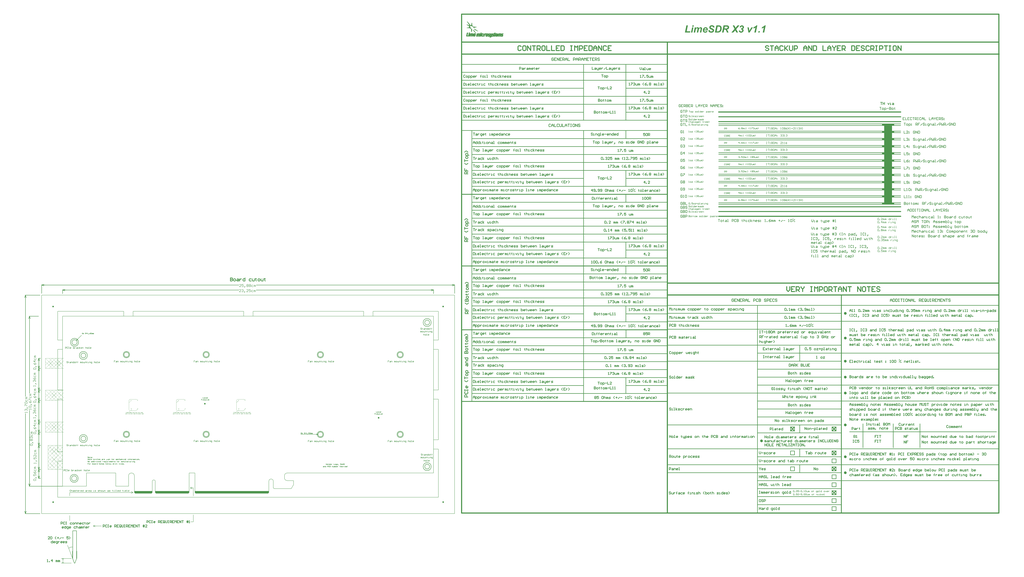
<source format=gm1>
G04*
G04 #@! TF.GenerationSoftware,Altium Limited,Altium Designer,19.1.6 (110)*
G04*
G04 Layer_Color=16711935*
%FSLAX44Y44*%
%MOMM*%
G71*
G01*
G75*
%ADD10C,0.2000*%
%ADD11C,0.1000*%
%ADD12C,0.2540*%
%ADD13C,0.1500*%
%ADD14C,0.3500*%
%ADD15C,0.3000*%
%ADD16C,0.2500*%
%ADD18C,0.1524*%
%ADD19C,0.0254*%
%ADD20C,0.0260*%
%ADD225C,0.4000*%
%ADD240C,0.6000*%
%ADD241C,1.0000*%
%ADD242C,0.5000*%
%ADD246C,0.7000*%
G36*
X5211500Y2307750D02*
X5198250D01*
Y2272500D01*
X5211500D01*
Y2262750D01*
X5198250D01*
X5198250Y2227500D01*
X5211500D01*
Y2217750D01*
X5198250D01*
Y2182500D01*
X5211500D01*
Y2172750D01*
X5198250D01*
Y2137500D01*
X5211500D01*
Y2127750D01*
X5198250D01*
X5198250Y2092500D01*
X5211500D01*
Y2082750D01*
X5198250D01*
Y2047500D01*
X5211500D01*
Y2037750D01*
X5198250D01*
X5198250Y2002500D01*
X5211500D01*
Y1992750D01*
X5198250D01*
Y1957500D01*
X5211500D01*
Y1947750D01*
X5198250D01*
Y1912750D01*
X5211500D01*
Y1903000D01*
X5198250D01*
X5198250Y1867750D01*
X5211500D01*
Y1858000D01*
X5198250D01*
Y1823000D01*
X5211500D01*
Y1813250D01*
X5135750D01*
Y1823000D01*
X5149000D01*
Y1858000D01*
X5135750D01*
Y1867750D01*
X5149000D01*
X5149000Y1903000D01*
X5135750D01*
Y1912750D01*
X5149000D01*
Y1947750D01*
X5135750D01*
Y1957500D01*
X5149000D01*
Y1992750D01*
X5135750D01*
Y2002500D01*
X5149000D01*
X5149000Y2037750D01*
X5135750D01*
Y2047500D01*
X5149000D01*
Y2082750D01*
X5135750D01*
Y2092500D01*
X5149000D01*
X5149000Y2127750D01*
X5135750D01*
Y2137500D01*
X5149000D01*
Y2172750D01*
X5135750D01*
Y2182500D01*
X5149000D01*
Y2217750D01*
X5135750D01*
Y2227500D01*
X5149000D01*
X5149000Y2262750D01*
X5135750D01*
Y2272500D01*
X5149000D01*
Y2307750D01*
X5135750D01*
Y2317500D01*
X5211500D01*
Y2307750D01*
D02*
G37*
G36*
X1293000Y5000D02*
X1288000Y0D01*
X834500D01*
X829500Y5000D01*
X829500Y14000D01*
X1293000D01*
X1293000Y5000D01*
D02*
G37*
G36*
X793000D02*
X788000Y0D01*
X586000D01*
X581000Y5000D01*
X581000Y14000D01*
X793000D01*
X793000Y5000D01*
D02*
G37*
G36*
X562000D02*
X557000Y0D01*
X455000D01*
X450000Y5000D01*
Y14000D01*
X562000D01*
X562000Y5000D01*
D02*
G37*
G36*
X3954911Y2927916D02*
X3946163D01*
X3947782Y2935833D01*
X3956573D01*
X3954911Y2927916D01*
D02*
G37*
G36*
X4069944Y2936576D02*
X4070513D01*
X4071169Y2936489D01*
X4071956Y2936445D01*
X4072787Y2936313D01*
X4073706Y2936139D01*
X4074668Y2935964D01*
X4075674Y2935701D01*
X4076680Y2935395D01*
X4077729Y2935045D01*
X4078692Y2934608D01*
X4079698Y2934127D01*
X4080616Y2933558D01*
X4081447Y2932902D01*
X4081491Y2932858D01*
X4081622Y2932727D01*
X4081841Y2932508D01*
X4082147Y2932246D01*
X4082453Y2931852D01*
X4082847Y2931415D01*
X4083241Y2930890D01*
X4083678Y2930278D01*
X4084116Y2929622D01*
X4084509Y2928878D01*
X4084903Y2928047D01*
X4085297Y2927172D01*
X4085603Y2926254D01*
X4085865Y2925247D01*
X4086084Y2924198D01*
X4086215Y2923061D01*
X4077380Y2922667D01*
Y2922711D01*
Y2922798D01*
X4077336Y2922973D01*
X4077292Y2923192D01*
X4077249Y2923454D01*
X4077161Y2923760D01*
X4076942Y2924460D01*
X4076636Y2925247D01*
X4076242Y2926079D01*
X4075718Y2926866D01*
X4075018Y2927566D01*
X4074930Y2927653D01*
X4074799Y2927741D01*
X4074668Y2927828D01*
X4074449Y2927959D01*
X4074187Y2928134D01*
X4073881Y2928266D01*
X4073531Y2928441D01*
X4073137Y2928615D01*
X4072744Y2928747D01*
X4072262Y2928922D01*
X4071737Y2929053D01*
X4071125Y2929140D01*
X4070513Y2929228D01*
X4069857Y2929315D01*
X4068545D01*
X4068195Y2929272D01*
X4067845Y2929228D01*
X4067014Y2929140D01*
X4066139Y2928965D01*
X4065220Y2928747D01*
X4064389Y2928397D01*
X4064039Y2928178D01*
X4063690Y2927959D01*
X4063602Y2927916D01*
X4063427Y2927697D01*
X4063165Y2927435D01*
X4062902Y2927041D01*
X4062596Y2926516D01*
X4062334Y2925947D01*
X4062159Y2925291D01*
X4062071Y2924548D01*
Y2924460D01*
X4062115Y2924242D01*
X4062159Y2923892D01*
X4062246Y2923411D01*
X4062421Y2922929D01*
X4062683Y2922404D01*
X4063077Y2921836D01*
X4063558Y2921355D01*
X4063646Y2921311D01*
X4063733Y2921223D01*
X4063864Y2921136D01*
X4064039Y2921005D01*
X4064302Y2920830D01*
X4064608Y2920655D01*
X4064958Y2920436D01*
X4065352Y2920218D01*
X4065833Y2919955D01*
X4066358Y2919649D01*
X4066970Y2919343D01*
X4067670Y2918993D01*
X4068413Y2918643D01*
X4069244Y2918250D01*
X4070163Y2917856D01*
X4070207D01*
X4070250Y2917812D01*
X4070513Y2917725D01*
X4070906Y2917550D01*
X4071388Y2917287D01*
X4072043Y2917025D01*
X4072744Y2916675D01*
X4073487Y2916325D01*
X4074318Y2915931D01*
X4075980Y2915056D01*
X4076811Y2914619D01*
X4077598Y2914182D01*
X4078342Y2913701D01*
X4078998Y2913263D01*
X4079567Y2912826D01*
X4080048Y2912432D01*
X4080092Y2912388D01*
X4080179Y2912301D01*
X4080354Y2912126D01*
X4080529Y2911863D01*
X4080791Y2911557D01*
X4081054Y2911208D01*
X4081316Y2910770D01*
X4081622Y2910289D01*
X4081929Y2909764D01*
X4082191Y2909152D01*
X4082453Y2908539D01*
X4082716Y2907840D01*
X4082891Y2907052D01*
X4083066Y2906265D01*
X4083153Y2905434D01*
X4083197Y2904559D01*
Y2904472D01*
Y2904297D01*
X4083153Y2903990D01*
X4083109Y2903553D01*
X4083066Y2903072D01*
X4082935Y2902460D01*
X4082803Y2901804D01*
X4082628Y2901104D01*
X4082366Y2900316D01*
X4082060Y2899485D01*
X4081666Y2898654D01*
X4081185Y2897823D01*
X4080660Y2896949D01*
X4080048Y2896118D01*
X4079304Y2895243D01*
X4078473Y2894456D01*
X4078430Y2894412D01*
X4078254Y2894280D01*
X4077992Y2894062D01*
X4077598Y2893799D01*
X4077117Y2893493D01*
X4076549Y2893143D01*
X4075893Y2892750D01*
X4075105Y2892356D01*
X4074231Y2891962D01*
X4073224Y2891569D01*
X4072175Y2891219D01*
X4070994Y2890913D01*
X4069725Y2890650D01*
X4068413Y2890432D01*
X4066970Y2890300D01*
X4065439Y2890257D01*
X4064870D01*
X4064477Y2890300D01*
X4063952D01*
X4063383Y2890344D01*
X4062727Y2890432D01*
X4062027Y2890519D01*
X4061240Y2890606D01*
X4060453Y2890738D01*
X4058791Y2891088D01*
X4057085Y2891569D01*
X4056254Y2891831D01*
X4055423Y2892181D01*
X4055379Y2892225D01*
X4055248Y2892269D01*
X4055029Y2892400D01*
X4054723Y2892531D01*
X4054373Y2892750D01*
X4053979Y2892968D01*
X4053105Y2893581D01*
X4052099Y2894324D01*
X4051093Y2895243D01*
X4050174Y2896336D01*
X4049781Y2896949D01*
X4049431Y2897561D01*
Y2897605D01*
X4049343Y2897736D01*
X4049256Y2897911D01*
X4049168Y2898173D01*
X4049037Y2898480D01*
X4048906Y2898873D01*
X4048731Y2899354D01*
X4048600Y2899836D01*
X4048425Y2900404D01*
X4048293Y2901016D01*
X4048162Y2901672D01*
X4048031Y2902372D01*
X4047900Y2903903D01*
X4047856Y2905522D01*
X4056648Y2906003D01*
Y2905959D01*
Y2905828D01*
X4056691Y2905609D01*
Y2905346D01*
X4056735Y2904997D01*
X4056779Y2904603D01*
X4056910Y2903728D01*
X4057085Y2902766D01*
X4057303Y2901848D01*
X4057654Y2900973D01*
X4057828Y2900623D01*
X4058047Y2900316D01*
X4058091Y2900273D01*
X4058135Y2900229D01*
X4058266Y2900098D01*
X4058441Y2899967D01*
X4058703Y2899792D01*
X4058966Y2899573D01*
X4059315Y2899354D01*
X4059753Y2899136D01*
X4060234Y2898917D01*
X4060759Y2898698D01*
X4061371Y2898523D01*
X4062071Y2898304D01*
X4062815Y2898173D01*
X4063646Y2898042D01*
X4064564Y2897998D01*
X4065526Y2897955D01*
X4065964D01*
X4066270Y2897998D01*
X4066620D01*
X4067057Y2898042D01*
X4067538Y2898086D01*
X4068020Y2898173D01*
X4069113Y2898348D01*
X4070163Y2898654D01*
X4071169Y2899048D01*
X4071650Y2899311D01*
X4072043Y2899573D01*
X4072087D01*
X4072131Y2899660D01*
X4072350Y2899879D01*
X4072700Y2900185D01*
X4073093Y2900667D01*
X4073443Y2901235D01*
X4073793Y2901891D01*
X4074012Y2902635D01*
X4074099Y2903028D01*
Y2903466D01*
Y2903510D01*
Y2903553D01*
X4074055Y2903816D01*
X4074012Y2904166D01*
X4073881Y2904647D01*
X4073706Y2905172D01*
X4073399Y2905740D01*
X4073006Y2906309D01*
X4072437Y2906833D01*
X4072393Y2906877D01*
X4072306Y2906921D01*
X4072175Y2907008D01*
X4072000Y2907140D01*
X4071781Y2907271D01*
X4071519Y2907446D01*
X4071212Y2907621D01*
X4070819Y2907840D01*
X4070338Y2908058D01*
X4069813Y2908364D01*
X4069244Y2908627D01*
X4068545Y2908977D01*
X4067801Y2909327D01*
X4066926Y2909720D01*
X4066008Y2910114D01*
X4065964Y2910158D01*
X4065789Y2910201D01*
X4065526Y2910333D01*
X4065177Y2910508D01*
X4064739Y2910683D01*
X4064214Y2910901D01*
X4063690Y2911164D01*
X4063121Y2911426D01*
X4061852Y2912039D01*
X4060584Y2912651D01*
X4059403Y2913307D01*
X4058878Y2913569D01*
X4058397Y2913875D01*
X4058353D01*
X4058310Y2913963D01*
X4058178Y2914051D01*
X4058004Y2914138D01*
X4057566Y2914488D01*
X4057041Y2914925D01*
X4056429Y2915494D01*
X4055817Y2916194D01*
X4055204Y2916937D01*
X4054636Y2917812D01*
Y2917856D01*
X4054592Y2917943D01*
X4054504Y2918075D01*
X4054417Y2918250D01*
X4054330Y2918468D01*
X4054198Y2918730D01*
X4053979Y2919431D01*
X4053717Y2920262D01*
X4053498Y2921223D01*
X4053323Y2922273D01*
X4053280Y2923454D01*
Y2923542D01*
Y2923717D01*
X4053323Y2924023D01*
Y2924417D01*
X4053411Y2924898D01*
X4053498Y2925466D01*
X4053629Y2926079D01*
X4053805Y2926779D01*
X4054023Y2927478D01*
X4054286Y2928266D01*
X4054592Y2929053D01*
X4054985Y2929840D01*
X4055467Y2930627D01*
X4055992Y2931371D01*
X4056648Y2932158D01*
X4057347Y2932858D01*
X4057391Y2932902D01*
X4057522Y2933033D01*
X4057785Y2933208D01*
X4058091Y2933427D01*
X4058528Y2933733D01*
X4059053Y2934039D01*
X4059666Y2934389D01*
X4060365Y2934739D01*
X4061153Y2935089D01*
X4062071Y2935439D01*
X4063033Y2935745D01*
X4064083Y2936051D01*
X4065220Y2936270D01*
X4066489Y2936445D01*
X4067801Y2936576D01*
X4069201Y2936620D01*
X4069550D01*
X4069944Y2936576D01*
D02*
G37*
G36*
X4222068Y2912257D02*
X4233090Y2891000D01*
X4222680D01*
X4219225Y2897517D01*
X4219181Y2897561D01*
X4219093Y2897736D01*
X4218962Y2897998D01*
X4218787Y2898348D01*
X4218569Y2898786D01*
X4218350Y2899267D01*
X4218087Y2899792D01*
X4217781Y2900360D01*
X4217169Y2901585D01*
X4216600Y2902809D01*
X4216338Y2903378D01*
X4216075Y2903947D01*
X4215857Y2904472D01*
X4215682Y2904909D01*
X4215638Y2904821D01*
X4215551Y2904734D01*
X4215419Y2904559D01*
X4215244Y2904341D01*
X4215070Y2904078D01*
X4214807Y2903772D01*
X4214501Y2903378D01*
X4214107Y2902941D01*
X4213670Y2902416D01*
X4213189Y2901804D01*
X4212620Y2901147D01*
X4212008Y2900448D01*
X4211308Y2899617D01*
X4210521Y2898698D01*
X4209646Y2897736D01*
X4203522Y2891000D01*
X4191582D01*
X4211352Y2913569D01*
X4200242Y2935833D01*
X4209821D01*
X4214238Y2927610D01*
Y2927566D01*
X4214326Y2927435D01*
X4214370Y2927347D01*
X4214457Y2927172D01*
X4214545Y2926953D01*
X4214720Y2926691D01*
X4214851Y2926341D01*
X4215070Y2925948D01*
X4215332Y2925423D01*
X4215594Y2924854D01*
X4215944Y2924198D01*
X4216338Y2923411D01*
X4216775Y2922536D01*
X4217256Y2921530D01*
X4217300Y2921486D01*
X4217388Y2921311D01*
X4217519Y2921049D01*
X4217650Y2920742D01*
X4217694Y2920786D01*
X4217825Y2920961D01*
X4218000Y2921180D01*
X4218262Y2921486D01*
X4218569Y2921880D01*
X4218962Y2922317D01*
X4219356Y2922798D01*
X4219837Y2923323D01*
X4220799Y2924460D01*
X4221849Y2925685D01*
X4222899Y2926910D01*
X4223861Y2928003D01*
X4230859Y2935833D01*
X4242581D01*
X4222068Y2912257D01*
D02*
G37*
G36*
X4000356Y2924198D02*
X4000662D01*
X4001056Y2924154D01*
X4001930Y2923979D01*
X4002892Y2923717D01*
X4003899Y2923367D01*
X4004904Y2922842D01*
X4005342Y2922492D01*
X4005779Y2922142D01*
X4005823Y2922098D01*
X4005867Y2922055D01*
X4005998Y2921924D01*
X4006129Y2921748D01*
X4006304Y2921530D01*
X4006479Y2921311D01*
X4006873Y2920655D01*
X4007267Y2919868D01*
X4007616Y2918906D01*
X4007879Y2917812D01*
X4007922Y2917200D01*
X4007966Y2916587D01*
Y2916500D01*
Y2916281D01*
X4007922Y2916063D01*
Y2915844D01*
X4007879Y2915581D01*
X4007835Y2915231D01*
X4007791Y2914882D01*
X4007704Y2914444D01*
X4007660Y2913963D01*
X4007573Y2913438D01*
X4007441Y2912870D01*
X4007354Y2912257D01*
X4007223Y2911557D01*
X4007048Y2910814D01*
X4002805Y2891000D01*
X3994057D01*
X3998256Y2910814D01*
Y2910858D01*
X3998300Y2910989D01*
X3998344Y2911164D01*
X3998387Y2911382D01*
X3998431Y2911689D01*
X3998519Y2912039D01*
X3998650Y2912738D01*
X3998781Y2913482D01*
X3998912Y2914138D01*
X3998956Y2914444D01*
X3999000Y2914707D01*
X3999044Y2914882D01*
Y2915013D01*
Y2915056D01*
Y2915231D01*
X3999000Y2915494D01*
X3998956Y2915800D01*
X3998825Y2916150D01*
X3998694Y2916500D01*
X3998475Y2916850D01*
X3998213Y2917156D01*
X3998169Y2917200D01*
X3998081Y2917287D01*
X3997863Y2917419D01*
X3997600Y2917593D01*
X3997250Y2917725D01*
X3996857Y2917856D01*
X3996332Y2917943D01*
X3995763Y2917987D01*
X3995457D01*
X3995194Y2917943D01*
X3994932Y2917899D01*
X3994582Y2917812D01*
X3993795Y2917550D01*
X3993358Y2917375D01*
X3992876Y2917156D01*
X3992395Y2916850D01*
X3991914Y2916500D01*
X3991389Y2916106D01*
X3990908Y2915625D01*
X3990383Y2915100D01*
X3989902Y2914488D01*
Y2914444D01*
X3989815Y2914357D01*
X3989727Y2914225D01*
X3989596Y2914007D01*
X3989421Y2913744D01*
X3989246Y2913394D01*
X3989027Y2912957D01*
X3988765Y2912476D01*
X3988546Y2911907D01*
X3988284Y2911251D01*
X3987978Y2910551D01*
X3987715Y2909764D01*
X3987453Y2908846D01*
X3987190Y2907883D01*
X3986928Y2906833D01*
X3986666Y2905696D01*
X3983604Y2891000D01*
X3974856D01*
X3978924Y2910639D01*
Y2910683D01*
X3978967Y2910770D01*
X3979011Y2910945D01*
X3979055Y2911164D01*
X3979099Y2911470D01*
X3979142Y2911776D01*
X3979274Y2912432D01*
X3979405Y2913176D01*
X3979536Y2913919D01*
X3979580Y2914532D01*
X3979623Y2914794D01*
Y2915013D01*
Y2915056D01*
Y2915231D01*
X3979580Y2915494D01*
X3979536Y2915756D01*
X3979405Y2916106D01*
X3979274Y2916456D01*
X3979055Y2916806D01*
X3978749Y2917156D01*
X3978705Y2917200D01*
X3978574Y2917287D01*
X3978399Y2917419D01*
X3978136Y2917593D01*
X3977787Y2917725D01*
X3977349Y2917856D01*
X3976868Y2917943D01*
X3976343Y2917987D01*
X3976081D01*
X3975818Y2917943D01*
X3975424Y2917899D01*
X3974987Y2917768D01*
X3974462Y2917637D01*
X3973937Y2917419D01*
X3973369Y2917112D01*
X3973281Y2917068D01*
X3973106Y2916937D01*
X3972844Y2916762D01*
X3972450Y2916500D01*
X3972057Y2916150D01*
X3971619Y2915756D01*
X3971138Y2915275D01*
X3970701Y2914750D01*
X3970657Y2914663D01*
X3970526Y2914488D01*
X3970307Y2914138D01*
X3970045Y2913701D01*
X3969738Y2913176D01*
X3969389Y2912520D01*
X3969039Y2911732D01*
X3968733Y2910901D01*
Y2910858D01*
X3968645Y2910683D01*
X3968558Y2910333D01*
X3968514Y2910114D01*
X3968427Y2909851D01*
X3968339Y2909545D01*
X3968251Y2909196D01*
X3968164Y2908802D01*
X3968033Y2908321D01*
X3967945Y2907839D01*
X3967814Y2907227D01*
X3967639Y2906615D01*
X3967508Y2905915D01*
X3964402Y2891000D01*
X3955655D01*
X3962434Y2923498D01*
X3970657D01*
X3969870Y2919518D01*
X3969914Y2919561D01*
X3970089Y2919737D01*
X3970351Y2919955D01*
X3970701Y2920262D01*
X3971138Y2920611D01*
X3971707Y2921005D01*
X3972275Y2921442D01*
X3972975Y2921880D01*
X3973719Y2922317D01*
X3974506Y2922755D01*
X3975337Y2923148D01*
X3976212Y2923498D01*
X3977130Y2923804D01*
X3978093Y2924023D01*
X3979055Y2924198D01*
X3980061Y2924242D01*
X3980411D01*
X3980673Y2924198D01*
X3980979D01*
X3981329Y2924154D01*
X3982160Y2924067D01*
X3983035Y2923848D01*
X3983997Y2923586D01*
X3984916Y2923235D01*
X3985703Y2922711D01*
X3985747D01*
X3985791Y2922623D01*
X3986010Y2922448D01*
X3986359Y2922098D01*
X3986797Y2921617D01*
X3987234Y2921005D01*
X3987628Y2920262D01*
X3988022Y2919431D01*
X3988284Y2918468D01*
Y2918512D01*
X3988371Y2918599D01*
X3988459Y2918687D01*
X3988590Y2918862D01*
X3988983Y2919343D01*
X3989552Y2919911D01*
X3990208Y2920568D01*
X3991039Y2921223D01*
X3992045Y2921924D01*
X3993139Y2922580D01*
X3993182D01*
X3993270Y2922667D01*
X3993445Y2922755D01*
X3993707Y2922842D01*
X3993970Y2922973D01*
X3994320Y2923104D01*
X3994713Y2923235D01*
X3995151Y2923411D01*
X3996113Y2923717D01*
X3997250Y2923979D01*
X3998431Y2924154D01*
X3999700Y2924242D01*
X4000093D01*
X4000356Y2924198D01*
D02*
G37*
G36*
X4258765Y2936007D02*
X4259290Y2935964D01*
X4259858Y2935876D01*
X4260514Y2935745D01*
X4261258Y2935614D01*
X4262001Y2935439D01*
X4262745Y2935220D01*
X4263532Y2934914D01*
X4264319Y2934608D01*
X4265063Y2934214D01*
X4265807Y2933733D01*
X4266506Y2933208D01*
X4267119Y2932596D01*
X4267162Y2932552D01*
X4267250Y2932421D01*
X4267425Y2932246D01*
X4267643Y2931983D01*
X4267862Y2931634D01*
X4268125Y2931240D01*
X4268431Y2930803D01*
X4268737Y2930278D01*
X4269043Y2929709D01*
X4269349Y2929053D01*
X4269612Y2928397D01*
X4269830Y2927653D01*
X4270049Y2926866D01*
X4270224Y2926079D01*
X4270312Y2925204D01*
X4270355Y2924329D01*
Y2924285D01*
Y2924198D01*
Y2923979D01*
X4270312Y2923760D01*
Y2923454D01*
X4270268Y2923105D01*
X4270180Y2922667D01*
X4270093Y2922230D01*
X4269874Y2921267D01*
X4269481Y2920218D01*
X4268999Y2919124D01*
X4268650Y2918556D01*
X4268300Y2918031D01*
X4268256Y2917987D01*
X4268212Y2917899D01*
X4268081Y2917768D01*
X4267906Y2917593D01*
X4267731Y2917331D01*
X4267469Y2917068D01*
X4266812Y2916456D01*
X4266025Y2915800D01*
X4265063Y2915100D01*
X4263926Y2914488D01*
X4262657Y2913919D01*
X4262701D01*
X4262788Y2913832D01*
X4262920Y2913788D01*
X4263138Y2913657D01*
X4263619Y2913307D01*
X4264232Y2912870D01*
X4264932Y2912301D01*
X4265631Y2911645D01*
X4266288Y2910901D01*
X4266856Y2910027D01*
Y2909983D01*
X4266900Y2909939D01*
X4266987Y2909808D01*
X4267075Y2909633D01*
X4267294Y2909152D01*
X4267556Y2908496D01*
X4267775Y2907752D01*
X4267993Y2906921D01*
X4268168Y2906003D01*
X4268212Y2905040D01*
Y2904997D01*
Y2904821D01*
X4268168Y2904559D01*
Y2904209D01*
X4268125Y2903772D01*
X4268037Y2903247D01*
X4267906Y2902679D01*
X4267775Y2902066D01*
X4267600Y2901366D01*
X4267337Y2900667D01*
X4267075Y2899879D01*
X4266725Y2899136D01*
X4266331Y2898348D01*
X4265850Y2897517D01*
X4265282Y2896730D01*
X4264669Y2895943D01*
X4264626Y2895899D01*
X4264451Y2895680D01*
X4264188Y2895418D01*
X4263795Y2895068D01*
X4263313Y2894630D01*
X4262745Y2894149D01*
X4262089Y2893625D01*
X4261301Y2893100D01*
X4260470Y2892575D01*
X4259552Y2892050D01*
X4258502Y2891569D01*
X4257409Y2891131D01*
X4256228Y2890782D01*
X4255003Y2890519D01*
X4253691Y2890300D01*
X4252291Y2890257D01*
X4252029D01*
X4251723Y2890300D01*
X4251329D01*
X4250848Y2890344D01*
X4250279Y2890432D01*
X4249667Y2890519D01*
X4249011Y2890650D01*
X4248267Y2890825D01*
X4247524Y2891044D01*
X4246736Y2891306D01*
X4245949Y2891613D01*
X4245162Y2892006D01*
X4244374Y2892444D01*
X4243631Y2892925D01*
X4242931Y2893493D01*
X4242887Y2893537D01*
X4242756Y2893668D01*
X4242581Y2893843D01*
X4242362Y2894106D01*
X4242056Y2894456D01*
X4241750Y2894849D01*
X4241357Y2895330D01*
X4241006Y2895899D01*
X4240613Y2896511D01*
X4240219Y2897211D01*
X4239869Y2897955D01*
X4239519Y2898786D01*
X4239170Y2899660D01*
X4238907Y2900623D01*
X4238645Y2901629D01*
X4238470Y2902722D01*
X4246868Y2903772D01*
Y2903728D01*
X4246911Y2903597D01*
Y2903422D01*
X4246955Y2903203D01*
X4247043Y2902897D01*
X4247086Y2902547D01*
X4247261Y2901804D01*
X4247524Y2900973D01*
X4247830Y2900142D01*
X4248224Y2899398D01*
X4248442Y2899092D01*
X4248705Y2898786D01*
X4248792Y2898742D01*
X4248967Y2898567D01*
X4249273Y2898348D01*
X4249711Y2898130D01*
X4250236Y2897867D01*
X4250848Y2897649D01*
X4251548Y2897473D01*
X4252379Y2897430D01*
X4252685D01*
X4252860Y2897473D01*
X4253122D01*
X4253428Y2897517D01*
X4254128Y2897692D01*
X4254915Y2897911D01*
X4255703Y2898261D01*
X4256534Y2898786D01*
X4256927Y2899092D01*
X4257321Y2899442D01*
X4257365Y2899485D01*
X4257409Y2899529D01*
X4257496Y2899660D01*
X4257627Y2899792D01*
X4257977Y2900229D01*
X4258327Y2900841D01*
X4258677Y2901585D01*
X4259027Y2902460D01*
X4259246Y2903466D01*
X4259333Y2904034D01*
Y2904603D01*
Y2904647D01*
Y2904734D01*
Y2904865D01*
X4259290Y2905040D01*
X4259246Y2905565D01*
X4259114Y2906177D01*
X4258940Y2906877D01*
X4258633Y2907621D01*
X4258240Y2908321D01*
X4257715Y2908977D01*
X4257627Y2909064D01*
X4257409Y2909239D01*
X4257059Y2909502D01*
X4256577Y2909808D01*
X4255965Y2910070D01*
X4255266Y2910333D01*
X4254391Y2910508D01*
X4253428Y2910595D01*
X4252991D01*
X4252554Y2910551D01*
X4252029Y2910464D01*
X4253560Y2917768D01*
X4253822D01*
X4254128Y2917725D01*
X4254784D01*
X4255003Y2917768D01*
X4255309D01*
X4255659Y2917812D01*
X4256403Y2917943D01*
X4257278Y2918162D01*
X4258152Y2918468D01*
X4259027Y2918906D01*
X4259771Y2919474D01*
X4259814Y2919518D01*
X4259858Y2919561D01*
X4260077Y2919824D01*
X4260383Y2920218D01*
X4260733Y2920742D01*
X4261039Y2921442D01*
X4261345Y2922273D01*
X4261564Y2923236D01*
X4261651Y2923760D01*
Y2924329D01*
Y2924373D01*
Y2924417D01*
Y2924679D01*
X4261608Y2925073D01*
X4261476Y2925598D01*
X4261345Y2926122D01*
X4261126Y2926691D01*
X4260820Y2927260D01*
X4260383Y2927784D01*
X4260339Y2927828D01*
X4260164Y2928003D01*
X4259902Y2928178D01*
X4259508Y2928441D01*
X4259071Y2928659D01*
X4258502Y2928878D01*
X4257846Y2929009D01*
X4257146Y2929053D01*
X4256840D01*
X4256447Y2928965D01*
X4256009Y2928878D01*
X4255484Y2928703D01*
X4254915Y2928484D01*
X4254303Y2928134D01*
X4253735Y2927653D01*
X4253691Y2927610D01*
X4253472Y2927391D01*
X4253210Y2927041D01*
X4252903Y2926516D01*
X4252510Y2925860D01*
X4252116Y2925073D01*
X4251898Y2924592D01*
X4251723Y2924067D01*
X4251548Y2923498D01*
X4251373Y2922886D01*
X4243369Y2924460D01*
Y2924504D01*
X4243456Y2924679D01*
X4243543Y2924941D01*
X4243631Y2925291D01*
X4243806Y2925685D01*
X4243981Y2926166D01*
X4244200Y2926691D01*
X4244462Y2927260D01*
X4245074Y2928484D01*
X4245774Y2929753D01*
X4246649Y2930977D01*
X4247130Y2931546D01*
X4247611Y2932071D01*
X4247655Y2932115D01*
X4247786Y2932246D01*
X4248048Y2932421D01*
X4248355Y2932683D01*
X4248748Y2932990D01*
X4249229Y2933339D01*
X4249798Y2933689D01*
X4250410Y2934083D01*
X4251110Y2934433D01*
X4251898Y2934783D01*
X4252729Y2935133D01*
X4253647Y2935439D01*
X4254566Y2935701D01*
X4255572Y2935876D01*
X4256665Y2936007D01*
X4257758Y2936051D01*
X4258371D01*
X4258765Y2936007D01*
D02*
G37*
G36*
X4306221Y2891000D02*
X4298654D01*
X4292181Y2923498D01*
X4300797D01*
X4303072Y2909283D01*
Y2909239D01*
X4303116Y2909021D01*
X4303159Y2908758D01*
X4303203Y2908365D01*
X4303291Y2907883D01*
X4303378Y2907358D01*
X4303466Y2906790D01*
X4303553Y2906178D01*
X4303772Y2904909D01*
X4303947Y2903641D01*
X4304034Y2903072D01*
X4304078Y2902547D01*
X4304165Y2902066D01*
X4304209Y2901672D01*
Y2901716D01*
X4304297Y2901804D01*
X4304384Y2902022D01*
X4304603Y2902328D01*
X4304734Y2902547D01*
X4304865Y2902853D01*
X4305040Y2903159D01*
X4305259Y2903510D01*
X4305478Y2903947D01*
X4305740Y2904428D01*
X4306046Y2904953D01*
X4306352Y2905565D01*
X4306396Y2905609D01*
X4306440Y2905696D01*
X4306527Y2905871D01*
X4306659Y2906134D01*
X4306790Y2906396D01*
X4306965Y2906702D01*
X4307358Y2907402D01*
X4307752Y2908102D01*
X4308102Y2908802D01*
X4308277Y2909108D01*
X4308408Y2909370D01*
X4308539Y2909589D01*
X4308627Y2909764D01*
X4316718Y2923498D01*
X4326210D01*
X4306221Y2891000D01*
D02*
G37*
G36*
X4397067D02*
X4388232D01*
X4394705Y2922011D01*
X4394661D01*
X4394573Y2921924D01*
X4394442Y2921836D01*
X4394224Y2921705D01*
X4393961Y2921573D01*
X4393655Y2921399D01*
X4393305Y2921180D01*
X4392868Y2920961D01*
X4391949Y2920436D01*
X4390856Y2919911D01*
X4389675Y2919343D01*
X4388363Y2918774D01*
X4388319D01*
X4388188Y2918730D01*
X4388013Y2918643D01*
X4387750Y2918556D01*
X4387444Y2918424D01*
X4387094Y2918293D01*
X4386657Y2918118D01*
X4386219Y2917943D01*
X4385213Y2917637D01*
X4384164Y2917287D01*
X4383070Y2916981D01*
X4381977Y2916719D01*
X4383639Y2924548D01*
X4383683D01*
X4383770Y2924592D01*
X4383945Y2924679D01*
X4384120Y2924767D01*
X4384426Y2924898D01*
X4384732Y2925029D01*
X4385082Y2925204D01*
X4385520Y2925423D01*
X4386438Y2925904D01*
X4387532Y2926472D01*
X4388756Y2927128D01*
X4390068Y2927828D01*
X4391468Y2928659D01*
X4392911Y2929534D01*
X4394355Y2930496D01*
X4395798Y2931502D01*
X4397242Y2932596D01*
X4398641Y2933689D01*
X4399953Y2934870D01*
X4401178Y2936095D01*
X4406471D01*
X4397067Y2891000D01*
D02*
G37*
G36*
X4368549D02*
X4359845D01*
X4361638Y2899485D01*
X4370342D01*
X4368549Y2891000D01*
D02*
G37*
G36*
X4344843D02*
X4336007D01*
X4342480Y2922011D01*
X4342437D01*
X4342350Y2921924D01*
X4342218Y2921836D01*
X4342000Y2921705D01*
X4341737Y2921573D01*
X4341431Y2921399D01*
X4341081Y2921180D01*
X4340644Y2920961D01*
X4339725Y2920436D01*
X4338632Y2919911D01*
X4337451Y2919343D01*
X4336139Y2918774D01*
X4336095D01*
X4335963Y2918730D01*
X4335789Y2918643D01*
X4335526Y2918556D01*
X4335220Y2918424D01*
X4334870Y2918293D01*
X4334433Y2918118D01*
X4333995Y2917943D01*
X4332989Y2917637D01*
X4331939Y2917287D01*
X4330846Y2916981D01*
X4329753Y2916719D01*
X4331415Y2924548D01*
X4331458D01*
X4331546Y2924592D01*
X4331721Y2924679D01*
X4331896Y2924767D01*
X4332202Y2924898D01*
X4332508Y2925029D01*
X4332858Y2925204D01*
X4333295Y2925423D01*
X4334214Y2925904D01*
X4335307Y2926472D01*
X4336532Y2927128D01*
X4337844Y2927828D01*
X4339244Y2928659D01*
X4340687Y2929534D01*
X4342131Y2930496D01*
X4343574Y2931502D01*
X4345017Y2932596D01*
X4346417Y2933689D01*
X4347729Y2934870D01*
X4348954Y2936095D01*
X4354246D01*
X4344843Y2891000D01*
D02*
G37*
G36*
X4164157Y2935789D02*
X4164639D01*
X4165207Y2935745D01*
X4165820Y2935701D01*
X4167088Y2935570D01*
X4168400Y2935351D01*
X4169712Y2935089D01*
X4170281Y2934914D01*
X4170850Y2934739D01*
X4170893D01*
X4170981Y2934695D01*
X4171112Y2934608D01*
X4171331Y2934520D01*
X4171593Y2934433D01*
X4171855Y2934258D01*
X4172512Y2933864D01*
X4173255Y2933339D01*
X4174042Y2932683D01*
X4174786Y2931852D01*
X4175486Y2930890D01*
Y2930846D01*
X4175573Y2930759D01*
X4175661Y2930627D01*
X4175748Y2930409D01*
X4175923Y2930103D01*
X4176054Y2929796D01*
X4176229Y2929403D01*
X4176404Y2929009D01*
X4176536Y2928528D01*
X4176711Y2928003D01*
X4177017Y2926822D01*
X4177192Y2925510D01*
X4177279Y2924067D01*
Y2924023D01*
Y2923804D01*
Y2923498D01*
X4177235Y2923104D01*
X4177192Y2922623D01*
X4177104Y2922055D01*
X4176973Y2921442D01*
X4176842Y2920742D01*
X4176667Y2919999D01*
X4176448Y2919255D01*
X4176142Y2918468D01*
X4175836Y2917681D01*
X4175442Y2916894D01*
X4174961Y2916106D01*
X4174436Y2915319D01*
X4173824Y2914619D01*
X4173780Y2914576D01*
X4173649Y2914444D01*
X4173474Y2914269D01*
X4173168Y2914007D01*
X4172818Y2913744D01*
X4172380Y2913394D01*
X4171855Y2913044D01*
X4171243Y2912651D01*
X4170544Y2912257D01*
X4169800Y2911864D01*
X4168925Y2911470D01*
X4168007Y2911120D01*
X4167000Y2910770D01*
X4165907Y2910464D01*
X4164726Y2910245D01*
X4163458Y2910027D01*
X4163545Y2909939D01*
X4163764Y2909720D01*
X4164114Y2909370D01*
X4164551Y2908933D01*
X4165076Y2908321D01*
X4165601Y2907577D01*
X4166213Y2906746D01*
X4166782Y2905828D01*
X4166826Y2905784D01*
X4166913Y2905565D01*
X4167088Y2905303D01*
X4167307Y2904865D01*
X4167613Y2904341D01*
X4167963Y2903684D01*
X4168356Y2902897D01*
X4168794Y2902022D01*
X4169319Y2901016D01*
X4169844Y2899923D01*
X4170412Y2898698D01*
X4171024Y2897342D01*
X4171637Y2895943D01*
X4172293Y2894368D01*
X4172993Y2892750D01*
X4173693Y2891000D01*
X4163764D01*
Y2891044D01*
X4163720Y2891175D01*
X4163633Y2891394D01*
X4163501Y2891700D01*
X4163370Y2892137D01*
X4163195Y2892618D01*
X4162977Y2893187D01*
X4162714Y2893887D01*
X4162408Y2894674D01*
X4162102Y2895549D01*
X4161708Y2896511D01*
X4161271Y2897561D01*
X4160789Y2898742D01*
X4160265Y2900010D01*
X4159696Y2901366D01*
X4159084Y2902809D01*
Y2902853D01*
X4158996Y2902985D01*
X4158909Y2903203D01*
X4158734Y2903510D01*
X4158559Y2903859D01*
X4158384Y2904253D01*
X4157859Y2905172D01*
X4157247Y2906177D01*
X4156547Y2907140D01*
X4156197Y2907577D01*
X4155804Y2908015D01*
X4155410Y2908365D01*
X4155016Y2908671D01*
X4154973Y2908714D01*
X4154754Y2908802D01*
X4154448Y2908977D01*
X4153966Y2909152D01*
X4153310Y2909283D01*
X4152567Y2909458D01*
X4151605Y2909545D01*
X4151036Y2909589D01*
X4146706D01*
X4142813Y2891000D01*
X4133628D01*
X4142988Y2935833D01*
X4163720D01*
X4164157Y2935789D01*
D02*
G37*
G36*
X4113596Y2935789D02*
X4114645Y2935745D01*
X4115126D01*
X4115564Y2935701D01*
X4115957D01*
X4116263Y2935657D01*
X4116395D01*
X4116526Y2935614D01*
X4116745D01*
X4116963Y2935570D01*
X4117270Y2935526D01*
X4117926Y2935439D01*
X4118713Y2935264D01*
X4119544Y2935089D01*
X4120419Y2934826D01*
X4121250Y2934520D01*
X4121294D01*
X4121337Y2934477D01*
X4121600Y2934389D01*
X4122037Y2934171D01*
X4122562Y2933908D01*
X4123174Y2933558D01*
X4123874Y2933164D01*
X4124530Y2932683D01*
X4125230Y2932115D01*
X4125317Y2932027D01*
X4125536Y2931852D01*
X4125886Y2931502D01*
X4126280Y2931065D01*
X4126761Y2930540D01*
X4127286Y2929884D01*
X4127811Y2929184D01*
X4128292Y2928397D01*
Y2928353D01*
X4128335Y2928309D01*
X4128423Y2928178D01*
X4128510Y2928003D01*
X4128729Y2927566D01*
X4129035Y2926953D01*
X4129341Y2926254D01*
X4129691Y2925379D01*
X4129998Y2924460D01*
X4130304Y2923411D01*
Y2923367D01*
X4130347Y2923279D01*
X4130391Y2923148D01*
X4130435Y2922929D01*
X4130479Y2922667D01*
X4130522Y2922317D01*
X4130610Y2921967D01*
X4130697Y2921573D01*
X4130829Y2920655D01*
X4130916Y2919605D01*
X4131003Y2918424D01*
X4131047Y2917200D01*
Y2917112D01*
Y2916894D01*
Y2916500D01*
X4131003Y2915975D01*
X4130960Y2915363D01*
X4130916Y2914619D01*
X4130829Y2913788D01*
X4130697Y2912870D01*
X4130566Y2911907D01*
X4130347Y2910901D01*
X4130129Y2909808D01*
X4129866Y2908714D01*
X4129560Y2907621D01*
X4129167Y2906527D01*
X4128729Y2905434D01*
X4128248Y2904341D01*
X4128204Y2904297D01*
X4128117Y2904078D01*
X4127986Y2903816D01*
X4127767Y2903422D01*
X4127461Y2902941D01*
X4127155Y2902416D01*
X4126761Y2901804D01*
X4126367Y2901147D01*
X4125886Y2900448D01*
X4125361Y2899704D01*
X4124749Y2898961D01*
X4124136Y2898217D01*
X4122780Y2896774D01*
X4122081Y2896118D01*
X4121294Y2895461D01*
X4121250Y2895418D01*
X4121162Y2895330D01*
X4120987Y2895199D01*
X4120725Y2895024D01*
X4120419Y2894805D01*
X4120025Y2894587D01*
X4119588Y2894324D01*
X4119063Y2894018D01*
X4118494Y2893712D01*
X4117882Y2893406D01*
X4117182Y2893100D01*
X4116439Y2892750D01*
X4115651Y2892444D01*
X4114820Y2892181D01*
X4113902Y2891919D01*
X4112983Y2891656D01*
X4112939D01*
X4112852Y2891613D01*
X4112677D01*
X4112458Y2891569D01*
X4112152Y2891525D01*
X4111758Y2891437D01*
X4111321Y2891394D01*
X4110796Y2891350D01*
X4110228Y2891263D01*
X4109572Y2891219D01*
X4108872Y2891175D01*
X4108040Y2891088D01*
X4107209Y2891044D01*
X4106247D01*
X4105241Y2891000D01*
X4088358D01*
X4097718Y2935833D01*
X4112502D01*
X4113596Y2935789D01*
D02*
G37*
G36*
X3947213Y2891000D02*
X3938465D01*
X3945245Y2923498D01*
X3953993D01*
X3947213Y2891000D01*
D02*
G37*
G36*
X3911260Y2898479D02*
X3934135D01*
X3932561Y2891000D01*
X3900500D01*
X3909860Y2935833D01*
X3919045D01*
X3911260Y2898479D01*
D02*
G37*
G36*
X4031323Y2924198D02*
X4031760D01*
X4032241Y2924110D01*
X4032854Y2924067D01*
X4033466Y2923936D01*
X4034210Y2923760D01*
X4034953Y2923586D01*
X4035697Y2923323D01*
X4036484Y2923017D01*
X4037271Y2922667D01*
X4038058Y2922230D01*
X4038846Y2921748D01*
X4039546Y2921180D01*
X4040245Y2920524D01*
X4040289Y2920480D01*
X4040421Y2920349D01*
X4040595Y2920130D01*
X4040814Y2919868D01*
X4041076Y2919474D01*
X4041383Y2918993D01*
X4041689Y2918468D01*
X4042039Y2917856D01*
X4042345Y2917156D01*
X4042651Y2916412D01*
X4042957Y2915538D01*
X4043220Y2914619D01*
X4043482Y2913613D01*
X4043657Y2912563D01*
X4043745Y2911426D01*
X4043788Y2910201D01*
Y2910158D01*
Y2910070D01*
Y2909895D01*
Y2909677D01*
Y2909414D01*
X4043745Y2909064D01*
X4043701Y2908321D01*
X4043657Y2907446D01*
X4043526Y2906484D01*
X4043395Y2905478D01*
X4043176Y2904515D01*
X4021176D01*
Y2904428D01*
Y2904209D01*
X4021132Y2903947D01*
Y2903684D01*
Y2903641D01*
Y2903553D01*
Y2903378D01*
X4021176Y2903159D01*
Y2902853D01*
X4021219Y2902547D01*
X4021350Y2901804D01*
X4021569Y2900973D01*
X4021919Y2900142D01*
X4022356Y2899267D01*
X4022969Y2898480D01*
X4023012D01*
X4023056Y2898392D01*
X4023318Y2898173D01*
X4023712Y2897867D01*
X4024237Y2897517D01*
X4024893Y2897124D01*
X4025681Y2896817D01*
X4026512Y2896599D01*
X4026992Y2896555D01*
X4027474Y2896511D01*
X4027649D01*
X4027911Y2896555D01*
X4028217Y2896599D01*
X4028567Y2896642D01*
X4029005Y2896730D01*
X4029486Y2896905D01*
X4030011Y2897080D01*
X4030536Y2897299D01*
X4031104Y2897605D01*
X4031673Y2897998D01*
X4032241Y2898392D01*
X4032810Y2898917D01*
X4033335Y2899529D01*
X4033860Y2900229D01*
X4034341Y2901016D01*
X4042214Y2899704D01*
X4042170Y2899660D01*
X4042126Y2899485D01*
X4041995Y2899267D01*
X4041776Y2898917D01*
X4041558Y2898523D01*
X4041295Y2898086D01*
X4040945Y2897605D01*
X4040595Y2897036D01*
X4040158Y2896468D01*
X4039677Y2895899D01*
X4038627Y2894718D01*
X4037403Y2893581D01*
X4036747Y2893100D01*
X4036046Y2892618D01*
X4036003Y2892575D01*
X4035872Y2892531D01*
X4035653Y2892400D01*
X4035391Y2892269D01*
X4034997Y2892094D01*
X4034559Y2891875D01*
X4034078Y2891656D01*
X4033510Y2891437D01*
X4032897Y2891219D01*
X4032241Y2891000D01*
X4031541Y2890825D01*
X4030798Y2890606D01*
X4029180Y2890344D01*
X4028305Y2890300D01*
X4027430Y2890257D01*
X4027124D01*
X4026818Y2890300D01*
X4026336Y2890344D01*
X4025768Y2890388D01*
X4025156Y2890475D01*
X4024412Y2890606D01*
X4023625Y2890781D01*
X4022794Y2891000D01*
X4021963Y2891263D01*
X4021044Y2891613D01*
X4020169Y2892006D01*
X4019251Y2892444D01*
X4018420Y2893012D01*
X4017545Y2893625D01*
X4016758Y2894368D01*
X4016714Y2894412D01*
X4016583Y2894543D01*
X4016364Y2894805D01*
X4016145Y2895112D01*
X4015796Y2895549D01*
X4015489Y2896030D01*
X4015096Y2896642D01*
X4014746Y2897299D01*
X4014352Y2898042D01*
X4013958Y2898873D01*
X4013652Y2899792D01*
X4013346Y2900754D01*
X4013084Y2901804D01*
X4012865Y2902897D01*
X4012734Y2904122D01*
X4012690Y2905346D01*
Y2905434D01*
Y2905652D01*
X4012734Y2906003D01*
Y2906484D01*
X4012821Y2907052D01*
X4012865Y2907708D01*
X4012996Y2908496D01*
X4013171Y2909327D01*
X4013346Y2910201D01*
X4013609Y2911164D01*
X4013871Y2912126D01*
X4014221Y2913132D01*
X4014658Y2914182D01*
X4015139Y2915188D01*
X4015708Y2916194D01*
X4016364Y2917200D01*
X4016408Y2917287D01*
X4016583Y2917506D01*
X4016889Y2917856D01*
X4017283Y2918293D01*
X4017808Y2918818D01*
X4018464Y2919431D01*
X4019207Y2920086D01*
X4020038Y2920742D01*
X4021000Y2921399D01*
X4022094Y2922011D01*
X4023275Y2922623D01*
X4024543Y2923148D01*
X4025943Y2923586D01*
X4027430Y2923936D01*
X4029048Y2924154D01*
X4030754Y2924242D01*
X4031017D01*
X4031323Y2924198D01*
D02*
G37*
%LPC*%
G36*
X5173625Y2307750D02*
Y2272500D01*
D01*
Y2307750D01*
D02*
G37*
G36*
Y2262750D02*
D01*
X5173625Y2227500D01*
X5173625D01*
X5173625Y2262750D01*
D02*
G37*
G36*
X5173625Y2217750D02*
X5173625D01*
Y2182500D01*
X5173625D01*
Y2217750D01*
D02*
G37*
G36*
Y2172750D02*
X5173625D01*
Y2137500D01*
X5173625D01*
Y2172750D01*
D02*
G37*
G36*
Y2127750D02*
X5173625D01*
X5173625Y2092500D01*
X5173625D01*
X5173625Y2127750D01*
D02*
G37*
G36*
X5173625Y2082750D02*
X5173625D01*
Y2047500D01*
X5173625D01*
Y2082750D01*
D02*
G37*
G36*
Y2037750D02*
X5173625D01*
X5173625Y2002500D01*
X5173625D01*
X5173625Y2037750D01*
D02*
G37*
G36*
X5173625Y1992750D02*
X5173625D01*
Y1957500D01*
X5173625D01*
Y1992750D01*
D02*
G37*
G36*
Y1947750D02*
X5173625D01*
Y1912750D01*
X5173625D01*
Y1947750D01*
D02*
G37*
G36*
Y1903000D02*
X5173625D01*
X5173625Y1867750D01*
X5173625D01*
X5173625Y1903000D01*
D02*
G37*
G36*
X5173625Y1858000D02*
X5173625D01*
Y1823000D01*
X5173625D01*
Y1858000D01*
D02*
G37*
G36*
X4161533Y2928353D02*
X4150598D01*
X4148105Y2916325D01*
X4154185D01*
X4154797Y2916369D01*
X4155497D01*
X4156241Y2916412D01*
X4157028Y2916456D01*
X4158690Y2916544D01*
X4159478Y2916631D01*
X4160309Y2916675D01*
X4161052Y2916806D01*
X4161752Y2916894D01*
X4162321Y2917068D01*
X4162845Y2917200D01*
X4162889D01*
X4162977Y2917243D01*
X4163064Y2917287D01*
X4163239Y2917375D01*
X4163676Y2917593D01*
X4164245Y2917856D01*
X4164857Y2918250D01*
X4165513Y2918730D01*
X4166126Y2919299D01*
X4166694Y2919955D01*
Y2919999D01*
X4166738Y2920043D01*
X4166913Y2920305D01*
X4167132Y2920655D01*
X4167394Y2921180D01*
X4167657Y2921792D01*
X4167875Y2922448D01*
X4168050Y2923192D01*
X4168094Y2923936D01*
Y2923979D01*
Y2924023D01*
Y2924154D01*
X4168050Y2924329D01*
X4168007Y2924767D01*
X4167832Y2925335D01*
X4167613Y2925904D01*
X4167263Y2926516D01*
X4166738Y2927085D01*
X4166432Y2927347D01*
X4166082Y2927610D01*
X4166038Y2927653D01*
X4165820Y2927741D01*
X4165470Y2927828D01*
X4165251Y2927916D01*
X4164945Y2928003D01*
X4164639Y2928047D01*
X4164245Y2928134D01*
X4163808Y2928178D01*
X4163326Y2928222D01*
X4162802Y2928266D01*
X4162189Y2928309D01*
X4161533Y2928353D01*
D02*
G37*
G36*
X4111452Y2928441D02*
X4105373D01*
X4099030Y2898217D01*
X4105023D01*
X4105460Y2898261D01*
X4106029D01*
X4106597Y2898304D01*
X4107778Y2898348D01*
X4109003Y2898480D01*
X4110140Y2898611D01*
X4110665Y2898742D01*
X4111102Y2898829D01*
X4111146D01*
X4111190Y2898873D01*
X4111321Y2898917D01*
X4111496Y2898961D01*
X4111933Y2899136D01*
X4112502Y2899354D01*
X4113114Y2899660D01*
X4113814Y2900054D01*
X4114558Y2900579D01*
X4115301Y2901147D01*
X4115345Y2901191D01*
X4115432Y2901279D01*
X4115564Y2901410D01*
X4115739Y2901585D01*
X4116001Y2901848D01*
X4116263Y2902154D01*
X4116570Y2902503D01*
X4116876Y2902897D01*
X4117226Y2903378D01*
X4117619Y2903859D01*
X4118013Y2904384D01*
X4118363Y2904997D01*
X4119150Y2906309D01*
X4119894Y2907752D01*
X4119938Y2907796D01*
X4119981Y2907927D01*
X4120069Y2908189D01*
X4120200Y2908496D01*
X4120331Y2908889D01*
X4120506Y2909370D01*
X4120681Y2909895D01*
X4120856Y2910551D01*
X4121031Y2911208D01*
X4121162Y2911951D01*
X4121337Y2912782D01*
X4121469Y2913613D01*
X4121600Y2914532D01*
X4121687Y2915494D01*
X4121775Y2916456D01*
Y2917506D01*
Y2917550D01*
Y2917725D01*
Y2917943D01*
X4121731Y2918293D01*
Y2918687D01*
X4121687Y2919124D01*
X4121643Y2919649D01*
X4121600Y2920174D01*
X4121381Y2921355D01*
X4121118Y2922536D01*
X4120725Y2923673D01*
X4120462Y2924198D01*
X4120200Y2924679D01*
Y2924723D01*
X4120113Y2924767D01*
X4120025Y2924898D01*
X4119938Y2925073D01*
X4119588Y2925466D01*
X4119150Y2925991D01*
X4118582Y2926516D01*
X4117969Y2927041D01*
X4117226Y2927522D01*
X4116395Y2927872D01*
X4116307Y2927916D01*
X4116089Y2927959D01*
X4115914Y2928003D01*
X4115651Y2928047D01*
X4115389Y2928091D01*
X4115083Y2928178D01*
X4114733Y2928222D01*
X4114295Y2928266D01*
X4113814Y2928309D01*
X4113333Y2928353D01*
X4112764Y2928397D01*
X4112108D01*
X4111452Y2928441D01*
D02*
G37*
G36*
X4029836Y2917987D02*
X4029573D01*
X4029398Y2917943D01*
X4029136D01*
X4028873Y2917899D01*
X4028217Y2917725D01*
X4027430Y2917462D01*
X4026643Y2917112D01*
X4025768Y2916587D01*
X4025374Y2916237D01*
X4024937Y2915887D01*
X4024893Y2915844D01*
X4024850Y2915800D01*
X4024718Y2915669D01*
X4024587Y2915494D01*
X4024412Y2915275D01*
X4024237Y2915013D01*
X4024018Y2914707D01*
X4023756Y2914357D01*
X4023537Y2913963D01*
X4023275Y2913526D01*
X4023056Y2913001D01*
X4022838Y2912476D01*
X4022575Y2911907D01*
X4022400Y2911251D01*
X4022225Y2910595D01*
X4022050Y2909852D01*
X4035784D01*
Y2909895D01*
Y2909939D01*
Y2910158D01*
Y2910464D01*
Y2910726D01*
Y2910770D01*
Y2910901D01*
Y2911076D01*
X4035740Y2911339D01*
Y2911645D01*
X4035697Y2911951D01*
X4035565Y2912782D01*
X4035391Y2913657D01*
X4035084Y2914532D01*
X4034691Y2915406D01*
X4034166Y2916150D01*
X4034078Y2916237D01*
X4033860Y2916456D01*
X4033510Y2916719D01*
X4033029Y2917068D01*
X4032416Y2917419D01*
X4031673Y2917681D01*
X4030798Y2917899D01*
X4029836Y2917987D01*
D02*
G37*
%LPD*%
D10*
X1390500Y97000D02*
G03*
X1408000Y79500I17500J0D01*
G01*
Y127500D02*
G03*
X1390500Y110000I0J-17500D01*
G01*
X1320500Y76050D02*
G03*
X1293000Y76050I-13750J0D01*
G01*
X450000Y109250D02*
G03*
X413500Y109250I-18250J0D01*
G01*
X581000Y74500D02*
G03*
X562000Y74500I-9500J0D01*
G01*
X0Y45000D02*
X150000D01*
X1390500Y97000D02*
Y110000D01*
X1320500Y34500D02*
Y76050D01*
Y34500D02*
X1325500Y29500D01*
X1433500D01*
X1447500Y53750D01*
Y79500D01*
X1293000Y5000D02*
Y76050D01*
X1288000Y0D02*
X1293000Y5000D01*
X1408000Y79500D02*
X1447500D01*
X793000Y127500D02*
X829500D01*
Y5000D02*
X834500Y0D01*
Y-0D02*
X1288000Y0D01*
X829500Y5000D02*
Y127500D01*
X1408000D02*
X2325000D01*
X581000Y5000D02*
X586000Y0D01*
X150000Y45000D02*
Y127500D01*
X333500D01*
X0Y1111500D02*
X2325000Y1111500D01*
X2325000Y127500D01*
X0Y45000D02*
Y1111500D01*
X333500Y45000D02*
Y127500D01*
Y45000D02*
X413500D01*
Y109250D01*
X450000Y5000D02*
Y109250D01*
X455000Y0D02*
X557000D01*
X562000Y5000D02*
Y74500D01*
X581000Y5000D02*
Y74500D01*
X586000Y0D02*
X788000D01*
X793000Y5000D02*
Y127500D01*
X450000Y5000D02*
X455000Y0D01*
X557000D02*
X562000Y5000D01*
X788000Y0D02*
X793000Y5000D01*
X5109000Y1612482D02*
X5110999Y1614481D01*
X5114998D01*
X5116997Y1612482D01*
Y1604484D01*
X5114998Y1602485D01*
X5110999D01*
X5109000Y1604484D01*
Y1612482D01*
X5120996Y1602485D02*
Y1604484D01*
X5122996D01*
Y1602485D01*
X5120996D01*
X5138990D02*
X5130993D01*
X5138990Y1610482D01*
Y1612482D01*
X5136991Y1614481D01*
X5132992D01*
X5130993Y1612482D01*
X5142989Y1602485D02*
Y1610482D01*
X5144988D01*
X5146988Y1608483D01*
Y1602485D01*
Y1608483D01*
X5148987Y1610482D01*
X5150986Y1608483D01*
Y1602485D01*
X5154985D02*
Y1610482D01*
X5156984D01*
X5158984Y1608483D01*
Y1602485D01*
Y1608483D01*
X5160983Y1610482D01*
X5162983Y1608483D01*
Y1602485D01*
X5186975Y1614481D02*
Y1602485D01*
X5180977D01*
X5178977Y1604484D01*
Y1608483D01*
X5180977Y1610482D01*
X5186975D01*
X5190974D02*
Y1602485D01*
Y1606484D01*
X5192973Y1608483D01*
X5194972Y1610482D01*
X5196971D01*
X5202969Y1602485D02*
X5206968D01*
X5204969D01*
Y1610482D01*
X5202969D01*
X5212966Y1602485D02*
X5216965D01*
X5214966D01*
Y1614481D01*
X5212966D01*
X5222963Y1602485D02*
X5226962D01*
X5224963D01*
Y1614481D01*
X5222963D01*
X5109000Y1593286D02*
X5110999Y1595286D01*
X5114998D01*
X5116997Y1593286D01*
Y1585289D01*
X5114998Y1583289D01*
X5110999D01*
X5109000Y1585289D01*
Y1593286D01*
X5120996Y1583289D02*
Y1585289D01*
X5122996D01*
Y1583289D01*
X5120996D01*
X5130993Y1593286D02*
X5132992Y1595286D01*
X5136991D01*
X5138990Y1593286D01*
Y1591287D01*
X5136991Y1589288D01*
X5134991D01*
X5136991D01*
X5138990Y1587288D01*
Y1585289D01*
X5136991Y1583289D01*
X5132992D01*
X5130993Y1585289D01*
X5150986Y1595286D02*
X5142989D01*
Y1589288D01*
X5146988Y1591287D01*
X5148987D01*
X5150986Y1589288D01*
Y1585289D01*
X5148987Y1583289D01*
X5144988D01*
X5142989Y1585289D01*
X5154985Y1583289D02*
Y1591287D01*
X5156984D01*
X5158984Y1589288D01*
Y1583289D01*
Y1589288D01*
X5160983Y1591287D01*
X5162983Y1589288D01*
Y1583289D01*
X5166981D02*
Y1591287D01*
X5168981D01*
X5170980Y1589288D01*
Y1583289D01*
Y1589288D01*
X5172979Y1591287D01*
X5174979Y1589288D01*
Y1583289D01*
X5190974Y1591287D02*
Y1583289D01*
Y1587288D01*
X5192973Y1589288D01*
X5194972Y1591287D01*
X5196971D01*
X5202969Y1583289D02*
X5206968D01*
X5204969D01*
Y1591287D01*
X5202969D01*
X5212966Y1583289D02*
Y1591287D01*
X5218964D01*
X5220964Y1589288D01*
Y1583289D01*
X5228961Y1579291D02*
X5230961D01*
X5232960Y1581290D01*
Y1591287D01*
X5226962D01*
X5224963Y1589288D01*
Y1585289D01*
X5226962Y1583289D01*
X5232960D01*
X4410000Y1934873D02*
X4413998D01*
X4411999D01*
Y1922877D01*
X4410000D01*
X4413998D01*
X4419997Y1934873D02*
X4427994D01*
X4423995D01*
Y1922877D01*
X4431993D02*
X4435992D01*
X4433992D01*
Y1934873D01*
X4431993Y1932874D01*
X4441989D02*
X4443989Y1934873D01*
X4447988D01*
X4449987Y1932874D01*
Y1930874D01*
X4447988Y1928875D01*
X4449987Y1926876D01*
Y1924876D01*
X4447988Y1922877D01*
X4443989D01*
X4441989Y1924876D01*
Y1926876D01*
X4443989Y1928875D01*
X4441989Y1930874D01*
Y1932874D01*
X4443989Y1928875D02*
X4447988D01*
X4453986Y1932874D02*
X4455985Y1934873D01*
X4459984D01*
X4461983Y1932874D01*
Y1924876D01*
X4459984Y1922877D01*
X4455985D01*
X4453986Y1924876D01*
Y1932874D01*
X4465982Y1922877D02*
Y1930874D01*
X4469980Y1934873D01*
X4473979Y1930874D01*
Y1922877D01*
Y1928875D01*
X4465982D01*
X4477978Y1930874D02*
X4479977D01*
Y1928875D01*
X4477978D01*
Y1930874D01*
Y1924876D02*
X4479977D01*
Y1922877D01*
X4477978D01*
Y1924876D01*
X4507968Y1922877D02*
X4499971D01*
X4507968Y1930874D01*
Y1932874D01*
X4505969Y1934873D01*
X4501970D01*
X4499971Y1932874D01*
X4511967Y1922877D02*
X4515966D01*
X4513966D01*
Y1934873D01*
X4511967Y1932874D01*
X4521964Y1922877D02*
X4525962D01*
X4523963D01*
Y1934873D01*
X4521964Y1932874D01*
X4539958Y1934873D02*
X4535959Y1932874D01*
X4531960Y1928875D01*
Y1924876D01*
X4533960Y1922877D01*
X4537958D01*
X4539958Y1924876D01*
Y1926876D01*
X4537958Y1928875D01*
X4531960D01*
X4410000Y2024873D02*
X4413998D01*
X4411999D01*
Y2012877D01*
X4410000D01*
X4413998D01*
X4419997Y2024873D02*
X4427994D01*
X4423995D01*
Y2012877D01*
X4431993D02*
X4435992D01*
X4433992D01*
Y2024873D01*
X4431993Y2022874D01*
X4441989D02*
X4443989Y2024873D01*
X4447988D01*
X4449987Y2022874D01*
Y2020874D01*
X4447988Y2018875D01*
X4449987Y2016876D01*
Y2014876D01*
X4447988Y2012877D01*
X4443989D01*
X4441989Y2014876D01*
Y2016876D01*
X4443989Y2018875D01*
X4441989Y2020874D01*
Y2022874D01*
X4443989Y2018875D02*
X4447988D01*
X4453986Y2022874D02*
X4455985Y2024873D01*
X4459984D01*
X4461983Y2022874D01*
Y2014876D01*
X4459984Y2012877D01*
X4455985D01*
X4453986Y2014876D01*
Y2022874D01*
X4465982Y2012877D02*
Y2020874D01*
X4469980Y2024873D01*
X4473979Y2020874D01*
Y2012877D01*
Y2018875D01*
X4465982D01*
X4477978Y2020874D02*
X4479977D01*
Y2018875D01*
X4477978D01*
Y2020874D01*
Y2014876D02*
X4479977D01*
Y2012877D01*
X4477978D01*
Y2014876D01*
X4499971Y2012877D02*
X4503969D01*
X4501970D01*
Y2024873D01*
X4499971Y2022874D01*
X4509968D02*
X4511967Y2024873D01*
X4515966D01*
X4517965Y2022874D01*
Y2014876D01*
X4515966Y2012877D01*
X4511967D01*
X4509968Y2014876D01*
Y2022874D01*
X4521964D02*
X4523963Y2024873D01*
X4527962D01*
X4529961Y2022874D01*
Y2020874D01*
X4527962Y2018875D01*
X4529961Y2016876D01*
Y2014876D01*
X4527962Y2012877D01*
X4523963D01*
X4521964Y2014876D01*
Y2016876D01*
X4523963Y2018875D01*
X4521964Y2020874D01*
Y2022874D01*
X4523963Y2018875D02*
X4527962D01*
X4541957Y2024873D02*
X4537958Y2022874D01*
X4533960Y2018875D01*
Y2014876D01*
X4535959Y2012877D01*
X4539958D01*
X4541957Y2014876D01*
Y2016876D01*
X4539958Y2018875D01*
X4533960D01*
X4410000Y2294873D02*
X4413998D01*
X4411999D01*
Y2282877D01*
X4410000D01*
X4413998D01*
X4419997Y2294873D02*
X4427994D01*
X4423995D01*
Y2282877D01*
X4431993D02*
X4435992D01*
X4433992D01*
Y2294873D01*
X4431993Y2292874D01*
X4441989D02*
X4443989Y2294873D01*
X4447988D01*
X4449987Y2292874D01*
Y2290874D01*
X4447988Y2288875D01*
X4449987Y2286876D01*
Y2284876D01*
X4447988Y2282877D01*
X4443989D01*
X4441989Y2284876D01*
Y2286876D01*
X4443989Y2288875D01*
X4441989Y2290874D01*
Y2292874D01*
X4443989Y2288875D02*
X4447988D01*
X4453986Y2292874D02*
X4455985Y2294873D01*
X4459984D01*
X4461983Y2292874D01*
Y2284876D01*
X4459984Y2282877D01*
X4455985D01*
X4453986Y2284876D01*
Y2292874D01*
X4465982Y2282877D02*
Y2290874D01*
X4469980Y2294873D01*
X4473979Y2290874D01*
Y2282877D01*
Y2288875D01*
X4465982D01*
X4477978Y2290874D02*
X4479977D01*
Y2288875D01*
X4477978D01*
Y2290874D01*
Y2284876D02*
X4479977D01*
Y2282877D01*
X4477978D01*
Y2284876D01*
X4499971Y2282877D02*
X4503969D01*
X4501970D01*
Y2294873D01*
X4499971Y2292874D01*
X4509968D02*
X4511967Y2294873D01*
X4515966D01*
X4517965Y2292874D01*
Y2284876D01*
X4515966Y2282877D01*
X4511967D01*
X4509968Y2284876D01*
Y2292874D01*
X4521964D02*
X4523963Y2294873D01*
X4527962D01*
X4529961Y2292874D01*
Y2290874D01*
X4527962Y2288875D01*
X4529961Y2286876D01*
Y2284876D01*
X4527962Y2282877D01*
X4523963D01*
X4521964Y2284876D01*
Y2286876D01*
X4523963Y2288875D01*
X4521964Y2290874D01*
Y2292874D01*
X4523963Y2288875D02*
X4527962D01*
X4541957Y2294873D02*
X4537958Y2292874D01*
X4533960Y2288875D01*
Y2284876D01*
X4535959Y2282877D01*
X4539958D01*
X4541957Y2284876D01*
Y2286876D01*
X4539958Y2288875D01*
X4533960D01*
X4545956Y2294873D02*
X4553953Y2282877D01*
Y2294873D02*
X4545956Y2282877D01*
X4557952D02*
X4561951D01*
X4559951D01*
Y2294873D01*
X4557952Y2292874D01*
X4567949Y2288875D02*
X4575946D01*
X4571948Y2292874D02*
Y2284876D01*
X4587942Y2282877D02*
X4579945D01*
X4587942Y2290874D01*
Y2292874D01*
X4585943Y2294873D01*
X4581944D01*
X4579945Y2292874D01*
X4591941Y2282877D02*
X4595940D01*
X4593940D01*
Y2294873D01*
X4591941Y2292874D01*
X4601938Y2282877D02*
X4605937D01*
X4603937D01*
Y2294873D01*
X4601938Y2292874D01*
X4611935D02*
X4613934Y2294873D01*
X4617933D01*
X4619932Y2292874D01*
Y2290874D01*
X4617933Y2288875D01*
X4615933D01*
X4617933D01*
X4619932Y2286876D01*
Y2284876D01*
X4617933Y2282877D01*
X4613934D01*
X4611935Y2284876D01*
X4623931Y2294873D02*
X4631928Y2282877D01*
Y2294873D02*
X4623931Y2282877D01*
X4635927D02*
X4639926D01*
X4637926D01*
Y2294873D01*
X4635927Y2292874D01*
X4409500Y1980995D02*
X4413499D01*
X4411499D01*
Y1968999D01*
X4409500D01*
X4413499D01*
X4419496Y1980995D02*
X4427494D01*
X4423495D01*
Y1968999D01*
X4431493D02*
X4435491D01*
X4433492D01*
Y1980995D01*
X4431493Y1978996D01*
X4441490D02*
X4443489Y1980995D01*
X4447487D01*
X4449487Y1978996D01*
Y1976997D01*
X4447487Y1974998D01*
X4449487Y1972998D01*
Y1970999D01*
X4447487Y1968999D01*
X4443489D01*
X4441490Y1970999D01*
Y1972998D01*
X4443489Y1974998D01*
X4441490Y1976997D01*
Y1978996D01*
X4443489Y1974998D02*
X4447487D01*
X4453486Y1978996D02*
X4455485Y1980995D01*
X4459484D01*
X4461483Y1978996D01*
Y1970999D01*
X4459484Y1968999D01*
X4455485D01*
X4453486Y1970999D01*
Y1978996D01*
X4465482Y1968999D02*
Y1976997D01*
X4469480Y1980995D01*
X4473479Y1976997D01*
Y1968999D01*
Y1974998D01*
X4465482D01*
X4477478Y1976997D02*
X4479477D01*
Y1974998D01*
X4477478D01*
Y1976997D01*
Y1970999D02*
X4479477D01*
Y1968999D01*
X4477478D01*
Y1970999D01*
X4499471Y1978996D02*
X4501470Y1980995D01*
X4505469D01*
X4507468Y1978996D01*
Y1976997D01*
X4505469Y1974998D01*
X4503470D01*
X4505469D01*
X4507468Y1972998D01*
Y1970999D01*
X4505469Y1968999D01*
X4501470D01*
X4499471Y1970999D01*
X4511467Y1978996D02*
X4513466Y1980995D01*
X4517465D01*
X4519464Y1978996D01*
Y1976997D01*
X4517465Y1974998D01*
X4515466D01*
X4517465D01*
X4519464Y1972998D01*
Y1970999D01*
X4517465Y1968999D01*
X4513466D01*
X4511467Y1970999D01*
X4523463Y1968999D02*
X4527462D01*
X4525462D01*
Y1980995D01*
X4523463Y1978996D01*
X4533460D02*
X4535459Y1980995D01*
X4539458D01*
X4541457Y1978996D01*
Y1976997D01*
X4539458Y1974998D01*
X4537458D01*
X4539458D01*
X4541457Y1972998D01*
Y1970999D01*
X4539458Y1968999D01*
X4535459D01*
X4533460Y1970999D01*
X4409500Y2250995D02*
X4413499D01*
X4411499D01*
Y2238999D01*
X4409500D01*
X4413499D01*
X4419496Y2250995D02*
X4427494D01*
X4423495D01*
Y2238999D01*
X4431493D02*
X4435491D01*
X4433492D01*
Y2250995D01*
X4431493Y2248996D01*
X4441490D02*
X4443489Y2250995D01*
X4447487D01*
X4449487Y2248996D01*
Y2246997D01*
X4447487Y2244997D01*
X4449487Y2242998D01*
Y2240999D01*
X4447487Y2238999D01*
X4443489D01*
X4441490Y2240999D01*
Y2242998D01*
X4443489Y2244997D01*
X4441490Y2246997D01*
Y2248996D01*
X4443489Y2244997D02*
X4447487D01*
X4453486Y2248996D02*
X4455485Y2250995D01*
X4459484D01*
X4461483Y2248996D01*
Y2240999D01*
X4459484Y2238999D01*
X4455485D01*
X4453486Y2240999D01*
Y2248996D01*
X4465482Y2238999D02*
Y2246997D01*
X4469480Y2250995D01*
X4473479Y2246997D01*
Y2238999D01*
Y2244997D01*
X4465482D01*
X4477478Y2246997D02*
X4479477D01*
Y2244997D01*
X4477478D01*
Y2246997D01*
Y2240999D02*
X4479477D01*
Y2238999D01*
X4477478D01*
Y2240999D01*
X4499471Y2248996D02*
X4501470Y2250995D01*
X4505469D01*
X4507468Y2248996D01*
Y2246997D01*
X4505469Y2244997D01*
X4503470D01*
X4505469D01*
X4507468Y2242998D01*
Y2240999D01*
X4505469Y2238999D01*
X4501470D01*
X4499471Y2240999D01*
X4511467Y2248996D02*
X4513466Y2250995D01*
X4517465D01*
X4519464Y2248996D01*
Y2246997D01*
X4517465Y2244997D01*
X4515466D01*
X4517465D01*
X4519464Y2242998D01*
Y2240999D01*
X4517465Y2238999D01*
X4513466D01*
X4511467Y2240999D01*
X4523463Y2238999D02*
X4527462D01*
X4525462D01*
Y2250995D01*
X4523463Y2248996D01*
X4533460D02*
X4535459Y2250995D01*
X4539458D01*
X4541457Y2248996D01*
Y2246997D01*
X4539458Y2244997D01*
X4537458D01*
X4539458D01*
X4541457Y2242998D01*
Y2240999D01*
X4539458Y2238999D01*
X4535459D01*
X4533460Y2240999D01*
X2251426Y1036043D02*
X2249760Y1037709D01*
X2246427D01*
X2244761Y1036043D01*
Y1034377D01*
X2246427Y1032711D01*
X2249760D01*
X2251426Y1031044D01*
Y1029378D01*
X2249760Y1027712D01*
X2246427D01*
X2244761Y1029378D01*
X2256424Y1036043D02*
Y1034377D01*
X2254758D01*
X2258090D01*
X2256424D01*
Y1029378D01*
X2258090Y1027712D01*
X2264755Y1034377D02*
X2268087D01*
X2269753Y1032711D01*
Y1027712D01*
X2264755D01*
X2263089Y1029378D01*
X2264755Y1031044D01*
X2269753D01*
X2273085Y1027712D02*
Y1034377D01*
X2278084D01*
X2279750Y1032711D01*
Y1027712D01*
X2289747Y1037709D02*
Y1027712D01*
X2284748D01*
X2283082Y1029378D01*
Y1032711D01*
X2284748Y1034377D01*
X2289747D01*
X2294745Y1027712D02*
X2298077D01*
X2299743Y1029378D01*
Y1032711D01*
X2298077Y1034377D01*
X2294745D01*
X2293079Y1032711D01*
Y1029378D01*
X2294745Y1027712D01*
X2304742D02*
Y1036043D01*
Y1032711D01*
X2303076D01*
X2306408D01*
X2304742D01*
Y1036043D01*
X2306408Y1037709D01*
X2313073Y1027712D02*
Y1036043D01*
Y1032711D01*
X2311406D01*
X2314739D01*
X2313073D01*
Y1036043D01*
X2314739Y1037709D01*
X2243095Y1010916D02*
Y1017581D01*
X2244761D01*
X2246427Y1015915D01*
Y1010916D01*
Y1015915D01*
X2248094Y1017581D01*
X2249760Y1015915D01*
Y1010916D01*
X2254758D02*
X2258090D01*
X2259756Y1012582D01*
Y1015915D01*
X2258090Y1017581D01*
X2254758D01*
X2253092Y1015915D01*
Y1012582D01*
X2254758Y1010916D01*
X2263089Y1017581D02*
Y1012582D01*
X2264755Y1010916D01*
X2269753D01*
Y1017581D01*
X2273085Y1010916D02*
Y1017581D01*
X2278084D01*
X2279750Y1015915D01*
Y1010916D01*
X2284748Y1019247D02*
Y1017581D01*
X2283082D01*
X2286414D01*
X2284748D01*
Y1012582D01*
X2286414Y1010916D01*
X2291413D02*
X2294745D01*
X2293079D01*
Y1017581D01*
X2291413D01*
X2299743Y1010916D02*
Y1017581D01*
X2304742D01*
X2306408Y1015915D01*
Y1010916D01*
X2313073Y1007584D02*
X2314739D01*
X2316405Y1009250D01*
Y1017581D01*
X2311406D01*
X2309740Y1015915D01*
Y1012582D01*
X2311406Y1010916D01*
X2316405D01*
X2262256Y1000785D02*
Y990788D01*
Y995786D01*
X2263922Y997452D01*
X2267254D01*
X2268920Y995786D01*
Y990788D01*
X2273918D02*
X2277251D01*
X2278917Y992454D01*
Y995786D01*
X2277251Y997452D01*
X2273918D01*
X2272252Y995786D01*
Y992454D01*
X2273918Y990788D01*
X2282249D02*
X2285581D01*
X2283915D01*
Y1000785D01*
X2282249D01*
X2295578Y990788D02*
X2292246D01*
X2290580Y992454D01*
Y995786D01*
X2292246Y997452D01*
X2295578D01*
X2297244Y995786D01*
Y994120D01*
X2290580D01*
X4409500Y2070995D02*
X4413499D01*
X4411499D01*
Y2058999D01*
X4409500D01*
X4413499D01*
X4419496Y2070995D02*
X4427494D01*
X4423495D01*
Y2058999D01*
X4431493D02*
X4435491D01*
X4433492D01*
Y2070995D01*
X4431493Y2068996D01*
X4441490D02*
X4443489Y2070995D01*
X4447487D01*
X4449487Y2068996D01*
Y2066997D01*
X4447487Y2064997D01*
X4449487Y2062998D01*
Y2060999D01*
X4447487Y2058999D01*
X4443489D01*
X4441490Y2060999D01*
Y2062998D01*
X4443489Y2064997D01*
X4441490Y2066997D01*
Y2068996D01*
X4443489Y2064997D02*
X4447487D01*
X4453486Y2068996D02*
X4455485Y2070995D01*
X4459484D01*
X4461483Y2068996D01*
Y2060999D01*
X4459484Y2058999D01*
X4455485D01*
X4453486Y2060999D01*
Y2068996D01*
X4465482Y2058999D02*
Y2066997D01*
X4469480Y2070995D01*
X4473479Y2066997D01*
Y2058999D01*
Y2064997D01*
X4465482D01*
X4477478Y2066997D02*
X4479477D01*
Y2064997D01*
X4477478D01*
Y2066997D01*
Y2060999D02*
X4479477D01*
Y2058999D01*
X4477478D01*
Y2060999D01*
X4499471Y2068996D02*
X4501470Y2070995D01*
X4505469D01*
X4507468Y2068996D01*
Y2066997D01*
X4505469Y2064997D01*
X4503470D01*
X4505469D01*
X4507468Y2062998D01*
Y2060999D01*
X4505469Y2058999D01*
X4501470D01*
X4499471Y2060999D01*
X4511467Y2068996D02*
X4513466Y2070995D01*
X4517465D01*
X4519464Y2068996D01*
Y2066997D01*
X4517465Y2064997D01*
X4515466D01*
X4517465D01*
X4519464Y2062998D01*
Y2060999D01*
X4517465Y2058999D01*
X4513466D01*
X4511467Y2060999D01*
X4523463Y2058999D02*
X4527462D01*
X4525462D01*
Y2070995D01*
X4523463Y2068996D01*
X4533460D02*
X4535459Y2070995D01*
X4539458D01*
X4541457Y2068996D01*
Y2066997D01*
X4539458Y2064997D01*
X4537458D01*
X4539458D01*
X4541457Y2062998D01*
Y2060999D01*
X4539458Y2058999D01*
X4535459D01*
X4533460Y2060999D01*
X4409500Y2160995D02*
X4413499D01*
X4411499D01*
Y2148999D01*
X4409500D01*
X4413499D01*
X4419496Y2160995D02*
X4427494D01*
X4423495D01*
Y2148999D01*
X4431493D02*
X4435491D01*
X4433492D01*
Y2160995D01*
X4431493Y2158996D01*
X4441490D02*
X4443489Y2160995D01*
X4447487D01*
X4449487Y2158996D01*
Y2156997D01*
X4447487Y2154997D01*
X4449487Y2152998D01*
Y2150999D01*
X4447487Y2148999D01*
X4443489D01*
X4441490Y2150999D01*
Y2152998D01*
X4443489Y2154997D01*
X4441490Y2156997D01*
Y2158996D01*
X4443489Y2154997D02*
X4447487D01*
X4453486Y2158996D02*
X4455485Y2160995D01*
X4459484D01*
X4461483Y2158996D01*
Y2150999D01*
X4459484Y2148999D01*
X4455485D01*
X4453486Y2150999D01*
Y2158996D01*
X4465482Y2148999D02*
Y2156997D01*
X4469480Y2160995D01*
X4473479Y2156997D01*
Y2148999D01*
Y2154997D01*
X4465482D01*
X4477478Y2156997D02*
X4479477D01*
Y2154997D01*
X4477478D01*
Y2156997D01*
Y2150999D02*
X4479477D01*
Y2148999D01*
X4477478D01*
Y2150999D01*
X4499471Y2158996D02*
X4501470Y2160995D01*
X4505469D01*
X4507468Y2158996D01*
Y2156997D01*
X4505469Y2154997D01*
X4503470D01*
X4505469D01*
X4507468Y2152998D01*
Y2150999D01*
X4505469Y2148999D01*
X4501470D01*
X4499471Y2150999D01*
X4511467Y2158996D02*
X4513466Y2160995D01*
X4517465D01*
X4519464Y2158996D01*
Y2156997D01*
X4517465Y2154997D01*
X4515466D01*
X4517465D01*
X4519464Y2152998D01*
Y2150999D01*
X4517465Y2148999D01*
X4513466D01*
X4511467Y2150999D01*
X4523463Y2148999D02*
X4527462D01*
X4525462D01*
Y2160995D01*
X4523463Y2158996D01*
X4533460D02*
X4535459Y2160995D01*
X4539458D01*
X4541457Y2158996D01*
Y2156997D01*
X4539458Y2154997D01*
X4537458D01*
X4539458D01*
X4541457Y2152998D01*
Y2150999D01*
X4539458Y2148999D01*
X4535459D01*
X4533460Y2150999D01*
X4410000Y2114873D02*
X4413998D01*
X4411999D01*
Y2102877D01*
X4410000D01*
X4413998D01*
X4419997Y2114873D02*
X4427994D01*
X4423995D01*
Y2102877D01*
X4431993D02*
X4435992D01*
X4433992D01*
Y2114873D01*
X4431993Y2112874D01*
X4441989D02*
X4443989Y2114873D01*
X4447988D01*
X4449987Y2112874D01*
Y2110874D01*
X4447988Y2108875D01*
X4449987Y2106876D01*
Y2104876D01*
X4447988Y2102877D01*
X4443989D01*
X4441989Y2104876D01*
Y2106876D01*
X4443989Y2108875D01*
X4441989Y2110874D01*
Y2112874D01*
X4443989Y2108875D02*
X4447988D01*
X4453986Y2112874D02*
X4455985Y2114873D01*
X4459984D01*
X4461983Y2112874D01*
Y2104876D01*
X4459984Y2102877D01*
X4455985D01*
X4453986Y2104876D01*
Y2112874D01*
X4465982Y2102877D02*
Y2110874D01*
X4469980Y2114873D01*
X4473979Y2110874D01*
Y2102877D01*
Y2108875D01*
X4465982D01*
X4477978Y2110874D02*
X4479977D01*
Y2108875D01*
X4477978D01*
Y2110874D01*
Y2104876D02*
X4479977D01*
Y2102877D01*
X4477978D01*
Y2104876D01*
X4499971Y2102877D02*
X4503969D01*
X4501970D01*
Y2114873D01*
X4499971Y2112874D01*
X4509968D02*
X4511967Y2114873D01*
X4515966D01*
X4517965Y2112874D01*
Y2104876D01*
X4515966Y2102877D01*
X4511967D01*
X4509968Y2104876D01*
Y2112874D01*
X4521964D02*
X4523963Y2114873D01*
X4527962D01*
X4529961Y2112874D01*
Y2110874D01*
X4527962Y2108875D01*
X4529961Y2106876D01*
Y2104876D01*
X4527962Y2102877D01*
X4523963D01*
X4521964Y2104876D01*
Y2106876D01*
X4523963Y2108875D01*
X4521964Y2110874D01*
Y2112874D01*
X4523963Y2108875D02*
X4527962D01*
X4541957Y2114873D02*
X4537958Y2112874D01*
X4533960Y2108875D01*
Y2104876D01*
X4535959Y2102877D01*
X4539958D01*
X4541957Y2104876D01*
Y2106876D01*
X4539958Y2108875D01*
X4533960D01*
X2253676Y246043D02*
X2252010Y247709D01*
X2248677D01*
X2247011Y246043D01*
Y244377D01*
X2248677Y242711D01*
X2252010D01*
X2253676Y241045D01*
Y239378D01*
X2252010Y237712D01*
X2248677D01*
X2247011Y239378D01*
X2258674Y246043D02*
Y244377D01*
X2257008D01*
X2260340D01*
X2258674D01*
Y239378D01*
X2260340Y237712D01*
X2267005Y244377D02*
X2270337D01*
X2272003Y242711D01*
Y237712D01*
X2267005D01*
X2265339Y239378D01*
X2267005Y241045D01*
X2272003D01*
X2275336Y237712D02*
Y244377D01*
X2280334D01*
X2282000Y242711D01*
Y237712D01*
X2291997Y247709D02*
Y237712D01*
X2286998D01*
X2285332Y239378D01*
Y242711D01*
X2286998Y244377D01*
X2291997D01*
X2296995Y237712D02*
X2300327D01*
X2301994Y239378D01*
Y242711D01*
X2300327Y244377D01*
X2296995D01*
X2295329Y242711D01*
Y239378D01*
X2296995Y237712D01*
X2306992D02*
Y246043D01*
Y242711D01*
X2305326D01*
X2308658D01*
X2306992D01*
Y246043D01*
X2308658Y247709D01*
X2315323Y237712D02*
Y246043D01*
Y242711D01*
X2313656D01*
X2316989D01*
X2315323D01*
Y246043D01*
X2316989Y247709D01*
X2245345Y220916D02*
Y227581D01*
X2247011D01*
X2248677Y225914D01*
Y220916D01*
Y225914D01*
X2250343Y227581D01*
X2252010Y225914D01*
Y220916D01*
X2257008D02*
X2260340D01*
X2262006Y222582D01*
Y225914D01*
X2260340Y227581D01*
X2257008D01*
X2255342Y225914D01*
Y222582D01*
X2257008Y220916D01*
X2265339Y227581D02*
Y222582D01*
X2267005Y220916D01*
X2272003D01*
Y227581D01*
X2275336Y220916D02*
Y227581D01*
X2280334D01*
X2282000Y225914D01*
Y220916D01*
X2286998Y229247D02*
Y227581D01*
X2285332D01*
X2288665D01*
X2286998D01*
Y222582D01*
X2288665Y220916D01*
X2293663D02*
X2296995D01*
X2295329D01*
Y227581D01*
X2293663D01*
X2301994Y220916D02*
Y227581D01*
X2306992D01*
X2308658Y225914D01*
Y220916D01*
X2315323Y217584D02*
X2316989D01*
X2318655Y219250D01*
Y227581D01*
X2313656D01*
X2311990Y225914D01*
Y222582D01*
X2313656Y220916D01*
X2318655D01*
X2264506Y210784D02*
Y200788D01*
Y205786D01*
X2266172Y207452D01*
X2269504D01*
X2271170Y205786D01*
Y200788D01*
X2276169D02*
X2279501D01*
X2281167Y202454D01*
Y205786D01*
X2279501Y207452D01*
X2276169D01*
X2274502Y205786D01*
Y202454D01*
X2276169Y200788D01*
X2284499D02*
X2287831D01*
X2286165D01*
Y210784D01*
X2284499D01*
X2297828Y200788D02*
X2294496D01*
X2292830Y202454D01*
Y205786D01*
X2294496Y207452D01*
X2297828D01*
X2299494Y205786D01*
Y204120D01*
X2292830D01*
X4410000Y1845373D02*
X4413998D01*
X4411999D01*
Y1833377D01*
X4410000D01*
X4413998D01*
X4419997Y1845373D02*
X4427994D01*
X4423995D01*
Y1833377D01*
X4431993D02*
X4435992D01*
X4433992D01*
Y1845373D01*
X4431993Y1843374D01*
X4441989D02*
X4443989Y1845373D01*
X4447988D01*
X4449987Y1843374D01*
Y1841375D01*
X4447988Y1839375D01*
X4449987Y1837376D01*
Y1835376D01*
X4447988Y1833377D01*
X4443989D01*
X4441989Y1835376D01*
Y1837376D01*
X4443989Y1839375D01*
X4441989Y1841375D01*
Y1843374D01*
X4443989Y1839375D02*
X4447988D01*
X4453986Y1843374D02*
X4455985Y1845373D01*
X4459984D01*
X4461983Y1843374D01*
Y1835376D01*
X4459984Y1833377D01*
X4455985D01*
X4453986Y1835376D01*
Y1843374D01*
X4465982Y1833377D02*
Y1841375D01*
X4469980Y1845373D01*
X4473979Y1841375D01*
Y1833377D01*
Y1839375D01*
X4465982D01*
X4477978Y1841375D02*
X4479977D01*
Y1839375D01*
X4477978D01*
Y1841375D01*
Y1835376D02*
X4479977D01*
Y1833377D01*
X4477978D01*
Y1835376D01*
X4499971Y1833377D02*
X4503969D01*
X4501970D01*
Y1845373D01*
X4499971Y1843374D01*
X4509968D02*
X4511967Y1845373D01*
X4515966D01*
X4517965Y1843374D01*
Y1835376D01*
X4515966Y1833377D01*
X4511967D01*
X4509968Y1835376D01*
Y1843374D01*
X4521964D02*
X4523963Y1845373D01*
X4527962D01*
X4529961Y1843374D01*
Y1841375D01*
X4527962Y1839375D01*
X4529961Y1837376D01*
Y1835376D01*
X4527962Y1833377D01*
X4523963D01*
X4521964Y1835376D01*
Y1837376D01*
X4523963Y1839375D01*
X4521964Y1841375D01*
Y1843374D01*
X4523963Y1839375D02*
X4527962D01*
X4541957Y1845373D02*
X4537958Y1843374D01*
X4533960Y1839375D01*
Y1835376D01*
X4535959Y1833377D01*
X4539958D01*
X4541957Y1835376D01*
Y1837376D01*
X4539958Y1839375D01*
X4533960D01*
X4545956Y1845373D02*
X4553953Y1833377D01*
Y1845373D02*
X4545956Y1833377D01*
X4557952D02*
X4561951D01*
X4559951D01*
Y1845373D01*
X4557952Y1843374D01*
X4567949Y1839375D02*
X4575946D01*
X4571948Y1843374D02*
Y1835376D01*
X4587942Y1833377D02*
X4579945D01*
X4587942Y1841375D01*
Y1843374D01*
X4585943Y1845373D01*
X4581944D01*
X4579945Y1843374D01*
X4591941Y1833377D02*
X4595940D01*
X4593940D01*
Y1845373D01*
X4591941Y1843374D01*
X4601938Y1833377D02*
X4605937D01*
X4603937D01*
Y1845373D01*
X4601938Y1843374D01*
X4611935D02*
X4613934Y1845373D01*
X4617933D01*
X4619932Y1843374D01*
Y1841375D01*
X4617933Y1839375D01*
X4615933D01*
X4617933D01*
X4619932Y1837376D01*
Y1835376D01*
X4617933Y1833377D01*
X4613934D01*
X4611935Y1835376D01*
X4623931Y1845373D02*
X4631928Y1833377D01*
Y1845373D02*
X4623931Y1833377D01*
X4635927D02*
X4639926D01*
X4637926D01*
Y1845373D01*
X4635927Y1843374D01*
X4579000Y16857D02*
X4580666Y18523D01*
X4583998D01*
X4585664Y16857D01*
Y10193D01*
X4583998Y8526D01*
X4580666D01*
X4579000Y10193D01*
Y16857D01*
X4588997Y8526D02*
Y10193D01*
X4590663D01*
Y8526D01*
X4588997D01*
X4597327Y16857D02*
X4598994Y18523D01*
X4602326D01*
X4603992Y16857D01*
Y10193D01*
X4602326Y8526D01*
X4598994D01*
X4597327Y10193D01*
Y16857D01*
X4613989Y18523D02*
X4607324D01*
Y13525D01*
X4610656Y15191D01*
X4612323D01*
X4613989Y13525D01*
Y10193D01*
X4612323Y8526D01*
X4608990D01*
X4607324Y10193D01*
X4617321Y13525D02*
X4623985D01*
X4627318Y16857D02*
X4628984Y18523D01*
X4632316D01*
X4633982Y16857D01*
Y10193D01*
X4632316Y8526D01*
X4628984D01*
X4627318Y10193D01*
Y16857D01*
X4637314Y8526D02*
Y10193D01*
X4638981D01*
Y8526D01*
X4637314D01*
X4645645D02*
X4648977D01*
X4647311D01*
Y18523D01*
X4645645Y16857D01*
X4653976D02*
X4655642Y18523D01*
X4658974D01*
X4660640Y16857D01*
Y10193D01*
X4658974Y8526D01*
X4655642D01*
X4653976Y10193D01*
Y16857D01*
X4663972Y15191D02*
Y10193D01*
X4665639Y8526D01*
X4670637D01*
Y15191D01*
X4673969Y8526D02*
Y15191D01*
X4675635D01*
X4677302Y13525D01*
Y8526D01*
Y13525D01*
X4678968Y15191D01*
X4680634Y13525D01*
Y8526D01*
X4695629D02*
X4698961D01*
X4700627Y10193D01*
Y13525D01*
X4698961Y15191D01*
X4695629D01*
X4693963Y13525D01*
Y10193D01*
X4695629Y8526D01*
X4705626D02*
Y16857D01*
Y13525D01*
X4703960D01*
X4707292D01*
X4705626D01*
Y16857D01*
X4707292Y18523D01*
X4725620Y5194D02*
X4727285D01*
X4728952Y6860D01*
Y15191D01*
X4723953D01*
X4722287Y13525D01*
Y10193D01*
X4723953Y8526D01*
X4728952D01*
X4733950D02*
X4737282D01*
X4738948Y10193D01*
Y13525D01*
X4737282Y15191D01*
X4733950D01*
X4732284Y13525D01*
Y10193D01*
X4733950Y8526D01*
X4742281D02*
X4745613D01*
X4743947D01*
Y18523D01*
X4742281D01*
X4757276D02*
Y8526D01*
X4752278D01*
X4750611Y10193D01*
Y13525D01*
X4752278Y15191D01*
X4757276D01*
X4772271Y8526D02*
X4775603D01*
X4777269Y10193D01*
Y13525D01*
X4775603Y15191D01*
X4772271D01*
X4770605Y13525D01*
Y10193D01*
X4772271Y8526D01*
X4780602Y15191D02*
X4783934Y8526D01*
X4787266Y15191D01*
X4795597Y8526D02*
X4792265D01*
X4790598Y10193D01*
Y13525D01*
X4792265Y15191D01*
X4795597D01*
X4797263Y13525D01*
Y11859D01*
X4790598D01*
X4800595Y15191D02*
Y8526D01*
Y11859D01*
X4802261Y13525D01*
X4803928Y15191D01*
X4805594D01*
X4585664Y-11602D02*
X4579000D01*
X4585664Y-4938D01*
Y-3271D01*
X4583998Y-1605D01*
X4580666D01*
X4579000Y-3271D01*
X4588997Y-11602D02*
Y-9936D01*
X4590663D01*
Y-11602D01*
X4588997D01*
X4603992Y-1605D02*
X4597327D01*
Y-6604D01*
X4600659Y-4938D01*
X4602326D01*
X4603992Y-6604D01*
Y-9936D01*
X4602326Y-11602D01*
X4598994D01*
X4597327Y-9936D01*
X4607324Y-3271D02*
X4608990Y-1605D01*
X4612323D01*
X4613989Y-3271D01*
Y-9936D01*
X4612323Y-11602D01*
X4608990D01*
X4607324Y-9936D01*
Y-3271D01*
X4617321Y-6604D02*
X4623985D01*
X4633982Y-1605D02*
X4627318D01*
Y-6604D01*
X4630650Y-4938D01*
X4632316D01*
X4633982Y-6604D01*
Y-9936D01*
X4632316Y-11602D01*
X4628984D01*
X4627318Y-9936D01*
X4637314Y-11602D02*
Y-9936D01*
X4638981D01*
Y-11602D01*
X4637314D01*
X4645645Y-3271D02*
X4647311Y-1605D01*
X4650644D01*
X4652310Y-3271D01*
Y-9936D01*
X4650644Y-11602D01*
X4647311D01*
X4645645Y-9936D01*
Y-3271D01*
X4655642D02*
X4657308Y-1605D01*
X4660640D01*
X4662307Y-3271D01*
Y-9936D01*
X4660640Y-11602D01*
X4657308D01*
X4655642Y-9936D01*
Y-3271D01*
X4665639Y-4938D02*
Y-9936D01*
X4667305Y-11602D01*
X4672303D01*
Y-4938D01*
X4675635Y-11602D02*
Y-4938D01*
X4677302D01*
X4678968Y-6604D01*
Y-11602D01*
Y-6604D01*
X4680634Y-4938D01*
X4682300Y-6604D01*
Y-11602D01*
X4697295D02*
X4700627D01*
X4702293Y-9936D01*
Y-6604D01*
X4700627Y-4938D01*
X4697295D01*
X4695629Y-6604D01*
Y-9936D01*
X4697295Y-11602D01*
X4707292D02*
Y-3271D01*
Y-6604D01*
X4705626D01*
X4708958D01*
X4707292D01*
Y-3271D01*
X4708958Y-1605D01*
X4723953Y-11602D02*
Y-4938D01*
X4728952D01*
X4730618Y-6604D01*
Y-11602D01*
X4733950D02*
X4737282D01*
X4735616D01*
Y-4938D01*
X4733950D01*
X4748945D02*
X4743947D01*
X4742281Y-6604D01*
Y-9936D01*
X4743947Y-11602D01*
X4748945D01*
X4752278D02*
Y-1605D01*
Y-8270D02*
X4757276Y-4938D01*
X4752278Y-8270D02*
X4757276Y-11602D01*
X4767273D02*
X4763940D01*
X4762274Y-9936D01*
Y-6604D01*
X4763940Y-4938D01*
X4767273D01*
X4768939Y-6604D01*
Y-8270D01*
X4762274D01*
X4772271Y-11602D02*
X4775603D01*
X4773937D01*
Y-1605D01*
X4772271D01*
X5109000Y1543982D02*
X5110999Y1545981D01*
X5114998D01*
X5116997Y1543982D01*
Y1535984D01*
X5114998Y1533985D01*
X5110999D01*
X5109000Y1535984D01*
Y1543982D01*
X5120996Y1533985D02*
Y1535984D01*
X5122996D01*
Y1533985D01*
X5120996D01*
X5138990D02*
X5130993D01*
X5138990Y1541982D01*
Y1543982D01*
X5136991Y1545981D01*
X5132992D01*
X5130993Y1543982D01*
X5142989Y1533985D02*
Y1541982D01*
X5144988D01*
X5146988Y1539983D01*
Y1533985D01*
Y1539983D01*
X5148987Y1541982D01*
X5150986Y1539983D01*
Y1533985D01*
X5154985D02*
Y1541982D01*
X5156984D01*
X5158984Y1539983D01*
Y1533985D01*
Y1539983D01*
X5160983Y1541982D01*
X5162983Y1539983D01*
Y1533985D01*
X5186975Y1545981D02*
Y1533985D01*
X5180977D01*
X5178977Y1535984D01*
Y1539983D01*
X5180977Y1541982D01*
X5186975D01*
X5190974D02*
Y1533985D01*
Y1537984D01*
X5192973Y1539983D01*
X5194972Y1541982D01*
X5196971D01*
X5202969Y1533985D02*
X5206968D01*
X5204969D01*
Y1541982D01*
X5202969D01*
X5212966Y1533985D02*
X5216965D01*
X5214966D01*
Y1545981D01*
X5212966D01*
X5222963Y1533985D02*
X5226962D01*
X5224963D01*
Y1545981D01*
X5222963D01*
X5109000Y1524786D02*
X5110999Y1526786D01*
X5114998D01*
X5116997Y1524786D01*
Y1516789D01*
X5114998Y1514789D01*
X5110999D01*
X5109000Y1516789D01*
Y1524786D01*
X5120996Y1514789D02*
Y1516789D01*
X5122996D01*
Y1514789D01*
X5120996D01*
X5138990Y1526786D02*
X5130993D01*
Y1520788D01*
X5134991Y1522787D01*
X5136991D01*
X5138990Y1520788D01*
Y1516789D01*
X5136991Y1514789D01*
X5132992D01*
X5130993Y1516789D01*
X5142989Y1514789D02*
Y1522787D01*
X5144988D01*
X5146988Y1520788D01*
Y1514789D01*
Y1520788D01*
X5148987Y1522787D01*
X5150986Y1520788D01*
Y1514789D01*
X5154985D02*
Y1522787D01*
X5156984D01*
X5158984Y1520788D01*
Y1514789D01*
Y1520788D01*
X5160983Y1522787D01*
X5162983Y1520788D01*
Y1514789D01*
X5178977Y1522787D02*
Y1514789D01*
Y1518788D01*
X5180977Y1520788D01*
X5182976Y1522787D01*
X5184976D01*
X5190974Y1514789D02*
X5194972D01*
X5192973D01*
Y1522787D01*
X5190974D01*
X5200970Y1514789D02*
Y1522787D01*
X5206968D01*
X5208968Y1520788D01*
Y1514789D01*
X5216965Y1510791D02*
X5218964D01*
X5220964Y1512790D01*
Y1522787D01*
X5214966D01*
X5212966Y1520788D01*
Y1516789D01*
X5214966Y1514789D01*
X5220964D01*
X5108000Y1674772D02*
X5109999Y1676772D01*
X5113998D01*
X5115997Y1674772D01*
Y1666775D01*
X5113998Y1664775D01*
X5109999D01*
X5108000Y1666775D01*
Y1674772D01*
X5119996Y1664775D02*
Y1666775D01*
X5121995D01*
Y1664775D01*
X5119996D01*
X5135991D02*
Y1676772D01*
X5129993Y1670773D01*
X5137990D01*
X5141989Y1664775D02*
Y1672773D01*
X5143989D01*
X5145988Y1670773D01*
Y1664775D01*
Y1670773D01*
X5147987Y1672773D01*
X5149987Y1670773D01*
Y1664775D01*
X5153985D02*
Y1672773D01*
X5155984D01*
X5157984Y1670773D01*
Y1664775D01*
Y1670773D01*
X5159983Y1672773D01*
X5161982Y1670773D01*
Y1664775D01*
X5185975Y1676772D02*
Y1664775D01*
X5179977D01*
X5177977Y1666775D01*
Y1670773D01*
X5179977Y1672773D01*
X5185975D01*
X5189974D02*
Y1664775D01*
Y1668774D01*
X5191973Y1670773D01*
X5193972Y1672773D01*
X5195972D01*
X5201970Y1664775D02*
X5205968D01*
X5203969D01*
Y1672773D01*
X5201970D01*
X5211967Y1664775D02*
X5215965D01*
X5213965D01*
Y1676772D01*
X5211967D01*
X5221963Y1664775D02*
X5225962D01*
X5223962D01*
Y1676772D01*
X5221963D01*
X5108000Y1655577D02*
X5109999Y1657576D01*
X5113998D01*
X5115997Y1655577D01*
Y1647579D01*
X5113998Y1645580D01*
X5109999D01*
X5108000Y1647579D01*
Y1655577D01*
X5119996Y1645580D02*
Y1647579D01*
X5121995D01*
Y1645580D01*
X5119996D01*
X5129993Y1655577D02*
X5131992Y1657576D01*
X5135991D01*
X5137990Y1655577D01*
Y1653578D01*
X5135991Y1651578D01*
X5137990Y1649579D01*
Y1647579D01*
X5135991Y1645580D01*
X5131992D01*
X5129993Y1647579D01*
Y1649579D01*
X5131992Y1651578D01*
X5129993Y1653578D01*
Y1655577D01*
X5131992Y1651578D02*
X5135991D01*
X5141989Y1645580D02*
Y1653578D01*
X5143989D01*
X5145988Y1651578D01*
Y1645580D01*
Y1651578D01*
X5147987Y1653578D01*
X5149987Y1651578D01*
Y1645580D01*
X5153985D02*
Y1653578D01*
X5155984D01*
X5157984Y1651578D01*
Y1645580D01*
Y1651578D01*
X5159983Y1653578D01*
X5161982Y1651578D01*
Y1645580D01*
X5177977Y1653578D02*
Y1645580D01*
Y1649579D01*
X5179977Y1651578D01*
X5181976Y1653578D01*
X5183975D01*
X5189974Y1645580D02*
X5193972D01*
X5191973D01*
Y1653578D01*
X5189974D01*
X5199970Y1645580D02*
Y1653578D01*
X5205968D01*
X5207968Y1651578D01*
Y1645580D01*
X5215965Y1641581D02*
X5217964D01*
X5219964Y1643581D01*
Y1653578D01*
X5213965D01*
X5211967Y1651578D01*
Y1647579D01*
X5213965Y1645580D01*
X5219964D01*
X5108000Y1724772D02*
X5109999Y1726772D01*
X5113998D01*
X5115997Y1724772D01*
Y1716775D01*
X5113998Y1714775D01*
X5109999D01*
X5108000Y1716775D01*
Y1724772D01*
X5119996Y1714775D02*
Y1716775D01*
X5121995D01*
Y1714775D01*
X5119996D01*
X5137990D02*
X5129993D01*
X5137990Y1722773D01*
Y1724772D01*
X5135991Y1726772D01*
X5131992D01*
X5129993Y1724772D01*
X5141989Y1714775D02*
Y1722773D01*
X5143989D01*
X5145988Y1720773D01*
Y1714775D01*
Y1720773D01*
X5147987Y1722773D01*
X5149987Y1720773D01*
Y1714775D01*
X5153985D02*
Y1722773D01*
X5155984D01*
X5157984Y1720773D01*
Y1714775D01*
Y1720773D01*
X5159983Y1722773D01*
X5161982Y1720773D01*
Y1714775D01*
X5185975Y1726772D02*
Y1714775D01*
X5179977D01*
X5177977Y1716775D01*
Y1720773D01*
X5179977Y1722773D01*
X5185975D01*
X5189974D02*
Y1714775D01*
Y1718774D01*
X5191973Y1720773D01*
X5193972Y1722773D01*
X5195972D01*
X5201970Y1714775D02*
X5205968D01*
X5203969D01*
Y1722773D01*
X5201970D01*
X5211967Y1714775D02*
X5215965D01*
X5213965D01*
Y1726772D01*
X5211967D01*
X5221963Y1714775D02*
X5225962D01*
X5223962D01*
Y1726772D01*
X5221963D01*
X5108000Y1705577D02*
X5109999Y1707576D01*
X5113998D01*
X5115997Y1705577D01*
Y1697579D01*
X5113998Y1695580D01*
X5109999D01*
X5108000Y1697579D01*
Y1705577D01*
X5119996Y1695580D02*
Y1697579D01*
X5121995D01*
Y1695580D01*
X5119996D01*
X5135991D02*
Y1707576D01*
X5129993Y1701578D01*
X5137990D01*
X5141989Y1695580D02*
Y1703578D01*
X5143989D01*
X5145988Y1701578D01*
Y1695580D01*
Y1701578D01*
X5147987Y1703578D01*
X5149987Y1701578D01*
Y1695580D01*
X5153985D02*
Y1703578D01*
X5155984D01*
X5157984Y1701578D01*
Y1695580D01*
Y1701578D01*
X5159983Y1703578D01*
X5161982Y1701578D01*
Y1695580D01*
X5177977Y1703578D02*
Y1695580D01*
Y1699579D01*
X5179977Y1701578D01*
X5181976Y1703578D01*
X5183975D01*
X5189974Y1695580D02*
X5193972D01*
X5191973D01*
Y1703578D01*
X5189974D01*
X5199970Y1695580D02*
Y1703578D01*
X5205968D01*
X5207968Y1701578D01*
Y1695580D01*
X5215965Y1691581D02*
X5217964D01*
X5219964Y1693581D01*
Y1703578D01*
X5213965D01*
X5211967Y1701578D01*
Y1697579D01*
X5213965Y1695580D01*
X5219964D01*
X4410000Y2204873D02*
X4413998D01*
X4411999D01*
Y2192877D01*
X4410000D01*
X4413998D01*
X4419997Y2204873D02*
X4427994D01*
X4423995D01*
Y2192877D01*
X4431993D02*
X4435992D01*
X4433992D01*
Y2204873D01*
X4431993Y2202874D01*
X4441989D02*
X4443989Y2204873D01*
X4447988D01*
X4449987Y2202874D01*
Y2200874D01*
X4447988Y2198875D01*
X4449987Y2196876D01*
Y2194876D01*
X4447988Y2192877D01*
X4443989D01*
X4441989Y2194876D01*
Y2196876D01*
X4443989Y2198875D01*
X4441989Y2200874D01*
Y2202874D01*
X4443989Y2198875D02*
X4447988D01*
X4453986Y2202874D02*
X4455985Y2204873D01*
X4459984D01*
X4461983Y2202874D01*
Y2194876D01*
X4459984Y2192877D01*
X4455985D01*
X4453986Y2194876D01*
Y2202874D01*
X4465982Y2192877D02*
Y2200874D01*
X4469980Y2204873D01*
X4473979Y2200874D01*
Y2192877D01*
Y2198875D01*
X4465982D01*
X4477978Y2200874D02*
X4479977D01*
Y2198875D01*
X4477978D01*
Y2200874D01*
Y2194876D02*
X4479977D01*
Y2192877D01*
X4477978D01*
Y2194876D01*
X4507968Y2192877D02*
X4499971D01*
X4507968Y2200874D01*
Y2202874D01*
X4505969Y2204873D01*
X4501970D01*
X4499971Y2202874D01*
X4511967Y2192877D02*
X4515966D01*
X4513966D01*
Y2204873D01*
X4511967Y2202874D01*
X4521964Y2192877D02*
X4525962D01*
X4523963D01*
Y2204873D01*
X4521964Y2202874D01*
X4539958Y2204873D02*
X4535959Y2202874D01*
X4531960Y2198875D01*
Y2194876D01*
X4533960Y2192877D01*
X4537958D01*
X4539958Y2194876D01*
Y2196876D01*
X4537958Y2198875D01*
X4531960D01*
X4409500Y1891246D02*
X4413499D01*
X4411499D01*
Y1879249D01*
X4409500D01*
X4413499D01*
X4419496Y1891246D02*
X4427494D01*
X4423495D01*
Y1879249D01*
X4431493D02*
X4435491D01*
X4433492D01*
Y1891246D01*
X4431493Y1889246D01*
X4441490D02*
X4443489Y1891246D01*
X4447487D01*
X4449487Y1889246D01*
Y1887247D01*
X4447487Y1885247D01*
X4449487Y1883248D01*
Y1881249D01*
X4447487Y1879249D01*
X4443489D01*
X4441490Y1881249D01*
Y1883248D01*
X4443489Y1885247D01*
X4441490Y1887247D01*
Y1889246D01*
X4443489Y1885247D02*
X4447487D01*
X4453486Y1889246D02*
X4455485Y1891246D01*
X4459484D01*
X4461483Y1889246D01*
Y1881249D01*
X4459484Y1879249D01*
X4455485D01*
X4453486Y1881249D01*
Y1889246D01*
X4465482Y1879249D02*
Y1887247D01*
X4469480Y1891246D01*
X4473479Y1887247D01*
Y1879249D01*
Y1885247D01*
X4465482D01*
X4477478Y1887247D02*
X4479477D01*
Y1885247D01*
X4477478D01*
Y1887247D01*
Y1881249D02*
X4479477D01*
Y1879249D01*
X4477478D01*
Y1881249D01*
X4499471Y1889246D02*
X4501470Y1891246D01*
X4505469D01*
X4507468Y1889246D01*
Y1887247D01*
X4505469Y1885247D01*
X4503470D01*
X4505469D01*
X4507468Y1883248D01*
Y1881249D01*
X4505469Y1879249D01*
X4501470D01*
X4499471Y1881249D01*
X4511467Y1889246D02*
X4513466Y1891246D01*
X4517465D01*
X4519464Y1889246D01*
Y1887247D01*
X4517465Y1885247D01*
X4515466D01*
X4517465D01*
X4519464Y1883248D01*
Y1881249D01*
X4517465Y1879249D01*
X4513466D01*
X4511467Y1881249D01*
X4523463Y1879249D02*
X4527462D01*
X4525462D01*
Y1891246D01*
X4523463Y1889246D01*
X4533460D02*
X4535459Y1891246D01*
X4539458D01*
X4541457Y1889246D01*
Y1887247D01*
X4539458Y1885247D01*
X4537458D01*
X4539458D01*
X4541457Y1883248D01*
Y1881249D01*
X4539458Y1879249D01*
X4535459D01*
X4533460Y1881249D01*
X18000Y908000D02*
Y917997D01*
X22998D01*
X24664Y916331D01*
Y912998D01*
X22998Y911332D01*
X18000D01*
X34661Y916331D02*
X32995Y917997D01*
X29663D01*
X27997Y916331D01*
Y909666D01*
X29663Y908000D01*
X32995D01*
X34661Y909666D01*
X37994Y917997D02*
X41326D01*
X39660D01*
Y908000D01*
X37994D01*
X41326D01*
X51323D02*
X47990D01*
X46324Y909666D01*
Y912998D01*
X47990Y914665D01*
X51323D01*
X52989Y912998D01*
Y911332D01*
X46324D01*
X66318Y917997D02*
Y908000D01*
X71316D01*
X72982Y909666D01*
Y911332D01*
Y912998D01*
X71316Y914665D01*
X66318D01*
X76315D02*
Y908000D01*
Y911332D01*
X77981Y912998D01*
X79647Y914665D01*
X81313D01*
X87978D02*
X91310D01*
X92976Y912998D01*
Y908000D01*
X87978D01*
X86311Y909666D01*
X87978Y911332D01*
X92976D01*
X102973Y914665D02*
X97974D01*
X96308Y912998D01*
Y909666D01*
X97974Y908000D01*
X102973D01*
X106305D02*
Y917997D01*
Y911332D02*
X111303Y914665D01*
X106305Y911332D02*
X111303Y908000D01*
X121300D02*
X117968D01*
X116302Y909666D01*
Y912998D01*
X117968Y914665D01*
X121300D01*
X122966Y912998D01*
Y911332D01*
X116302D01*
X127965Y916331D02*
Y914665D01*
X126299D01*
X129631D01*
X127965D01*
Y909666D01*
X129631Y908000D01*
X144626Y917997D02*
Y908000D01*
Y912998D01*
X146292Y914665D01*
X149624D01*
X151290Y912998D01*
Y908000D01*
X156289D02*
X159621D01*
X161287Y909666D01*
Y912998D01*
X159621Y914665D01*
X156289D01*
X154623Y912998D01*
Y909666D01*
X156289Y908000D01*
X164619D02*
X167952D01*
X166286D01*
Y917997D01*
X164619D01*
X177948Y908000D02*
X174616D01*
X172950Y909666D01*
Y912998D01*
X174616Y914665D01*
X177948D01*
X179615Y912998D01*
Y911332D01*
X172950D01*
X7500Y139750D02*
Y149747D01*
X12498D01*
X14165Y148081D01*
Y144748D01*
X12498Y143082D01*
X7500D01*
X24161Y148081D02*
X22495Y149747D01*
X19163D01*
X17497Y148081D01*
Y141416D01*
X19163Y139750D01*
X22495D01*
X24161Y141416D01*
X27494Y149747D02*
X30826D01*
X29160D01*
Y139750D01*
X27494D01*
X30826D01*
X40823D02*
X37490D01*
X35824Y141416D01*
Y144748D01*
X37490Y146414D01*
X40823D01*
X42489Y144748D01*
Y143082D01*
X35824D01*
X55818Y149747D02*
Y139750D01*
X60816D01*
X62482Y141416D01*
Y143082D01*
Y144748D01*
X60816Y146414D01*
X55818D01*
X65814D02*
Y139750D01*
Y143082D01*
X67481Y144748D01*
X69147Y146414D01*
X70813D01*
X77477D02*
X80810D01*
X82476Y144748D01*
Y139750D01*
X77477D01*
X75811Y141416D01*
X77477Y143082D01*
X82476D01*
X92473Y146414D02*
X87474D01*
X85808Y144748D01*
Y141416D01*
X87474Y139750D01*
X92473D01*
X95805D02*
Y149747D01*
Y143082D02*
X100803Y146414D01*
X95805Y143082D02*
X100803Y139750D01*
X110800D02*
X107468D01*
X105802Y141416D01*
Y144748D01*
X107468Y146414D01*
X110800D01*
X112466Y144748D01*
Y143082D01*
X105802D01*
X117465Y148081D02*
Y146414D01*
X115798D01*
X119131D01*
X117465D01*
Y141416D01*
X119131Y139750D01*
X134126Y149747D02*
Y139750D01*
Y144748D01*
X135792Y146414D01*
X139124D01*
X140790Y144748D01*
Y139750D01*
X145789D02*
X149121D01*
X150787Y141416D01*
Y144748D01*
X149121Y146414D01*
X145789D01*
X144123Y144748D01*
Y141416D01*
X145789Y139750D01*
X154119D02*
X157452D01*
X155786D01*
Y149747D01*
X154119D01*
X167449Y139750D02*
X164116D01*
X162450Y141416D01*
Y144748D01*
X164116Y146414D01*
X167449D01*
X169115Y144748D01*
Y143082D01*
X162450D01*
X32665Y826080D02*
X30998Y827747D01*
X27666D01*
X26000Y826080D01*
Y824414D01*
X27666Y822748D01*
X30998D01*
X32665Y821082D01*
Y819416D01*
X30998Y817750D01*
X27666D01*
X26000Y819416D01*
X37663Y826080D02*
Y824414D01*
X35997D01*
X39329D01*
X37663D01*
Y819416D01*
X39329Y817750D01*
X45994Y824414D02*
X49326D01*
X50992Y822748D01*
Y817750D01*
X45994D01*
X44328Y819416D01*
X45994Y821082D01*
X50992D01*
X54324Y817750D02*
Y824414D01*
X59323D01*
X60989Y822748D01*
Y817750D01*
X70986Y827747D02*
Y817750D01*
X65987D01*
X64321Y819416D01*
Y822748D01*
X65987Y824414D01*
X70986D01*
X75984Y817750D02*
X79316D01*
X80982Y819416D01*
Y822748D01*
X79316Y824414D01*
X75984D01*
X74318Y822748D01*
Y819416D01*
X75984Y817750D01*
X85981D02*
Y826080D01*
Y822748D01*
X84315D01*
X87647D01*
X85981D01*
Y826080D01*
X87647Y827747D01*
X94311Y817750D02*
Y826080D01*
Y822748D01*
X92645D01*
X95978D01*
X94311D01*
Y826080D01*
X95978Y827747D01*
X110973Y817750D02*
Y824414D01*
X112639D01*
X114305Y822748D01*
Y817750D01*
Y822748D01*
X115971Y824414D01*
X117637Y822748D01*
Y817750D01*
X122636D02*
X125968D01*
X127634Y819416D01*
Y822748D01*
X125968Y824414D01*
X122636D01*
X120969Y822748D01*
Y819416D01*
X122636Y817750D01*
X130966Y824414D02*
Y819416D01*
X132632Y817750D01*
X137631D01*
Y824414D01*
X140963Y817750D02*
Y824414D01*
X145962D01*
X147628Y822748D01*
Y817750D01*
X152626Y826080D02*
Y824414D01*
X150960D01*
X154292D01*
X152626D01*
Y819416D01*
X154292Y817750D01*
X159291D02*
X162623D01*
X160957D01*
Y824414D01*
X159291D01*
X167621Y817750D02*
Y824414D01*
X172619D01*
X174286Y822748D01*
Y817750D01*
X180950Y814418D02*
X182616D01*
X184282Y816084D01*
Y824414D01*
X179284D01*
X177618Y822748D01*
Y819416D01*
X179284Y817750D01*
X184282D01*
X197612Y827747D02*
Y817750D01*
Y822748D01*
X199278Y824414D01*
X202610D01*
X204276Y822748D01*
Y817750D01*
X209274D02*
X212607D01*
X214273Y819416D01*
Y822748D01*
X212607Y824414D01*
X209274D01*
X207608Y822748D01*
Y819416D01*
X209274Y817750D01*
X217605D02*
X220937D01*
X219271D01*
Y827747D01*
X217605D01*
X230934Y817750D02*
X227602D01*
X225936Y819416D01*
Y822748D01*
X227602Y824414D01*
X230934D01*
X232600Y822748D01*
Y821082D01*
X225936D01*
X32665Y304831D02*
X30999Y306497D01*
X27666D01*
X26000Y304831D01*
Y303165D01*
X27666Y301498D01*
X30999D01*
X32665Y299832D01*
Y298166D01*
X30999Y296500D01*
X27666D01*
X26000Y298166D01*
X37663Y304831D02*
Y303165D01*
X35997D01*
X39329D01*
X37663D01*
Y298166D01*
X39329Y296500D01*
X45994Y303165D02*
X49326D01*
X50992Y301498D01*
Y296500D01*
X45994D01*
X44328Y298166D01*
X45994Y299832D01*
X50992D01*
X54324Y296500D02*
Y303165D01*
X59323D01*
X60989Y301498D01*
Y296500D01*
X70986Y306497D02*
Y296500D01*
X65987D01*
X64321Y298166D01*
Y301498D01*
X65987Y303165D01*
X70986D01*
X75984Y296500D02*
X79316D01*
X80982Y298166D01*
Y301498D01*
X79316Y303165D01*
X75984D01*
X74318Y301498D01*
Y298166D01*
X75984Y296500D01*
X85981D02*
Y304831D01*
Y301498D01*
X84315D01*
X87647D01*
X85981D01*
Y304831D01*
X87647Y306497D01*
X94312Y296500D02*
Y304831D01*
Y301498D01*
X92645D01*
X95978D01*
X94312D01*
Y304831D01*
X95978Y306497D01*
X110973Y296500D02*
Y303165D01*
X112639D01*
X114305Y301498D01*
Y296500D01*
Y301498D01*
X115971Y303165D01*
X117637Y301498D01*
Y296500D01*
X122636D02*
X125968D01*
X127634Y298166D01*
Y301498D01*
X125968Y303165D01*
X122636D01*
X120970Y301498D01*
Y298166D01*
X122636Y296500D01*
X130966Y303165D02*
Y298166D01*
X132633Y296500D01*
X137631D01*
Y303165D01*
X140963Y296500D02*
Y303165D01*
X145962D01*
X147628Y301498D01*
Y296500D01*
X152626Y304831D02*
Y303165D01*
X150960D01*
X154292D01*
X152626D01*
Y298166D01*
X154292Y296500D01*
X159291D02*
X162623D01*
X160957D01*
Y303165D01*
X159291D01*
X167621Y296500D02*
Y303165D01*
X172620D01*
X174286Y301498D01*
Y296500D01*
X180950Y293168D02*
X182616D01*
X184282Y294834D01*
Y303165D01*
X179284D01*
X177618Y301498D01*
Y298166D01*
X179284Y296500D01*
X184282D01*
X197612Y306497D02*
Y296500D01*
Y301498D01*
X199278Y303165D01*
X202610D01*
X204276Y301498D01*
Y296500D01*
X209274D02*
X212607D01*
X214273Y298166D01*
Y301498D01*
X212607Y303165D01*
X209274D01*
X207608Y301498D01*
Y298166D01*
X209274Y296500D01*
X217605D02*
X220937D01*
X219271D01*
Y306497D01*
X217605D01*
X230934Y296500D02*
X227602D01*
X225936Y298166D01*
Y301498D01*
X227602Y303165D01*
X230934D01*
X232600Y301498D01*
Y299832D01*
X225936D01*
X329915Y832997D02*
X323250D01*
Y827998D01*
X326582D01*
X323250D01*
Y823000D01*
X334913Y829665D02*
X338246D01*
X339912Y827998D01*
Y823000D01*
X334913D01*
X333247Y824666D01*
X334913Y826332D01*
X339912D01*
X343244Y823000D02*
Y829665D01*
X348242D01*
X349908Y827998D01*
Y823000D01*
X363237D02*
Y829665D01*
X364903D01*
X366570Y827998D01*
Y823000D01*
Y827998D01*
X368236Y829665D01*
X369902Y827998D01*
Y823000D01*
X374900D02*
X378233D01*
X379899Y824666D01*
Y827998D01*
X378233Y829665D01*
X374900D01*
X373234Y827998D01*
Y824666D01*
X374900Y823000D01*
X383231Y829665D02*
Y824666D01*
X384897Y823000D01*
X389896D01*
Y829665D01*
X393228Y823000D02*
Y829665D01*
X398226D01*
X399892Y827998D01*
Y823000D01*
X404891Y831331D02*
Y829665D01*
X403224D01*
X406557D01*
X404891D01*
Y824666D01*
X406557Y823000D01*
X411555D02*
X414887D01*
X413221D01*
Y829665D01*
X411555D01*
X419886Y823000D02*
Y829665D01*
X424884D01*
X426550Y827998D01*
Y823000D01*
X433215Y819668D02*
X434881D01*
X436547Y821334D01*
Y829665D01*
X431549D01*
X429883Y827998D01*
Y824666D01*
X431549Y823000D01*
X436547D01*
X449876Y832997D02*
Y823000D01*
Y827998D01*
X451542Y829665D01*
X454874D01*
X456541Y827998D01*
Y823000D01*
X461539D02*
X464871D01*
X466537Y824666D01*
Y827998D01*
X464871Y829665D01*
X461539D01*
X459873Y827998D01*
Y824666D01*
X461539Y823000D01*
X469870D02*
X473202D01*
X471536D01*
Y832997D01*
X469870D01*
X483199Y823000D02*
X479866D01*
X478200Y824666D01*
Y827998D01*
X479866Y829665D01*
X483199D01*
X484865Y827998D01*
Y826332D01*
X478200D01*
X329915Y332997D02*
X323250D01*
Y327998D01*
X326582D01*
X323250D01*
Y323000D01*
X334913Y329664D02*
X338246D01*
X339912Y327998D01*
Y323000D01*
X334913D01*
X333247Y324666D01*
X334913Y326332D01*
X339912D01*
X343244Y323000D02*
Y329664D01*
X348242D01*
X349908Y327998D01*
Y323000D01*
X363237D02*
Y329664D01*
X364903D01*
X366570Y327998D01*
Y323000D01*
Y327998D01*
X368236Y329664D01*
X369902Y327998D01*
Y323000D01*
X374900D02*
X378233D01*
X379899Y324666D01*
Y327998D01*
X378233Y329664D01*
X374900D01*
X373234Y327998D01*
Y324666D01*
X374900Y323000D01*
X383231Y329664D02*
Y324666D01*
X384897Y323000D01*
X389896D01*
Y329664D01*
X393228Y323000D02*
Y329664D01*
X398226D01*
X399892Y327998D01*
Y323000D01*
X404891Y331331D02*
Y329664D01*
X403224D01*
X406557D01*
X404891D01*
Y324666D01*
X406557Y323000D01*
X411555D02*
X414887D01*
X413221D01*
Y329664D01*
X411555D01*
X419886Y323000D02*
Y329664D01*
X424884D01*
X426550Y327998D01*
Y323000D01*
X433215Y319668D02*
X434881D01*
X436547Y321334D01*
Y329664D01*
X431549D01*
X429883Y327998D01*
Y324666D01*
X431549Y323000D01*
X436547D01*
X449876Y332997D02*
Y323000D01*
Y327998D01*
X451542Y329664D01*
X454874D01*
X456541Y327998D01*
Y323000D01*
X461539D02*
X464871D01*
X466537Y324666D01*
Y327998D01*
X464871Y329664D01*
X461539D01*
X459873Y327998D01*
Y324666D01*
X461539Y323000D01*
X469870D02*
X473202D01*
X471536D01*
Y332997D01*
X469870D01*
X483199Y323000D02*
X479866D01*
X478200Y324666D01*
Y327998D01*
X479866Y329664D01*
X483199D01*
X484865Y327998D01*
Y326332D01*
X478200D01*
X829915Y332997D02*
X823250D01*
Y327998D01*
X826582D01*
X823250D01*
Y323000D01*
X834913Y329664D02*
X838245D01*
X839912Y327998D01*
Y323000D01*
X834913D01*
X833247Y324666D01*
X834913Y326332D01*
X839912D01*
X843244Y323000D02*
Y329664D01*
X848242D01*
X849908Y327998D01*
Y323000D01*
X863237D02*
Y329664D01*
X864903D01*
X866570Y327998D01*
Y323000D01*
Y327998D01*
X868236Y329664D01*
X869902Y327998D01*
Y323000D01*
X874900D02*
X878233D01*
X879899Y324666D01*
Y327998D01*
X878233Y329664D01*
X874900D01*
X873234Y327998D01*
Y324666D01*
X874900Y323000D01*
X883231Y329664D02*
Y324666D01*
X884897Y323000D01*
X889895D01*
Y329664D01*
X893228Y323000D02*
Y329664D01*
X898226D01*
X899892Y327998D01*
Y323000D01*
X904891Y331331D02*
Y329664D01*
X903224D01*
X906557D01*
X904891D01*
Y324666D01*
X906557Y323000D01*
X911555D02*
X914887D01*
X913221D01*
Y329664D01*
X911555D01*
X919886Y323000D02*
Y329664D01*
X924884D01*
X926550Y327998D01*
Y323000D01*
X933215Y319668D02*
X934881D01*
X936547Y321334D01*
Y329664D01*
X931549D01*
X929883Y327998D01*
Y324666D01*
X931549Y323000D01*
X936547D01*
X949876Y332997D02*
Y323000D01*
Y327998D01*
X951542Y329664D01*
X954874D01*
X956541Y327998D01*
Y323000D01*
X961539D02*
X964871D01*
X966537Y324666D01*
Y327998D01*
X964871Y329664D01*
X961539D01*
X959873Y327998D01*
Y324666D01*
X961539Y323000D01*
X969870D02*
X973202D01*
X971536D01*
Y332997D01*
X969870D01*
X983199Y323000D02*
X979866D01*
X978200Y324666D01*
Y327998D01*
X979866Y329664D01*
X983199D01*
X984865Y327998D01*
Y326332D01*
X978200D01*
X829915Y832997D02*
X823250D01*
Y827998D01*
X826582D01*
X823250D01*
Y823000D01*
X834913Y829665D02*
X838245D01*
X839912Y827998D01*
Y823000D01*
X834913D01*
X833247Y824666D01*
X834913Y826332D01*
X839912D01*
X843244Y823000D02*
Y829665D01*
X848242D01*
X849908Y827998D01*
Y823000D01*
X863237D02*
Y829665D01*
X864903D01*
X866570Y827998D01*
Y823000D01*
Y827998D01*
X868236Y829665D01*
X869902Y827998D01*
Y823000D01*
X874900D02*
X878233D01*
X879899Y824666D01*
Y827998D01*
X878233Y829665D01*
X874900D01*
X873234Y827998D01*
Y824666D01*
X874900Y823000D01*
X883231Y829665D02*
Y824666D01*
X884897Y823000D01*
X889895D01*
Y829665D01*
X893228Y823000D02*
Y829665D01*
X898226D01*
X899892Y827998D01*
Y823000D01*
X904891Y831331D02*
Y829665D01*
X903224D01*
X906557D01*
X904891D01*
Y824666D01*
X906557Y823000D01*
X911555D02*
X914887D01*
X913221D01*
Y829665D01*
X911555D01*
X919886Y823000D02*
Y829665D01*
X924884D01*
X926550Y827998D01*
Y823000D01*
X933215Y819668D02*
X934881D01*
X936547Y821334D01*
Y829665D01*
X931549D01*
X929883Y827998D01*
Y824666D01*
X931549Y823000D01*
X936547D01*
X949876Y832997D02*
Y823000D01*
Y827998D01*
X951542Y829665D01*
X954874D01*
X956541Y827998D01*
Y823000D01*
X961539D02*
X964871D01*
X966537Y824666D01*
Y827998D01*
X964871Y829665D01*
X961539D01*
X959873Y827998D01*
Y824666D01*
X961539Y823000D01*
X969870D02*
X973202D01*
X971536D01*
Y832997D01*
X969870D01*
X983199Y823000D02*
X979866D01*
X978200Y824666D01*
Y827998D01*
X979866Y829665D01*
X983199D01*
X984865Y827998D01*
Y826332D01*
X978200D01*
X2045914Y832497D02*
X2039250D01*
Y827498D01*
X2042582D01*
X2039250D01*
Y822500D01*
X2050913Y829165D02*
X2054245D01*
X2055911Y827498D01*
Y822500D01*
X2050913D01*
X2049247Y824166D01*
X2050913Y825832D01*
X2055911D01*
X2059244Y822500D02*
Y829165D01*
X2064242D01*
X2065908Y827498D01*
Y822500D01*
X2079237D02*
Y829165D01*
X2080903D01*
X2082569Y827498D01*
Y822500D01*
Y827498D01*
X2084236Y829165D01*
X2085902Y827498D01*
Y822500D01*
X2090900D02*
X2094232D01*
X2095898Y824166D01*
Y827498D01*
X2094232Y829165D01*
X2090900D01*
X2089234Y827498D01*
Y824166D01*
X2090900Y822500D01*
X2099231Y829165D02*
Y824166D01*
X2100897Y822500D01*
X2105895D01*
Y829165D01*
X2109227Y822500D02*
Y829165D01*
X2114226D01*
X2115892Y827498D01*
Y822500D01*
X2120890Y830831D02*
Y829165D01*
X2119224D01*
X2122556D01*
X2120890D01*
Y824166D01*
X2122556Y822500D01*
X2127555D02*
X2130887D01*
X2129221D01*
Y829165D01*
X2127555D01*
X2135885Y822500D02*
Y829165D01*
X2140884D01*
X2142550Y827498D01*
Y822500D01*
X2149214Y819168D02*
X2150881D01*
X2152547Y820834D01*
Y829165D01*
X2147548D01*
X2145882Y827498D01*
Y824166D01*
X2147548Y822500D01*
X2152547D01*
X2165876Y832497D02*
Y822500D01*
Y827498D01*
X2167542Y829165D01*
X2170874D01*
X2172540Y827498D01*
Y822500D01*
X2177539D02*
X2180871D01*
X2182537Y824166D01*
Y827498D01*
X2180871Y829165D01*
X2177539D01*
X2175873Y827498D01*
Y824166D01*
X2177539Y822500D01*
X2185869D02*
X2189202D01*
X2187536D01*
Y832497D01*
X2185869D01*
X2199198Y822500D02*
X2195866D01*
X2194200Y824166D01*
Y827498D01*
X2195866Y829165D01*
X2199198D01*
X2200865Y827498D01*
Y825832D01*
X2194200D01*
X2045914Y332497D02*
X2039250D01*
Y327498D01*
X2042582D01*
X2039250D01*
Y322500D01*
X2050913Y329165D02*
X2054245D01*
X2055911Y327498D01*
Y322500D01*
X2050913D01*
X2049247Y324166D01*
X2050913Y325832D01*
X2055911D01*
X2059244Y322500D02*
Y329165D01*
X2064242D01*
X2065908Y327498D01*
Y322500D01*
X2079237D02*
Y329165D01*
X2080903D01*
X2082569Y327498D01*
Y322500D01*
Y327498D01*
X2084236Y329165D01*
X2085902Y327498D01*
Y322500D01*
X2090900D02*
X2094232D01*
X2095898Y324166D01*
Y327498D01*
X2094232Y329165D01*
X2090900D01*
X2089234Y327498D01*
Y324166D01*
X2090900Y322500D01*
X2099231Y329165D02*
Y324166D01*
X2100897Y322500D01*
X2105895D01*
Y329165D01*
X2109227Y322500D02*
Y329165D01*
X2114226D01*
X2115892Y327498D01*
Y322500D01*
X2120890Y330831D02*
Y329165D01*
X2119224D01*
X2122556D01*
X2120890D01*
Y324166D01*
X2122556Y322500D01*
X2127555D02*
X2130887D01*
X2129221D01*
Y329165D01*
X2127555D01*
X2135885Y322500D02*
Y329165D01*
X2140884D01*
X2142550Y327498D01*
Y322500D01*
X2149214Y319168D02*
X2150881D01*
X2152547Y320834D01*
Y329165D01*
X2147548D01*
X2145882Y327498D01*
Y324166D01*
X2147548Y322500D01*
X2152547D01*
X2165876Y332497D02*
Y322500D01*
Y327498D01*
X2167542Y329165D01*
X2170874D01*
X2172540Y327498D01*
Y322500D01*
X2177539D02*
X2180871D01*
X2182537Y324166D01*
Y327498D01*
X2180871Y329165D01*
X2177539D01*
X2175873Y327498D01*
Y324166D01*
X2177539Y322500D01*
X2185869D02*
X2189202D01*
X2187536D01*
Y332497D01*
X2185869D01*
X2199198Y322500D02*
X2195866D01*
X2194200Y324166D01*
Y327498D01*
X2195866Y329165D01*
X2199198D01*
X2200865Y327498D01*
Y325832D01*
X2194200D01*
X1545914Y332497D02*
X1539250D01*
Y327498D01*
X1542582D01*
X1539250D01*
Y322500D01*
X1550913Y329165D02*
X1554245D01*
X1555911Y327498D01*
Y322500D01*
X1550913D01*
X1549247Y324166D01*
X1550913Y325832D01*
X1555911D01*
X1559244Y322500D02*
Y329165D01*
X1564242D01*
X1565908Y327498D01*
Y322500D01*
X1579237D02*
Y329165D01*
X1580903D01*
X1582569Y327498D01*
Y322500D01*
Y327498D01*
X1584236Y329165D01*
X1585902Y327498D01*
Y322500D01*
X1590900D02*
X1594232D01*
X1595898Y324166D01*
Y327498D01*
X1594232Y329165D01*
X1590900D01*
X1589234Y327498D01*
Y324166D01*
X1590900Y322500D01*
X1599231Y329165D02*
Y324166D01*
X1600897Y322500D01*
X1605895D01*
Y329165D01*
X1609227Y322500D02*
Y329165D01*
X1614226D01*
X1615892Y327498D01*
Y322500D01*
X1620890Y330831D02*
Y329165D01*
X1619224D01*
X1622556D01*
X1620890D01*
Y324166D01*
X1622556Y322500D01*
X1627555D02*
X1630887D01*
X1629221D01*
Y329165D01*
X1627555D01*
X1635885Y322500D02*
Y329165D01*
X1640884D01*
X1642550Y327498D01*
Y322500D01*
X1649215Y319168D02*
X1650881D01*
X1652547Y320834D01*
Y329165D01*
X1647548D01*
X1645882Y327498D01*
Y324166D01*
X1647548Y322500D01*
X1652547D01*
X1665876Y332497D02*
Y322500D01*
Y327498D01*
X1667542Y329165D01*
X1670874D01*
X1672540Y327498D01*
Y322500D01*
X1677539D02*
X1680871D01*
X1682537Y324166D01*
Y327498D01*
X1680871Y329165D01*
X1677539D01*
X1675873Y327498D01*
Y324166D01*
X1677539Y322500D01*
X1685869D02*
X1689202D01*
X1687536D01*
Y332497D01*
X1685869D01*
X1699198Y322500D02*
X1695866D01*
X1694200Y324166D01*
Y327498D01*
X1695866Y329165D01*
X1699198D01*
X1700865Y327498D01*
Y325832D01*
X1694200D01*
X51915Y19581D02*
X50248Y21247D01*
X46916D01*
X45250Y19581D01*
Y12916D01*
X46916Y11250D01*
X50248D01*
X51915Y12916D01*
X55247Y21247D02*
Y11250D01*
Y16248D01*
X56913Y17915D01*
X60245D01*
X61911Y16248D01*
Y11250D01*
X66910Y17915D02*
X70242D01*
X71908Y16248D01*
Y11250D01*
X66910D01*
X65244Y12916D01*
X66910Y14582D01*
X71908D01*
X75240Y11250D02*
Y17915D01*
X76906D01*
X78573Y16248D01*
Y11250D01*
Y16248D01*
X80239Y17915D01*
X81905Y16248D01*
Y11250D01*
X86903D02*
Y19581D01*
Y16248D01*
X85237D01*
X88569D01*
X86903D01*
Y19581D01*
X88569Y21247D01*
X98566Y11250D02*
X95234D01*
X93568Y12916D01*
Y16248D01*
X95234Y17915D01*
X98566D01*
X100232Y16248D01*
Y14582D01*
X93568D01*
X103565Y17915D02*
Y11250D01*
Y14582D01*
X105231Y16248D01*
X106897Y17915D01*
X108563D01*
X118560Y11250D02*
X115227D01*
X113561Y12916D01*
Y16248D01*
X115227Y17915D01*
X118560D01*
X120226Y16248D01*
Y14582D01*
X113561D01*
X130223Y21247D02*
Y11250D01*
X125224D01*
X123558Y12916D01*
Y16248D01*
X125224Y17915D01*
X130223D01*
X145218D02*
X148550D01*
X150216Y16248D01*
Y11250D01*
X145218D01*
X143552Y12916D01*
X145218Y14582D01*
X150216D01*
X153548Y17915D02*
Y11250D01*
Y14582D01*
X155215Y16248D01*
X156881Y17915D01*
X158547D01*
X168544Y11250D02*
X165211D01*
X163545Y12916D01*
Y16248D01*
X165211Y17915D01*
X168544D01*
X170210Y16248D01*
Y14582D01*
X163545D01*
X175208Y17915D02*
X178540D01*
X180207Y16248D01*
Y11250D01*
X175208D01*
X173542Y12916D01*
X175208Y14582D01*
X180207D01*
X193536Y11250D02*
X196868D01*
X195202D01*
Y17915D01*
X193536D01*
X201866Y11250D02*
X206865D01*
X208531Y12916D01*
X206865Y14582D01*
X203532D01*
X201866Y16248D01*
X203532Y17915D01*
X208531D01*
X221860Y11250D02*
X226858D01*
X228524Y12916D01*
X226858Y14582D01*
X223526D01*
X221860Y16248D01*
X223526Y17915D01*
X228524D01*
X231856Y21247D02*
Y11250D01*
Y16248D01*
X233523Y17915D01*
X236855D01*
X238521Y16248D01*
Y11250D01*
X243519D02*
X246852D01*
X248518Y12916D01*
Y16248D01*
X246852Y17915D01*
X243519D01*
X241853Y16248D01*
Y12916D01*
X243519Y11250D01*
X251850Y17915D02*
Y12916D01*
X253516Y11250D01*
X255182Y12916D01*
X256849Y11250D01*
X258515Y12916D01*
Y17915D01*
X261847Y11250D02*
Y17915D01*
X266845D01*
X268511Y16248D01*
Y11250D01*
X283507Y17915D02*
X286839D01*
X288505Y16248D01*
Y11250D01*
X283507D01*
X281840Y12916D01*
X283507Y14582D01*
X288505D01*
X291837Y11250D02*
X296836D01*
X298502Y12916D01*
X296836Y14582D01*
X293503D01*
X291837Y16248D01*
X293503Y17915D01*
X298502D01*
X313497Y11250D02*
Y19581D01*
Y16248D01*
X311831D01*
X315163D01*
X313497D01*
Y19581D01*
X315163Y21247D01*
X320161Y11250D02*
X323494D01*
X321828D01*
Y17915D01*
X320161D01*
X328492Y11250D02*
X331824D01*
X330158D01*
Y21247D01*
X328492D01*
X336823Y11250D02*
X340155D01*
X338489D01*
Y21247D01*
X336823D01*
X350152Y11250D02*
X346819D01*
X345153Y12916D01*
Y16248D01*
X346819Y17915D01*
X350152D01*
X351818Y16248D01*
Y14582D01*
X345153D01*
X361815Y21247D02*
Y11250D01*
X356816D01*
X355150Y12916D01*
Y16248D01*
X356816Y17915D01*
X361815D01*
X376810Y11250D02*
Y19581D01*
Y16248D01*
X375144D01*
X378476D01*
X376810D01*
Y19581D01*
X378476Y21247D01*
X383474Y11250D02*
X386807D01*
X385140D01*
Y17915D01*
X383474D01*
X396803Y11250D02*
X393471D01*
X391805Y12916D01*
Y16248D01*
X393471Y17915D01*
X396803D01*
X398470Y16248D01*
Y14582D01*
X391805D01*
X401802Y11250D02*
X405134D01*
X403468D01*
Y21247D01*
X401802D01*
X416797D02*
Y11250D01*
X411799D01*
X410132Y12916D01*
Y16248D01*
X411799Y17915D01*
X416797D01*
X1545914Y832497D02*
X1539250D01*
Y827498D01*
X1542582D01*
X1539250D01*
Y822500D01*
X1550913Y829165D02*
X1554245D01*
X1555911Y827498D01*
Y822500D01*
X1550913D01*
X1549247Y824166D01*
X1550913Y825832D01*
X1555911D01*
X1559244Y822500D02*
Y829165D01*
X1564242D01*
X1565908Y827498D01*
Y822500D01*
X1579237D02*
Y829165D01*
X1580903D01*
X1582569Y827498D01*
Y822500D01*
Y827498D01*
X1584236Y829165D01*
X1585902Y827498D01*
Y822500D01*
X1590900D02*
X1594232D01*
X1595898Y824166D01*
Y827498D01*
X1594232Y829165D01*
X1590900D01*
X1589234Y827498D01*
Y824166D01*
X1590900Y822500D01*
X1599231Y829165D02*
Y824166D01*
X1600897Y822500D01*
X1605895D01*
Y829165D01*
X1609227Y822500D02*
Y829165D01*
X1614226D01*
X1615892Y827498D01*
Y822500D01*
X1620890Y830831D02*
Y829165D01*
X1619224D01*
X1622556D01*
X1620890D01*
Y824166D01*
X1622556Y822500D01*
X1627555D02*
X1630887D01*
X1629221D01*
Y829165D01*
X1627555D01*
X1635885Y822500D02*
Y829165D01*
X1640884D01*
X1642550Y827498D01*
Y822500D01*
X1649215Y819168D02*
X1650881D01*
X1652547Y820834D01*
Y829165D01*
X1647548D01*
X1645882Y827498D01*
Y824166D01*
X1647548Y822500D01*
X1652547D01*
X1665876Y832497D02*
Y822500D01*
Y827498D01*
X1667542Y829165D01*
X1670874D01*
X1672540Y827498D01*
Y822500D01*
X1677539D02*
X1680871D01*
X1682537Y824166D01*
Y827498D01*
X1680871Y829165D01*
X1677539D01*
X1675873Y827498D01*
Y824166D01*
X1677539Y822500D01*
X1685869D02*
X1689202D01*
X1687536D01*
Y832497D01*
X1685869D01*
X1699198Y822500D02*
X1695866D01*
X1694200Y824166D01*
Y827498D01*
X1695866Y829165D01*
X1699198D01*
X1700865Y827498D01*
Y825832D01*
X1694200D01*
D11*
X1144250Y583900D02*
Y586729D01*
X1141422Y583900D02*
X1144250D01*
X1101422D02*
X1104250D01*
Y581072D02*
Y583900D01*
X1142250Y531900D02*
X1144250Y533900D01*
X1146250Y531900D01*
X1104250Y533900D02*
X1106250Y531900D01*
X1102250D02*
X1104250Y533900D01*
X1091250Y512000D02*
Y515000D01*
X1095250Y519000D01*
X1138150Y590000D02*
X1144250Y583900D01*
X1095250Y590000D02*
X1138150D01*
X1089250Y584000D02*
X1095250Y590000D01*
X1089250Y568900D02*
Y584000D01*
Y568900D02*
X1104250Y583900D01*
X1089250Y525000D02*
Y568900D01*
Y525000D02*
X1095250Y519000D01*
X1104250D01*
X1134250D01*
X1137250Y522000D01*
X1144250Y529000D01*
Y533900D01*
X1104250Y519000D02*
Y533900D01*
X470310Y583335D02*
Y586164D01*
X467481Y583335D02*
X470310D01*
X427481D02*
X430310D01*
Y580507D02*
Y583335D01*
X468310Y531335D02*
X470310Y533335D01*
X472310Y531335D01*
X430310Y533335D02*
X432310Y531335D01*
X428310D02*
X430310Y533335D01*
X417310Y511435D02*
Y514435D01*
X421310Y518435D01*
X464210Y589435D02*
X470310Y583335D01*
X421310Y589435D02*
X464210D01*
X415310Y583435D02*
X421310Y589435D01*
X415310Y568335D02*
Y583435D01*
Y568335D02*
X430310Y583335D01*
X415310Y524435D02*
Y568335D01*
Y524435D02*
X421310Y518435D01*
X430310D01*
X460310D01*
X463310Y521435D01*
X470310Y528435D01*
Y533335D01*
X430310Y518435D02*
Y533335D01*
X767810Y583335D02*
Y586164D01*
X764982Y583335D02*
X767810D01*
X724982D02*
X727810D01*
Y580507D02*
Y583335D01*
X765810Y531335D02*
X767810Y533335D01*
X769810Y531335D01*
X727810Y533335D02*
X729810Y531335D01*
X725810D02*
X727810Y533335D01*
X714810Y511435D02*
Y514435D01*
X718810Y518435D01*
X761710Y589435D02*
X767810Y583335D01*
X718810Y589435D02*
X761710D01*
X712810Y583435D02*
X718810Y589435D01*
X712810Y568335D02*
Y583435D01*
Y568335D02*
X727810Y583335D01*
X712810Y524435D02*
Y568335D01*
Y524435D02*
X718810Y518435D01*
X727810D01*
X757810D01*
X760810Y521435D01*
X767810Y528435D01*
Y533335D01*
X727810Y518435D02*
Y533335D01*
X-67000Y149410D02*
X80Y216490D01*
X-41223Y150187D02*
X205Y191615D01*
X-16197Y150213D02*
X80Y166490D01*
X-16197Y300107D02*
X80Y283830D01*
X-41223Y300133D02*
X205Y258705D01*
X-67000Y300910D02*
X80Y233830D01*
X-92000Y300910D02*
X-45Y208955D01*
X-92000Y275910D02*
X-45Y183955D01*
X-92000Y250910D02*
X-45Y158955D01*
X-92000Y225910D02*
X-15500Y149570D01*
X-92000Y200910D02*
X-40401Y149419D01*
X-92000Y175910D02*
X-65552Y149518D01*
X-92000Y274410D02*
X-65552Y300802D01*
X-92000Y249410D02*
X-40401Y300901D01*
X-92000Y224410D02*
X-15500Y300750D01*
X-92000Y199410D02*
X-45Y291365D01*
X-92000Y174410D02*
X-45Y266365D01*
X-92000Y149410D02*
X-45Y241365D01*
X-92000Y149410D02*
Y300910D01*
X-10D01*
X-92000Y149410D02*
X-10D01*
X-107750Y383500D02*
Y447500D01*
X-64250Y383500D02*
X-250Y447500D01*
X-42500Y383500D02*
X6250Y432250D01*
X-42500Y447500D02*
X6250Y398750D01*
X-64250Y447500D02*
X-250Y383500D01*
X-107750D02*
X6250D01*
X-107750Y447500D02*
X6250D01*
X-107750Y383500D02*
X-43750Y447500D01*
X-86000Y383500D02*
X-22000Y447500D01*
X-86000D02*
X-22000Y383500D01*
X-107750Y447500D02*
X-43750Y383500D01*
X-107750Y405250D02*
X-65500Y447500D01*
X-107750Y425750D02*
X-65500Y383500D01*
X-107750Y583500D02*
Y647500D01*
X-64250Y583500D02*
X-250Y647500D01*
X-42500Y583500D02*
X6250Y632250D01*
X-42500Y647500D02*
X6250Y598750D01*
X-64250Y647500D02*
X-250Y583500D01*
X-107750D02*
X6250D01*
X-107750Y647500D02*
X6250D01*
X-107750Y583500D02*
X-43750Y647500D01*
X-86000Y583500D02*
X-22000Y647500D01*
X-86000D02*
X-22000Y583500D01*
X-107750Y647500D02*
X-43750Y583500D01*
X-107750Y605250D02*
X-65500Y647500D01*
X-107750Y625750D02*
X-65500Y583500D01*
X-107750Y783500D02*
Y847500D01*
X-64250Y783500D02*
X-250Y847500D01*
X-42500Y783500D02*
X6250Y832250D01*
X-42500Y847500D02*
X6250Y798750D01*
X-64250Y847500D02*
X-250Y783500D01*
X-107750D02*
X6250D01*
X-107750Y847500D02*
X6250D01*
X-107750Y783500D02*
X-43750Y847500D01*
X-86000Y783500D02*
X-22000Y847500D01*
X-86000D02*
X-22000Y783500D01*
X-107750Y847500D02*
X-43750Y783500D01*
X-107750Y805250D02*
X-65500Y847500D01*
X-107750Y825750D02*
X-65500Y783500D01*
X396661Y508264D02*
X397244Y508847D01*
X398410D01*
X398993Y508264D01*
Y505932D01*
X398410Y505349D01*
X397244D01*
X396661Y505932D01*
Y508264D01*
X400160Y505349D02*
Y505932D01*
X400743D01*
Y505349D01*
X400160D01*
X405408D02*
X403075D01*
X405408Y507681D01*
Y508264D01*
X404825Y508847D01*
X403659D01*
X403075Y508264D01*
X406574Y505349D02*
Y507681D01*
X407158D01*
X407741Y507098D01*
Y505349D01*
Y507098D01*
X408324Y507681D01*
X408907Y507098D01*
Y505349D01*
X410073D02*
Y507681D01*
X410656D01*
X411240Y507098D01*
Y505349D01*
Y507098D01*
X411823Y507681D01*
X412406Y507098D01*
Y505349D01*
X413572D02*
X415905Y507681D01*
X417071Y508264D02*
X417654Y508847D01*
X418820D01*
X419403Y508264D01*
Y505932D01*
X418820Y505349D01*
X417654D01*
X417071Y505932D01*
Y508264D01*
X420570Y505349D02*
Y505932D01*
X421153D01*
Y505349D01*
X420570D01*
X425818Y508847D02*
X423485D01*
Y507098D01*
X424652Y507681D01*
X425235D01*
X425818Y507098D01*
Y505932D01*
X425235Y505349D01*
X424069D01*
X423485Y505932D01*
X426984Y505349D02*
Y507681D01*
X427567D01*
X428151Y507098D01*
Y505349D01*
Y507098D01*
X428734Y507681D01*
X429317Y507098D01*
Y505349D01*
X430483D02*
Y507681D01*
X431066D01*
X431649Y507098D01*
Y505349D01*
Y507098D01*
X432233Y507681D01*
X432816Y507098D01*
Y505349D01*
X437481Y508847D02*
Y505349D01*
Y507098D01*
X438064Y507681D01*
X439230D01*
X439813Y507098D01*
Y505349D01*
X441563D02*
X442729D01*
X443312Y505932D01*
Y507098D01*
X442729Y507681D01*
X441563D01*
X440980Y507098D01*
Y505932D01*
X441563Y505349D01*
X444478D02*
X445645D01*
X445062D01*
Y508847D01*
X444478D01*
X449144Y505349D02*
X447977D01*
X447394Y505932D01*
Y507098D01*
X447977Y507681D01*
X449144D01*
X449727Y507098D01*
Y506515D01*
X447394D01*
X450893Y505349D02*
X453226Y507681D01*
X454392D02*
Y505349D01*
Y506515D01*
X454975Y507098D01*
X455558Y507681D01*
X456141D01*
X457891Y505349D02*
X459057D01*
X458474D01*
Y507681D01*
X457891D01*
X460807Y505349D02*
Y507681D01*
X462556D01*
X463139Y507098D01*
Y505349D01*
X465472Y504182D02*
X466055D01*
X466638Y504765D01*
Y507681D01*
X464888D01*
X464305Y507098D01*
Y505932D01*
X464888Y505349D01*
X466638D01*
X471303Y507681D02*
X472469Y505349D01*
X473636Y507681D01*
X474802Y505349D02*
X475968D01*
X475385D01*
Y507681D01*
X474802D01*
X478301D02*
X479467D01*
X480050Y507098D01*
Y505349D01*
X478301D01*
X477718Y505932D01*
X478301Y506515D01*
X480050D01*
X481217Y505349D02*
X482966D01*
X483549Y505932D01*
X482966Y506515D01*
X481800D01*
X481217Y507098D01*
X481800Y507681D01*
X483549D01*
X488214D02*
Y505932D01*
X488797Y505349D01*
X490547D01*
Y507681D01*
X491713Y505349D02*
Y507681D01*
X493462D01*
X494046Y507098D01*
Y505349D01*
X497545Y508847D02*
Y505349D01*
X495795D01*
X495212Y505932D01*
Y507098D01*
X495795Y507681D01*
X497545D01*
X500460Y505349D02*
X499294D01*
X498711Y505932D01*
Y507098D01*
X499294Y507681D01*
X500460D01*
X501043Y507098D01*
Y506515D01*
X498711D01*
X502210Y507681D02*
Y505349D01*
Y506515D01*
X502793Y507098D01*
X503376Y507681D01*
X503959D01*
X394037Y496417D02*
Y499916D01*
X395786D01*
X396369Y499333D01*
Y498167D01*
X395786Y497584D01*
X394037D01*
X398119Y499916D02*
X399285D01*
X399868Y499333D01*
Y497584D01*
X398119D01*
X397536Y498167D01*
X398119Y498750D01*
X399868D01*
X403367Y501082D02*
Y497584D01*
X401618D01*
X401035Y498167D01*
Y499333D01*
X401618Y499916D01*
X403367D01*
X408615Y500499D02*
Y499916D01*
X408032D01*
X409198D01*
X408615D01*
Y498167D01*
X409198Y497584D01*
X411531D02*
X412697D01*
X413280Y498167D01*
Y499333D01*
X412697Y499916D01*
X411531D01*
X410948Y499333D01*
Y498167D01*
X411531Y497584D01*
X417946Y501082D02*
Y497584D01*
X419695D01*
X420278Y498167D01*
Y498750D01*
Y499333D01*
X419695Y499916D01*
X417946D01*
X423194Y497584D02*
X422028D01*
X421444Y498167D01*
Y499333D01*
X422028Y499916D01*
X423194D01*
X423777Y499333D01*
Y498750D01*
X421444D01*
X428442Y497584D02*
X429608D01*
X429025D01*
Y501082D01*
X428442D01*
X433107Y497584D02*
X431941D01*
X431358Y498167D01*
Y499333D01*
X431941Y499916D01*
X433107D01*
X433690Y499333D01*
Y498750D01*
X431358D01*
X435440Y497584D02*
Y500499D01*
Y499333D01*
X434857D01*
X436023D01*
X435440D01*
Y500499D01*
X436023Y501082D01*
X438355Y500499D02*
Y499916D01*
X437772D01*
X438939D01*
X438355D01*
Y498167D01*
X438939Y497584D01*
X444770D02*
X445936D01*
X446520Y498167D01*
Y499333D01*
X445936Y499916D01*
X444770D01*
X444187Y499333D01*
Y498167D01*
X444770Y497584D01*
X447686Y496417D02*
Y499916D01*
X449435D01*
X450018Y499333D01*
Y498167D01*
X449435Y497584D01*
X447686D01*
X452934D02*
X451768D01*
X451185Y498167D01*
Y499333D01*
X451768Y499916D01*
X452934D01*
X453517Y499333D01*
Y498750D01*
X451185D01*
X454683Y497584D02*
Y499916D01*
X456433D01*
X457016Y499333D01*
Y497584D01*
X462848D02*
X461681Y498750D01*
Y499916D01*
X462848Y501082D01*
X464597Y497584D02*
Y499916D01*
X466346D01*
X466930Y499333D01*
Y497584D01*
X468679D02*
X469845D01*
X470428Y498167D01*
Y499333D01*
X469845Y499916D01*
X468679D01*
X468096Y499333D01*
Y498167D01*
X468679Y497584D01*
X475093D02*
Y499916D01*
X475677D01*
X476260Y499333D01*
Y497584D01*
Y499333D01*
X476843Y499916D01*
X477426Y499333D01*
Y497584D01*
X480342D02*
X479175D01*
X478592Y498167D01*
Y499333D01*
X479175Y499916D01*
X480342D01*
X480925Y499333D01*
Y498750D01*
X478592D01*
X482674Y500499D02*
Y499916D01*
X482091D01*
X483257D01*
X482674D01*
Y498167D01*
X483257Y497584D01*
X485590Y499916D02*
X486756D01*
X487340Y499333D01*
Y497584D01*
X485590D01*
X485007Y498167D01*
X485590Y498750D01*
X487340D01*
X488506Y497584D02*
X489672D01*
X489089D01*
Y501082D01*
X488506D01*
X497253Y499916D02*
X495504D01*
X494920Y499333D01*
Y498167D01*
X495504Y497584D01*
X497253D01*
X499002Y499916D02*
X500169D01*
X500752Y499333D01*
Y497584D01*
X499002D01*
X498419Y498167D01*
X499002Y498750D01*
X500752D01*
X501918Y496417D02*
Y499916D01*
X503667D01*
X504251Y499333D01*
Y498167D01*
X503667Y497584D01*
X501918D01*
X505417D02*
X506583Y498750D01*
Y499916D01*
X505417Y501082D01*
X694161Y508264D02*
X694744Y508847D01*
X695910D01*
X696494Y508264D01*
Y505932D01*
X695910Y505349D01*
X694744D01*
X694161Y505932D01*
Y508264D01*
X697660Y505349D02*
Y505932D01*
X698243D01*
Y505349D01*
X697660D01*
X702908D02*
X700575D01*
X702908Y507681D01*
Y508264D01*
X702325Y508847D01*
X701159D01*
X700575Y508264D01*
X704074Y505349D02*
Y507681D01*
X704658D01*
X705241Y507098D01*
Y505349D01*
Y507098D01*
X705824Y507681D01*
X706407Y507098D01*
Y505349D01*
X707573D02*
Y507681D01*
X708156D01*
X708739Y507098D01*
Y505349D01*
Y507098D01*
X709323Y507681D01*
X709906Y507098D01*
Y505349D01*
X711072D02*
X713405Y507681D01*
X714571Y508264D02*
X715154Y508847D01*
X716320D01*
X716904Y508264D01*
Y505932D01*
X716320Y505349D01*
X715154D01*
X714571Y505932D01*
Y508264D01*
X718070Y505349D02*
Y505932D01*
X718653D01*
Y505349D01*
X718070D01*
X723318Y508847D02*
X720985D01*
Y507098D01*
X722152Y507681D01*
X722735D01*
X723318Y507098D01*
Y505932D01*
X722735Y505349D01*
X721569D01*
X720985Y505932D01*
X724484Y505349D02*
Y507681D01*
X725068D01*
X725651Y507098D01*
Y505349D01*
Y507098D01*
X726234Y507681D01*
X726817Y507098D01*
Y505349D01*
X727983D02*
Y507681D01*
X728566D01*
X729149Y507098D01*
Y505349D01*
Y507098D01*
X729733Y507681D01*
X730316Y507098D01*
Y505349D01*
X734981Y508847D02*
Y505349D01*
Y507098D01*
X735564Y507681D01*
X736730D01*
X737314Y507098D01*
Y505349D01*
X739063D02*
X740229D01*
X740812Y505932D01*
Y507098D01*
X740229Y507681D01*
X739063D01*
X738480Y507098D01*
Y505932D01*
X739063Y505349D01*
X741979D02*
X743145D01*
X742562D01*
Y508847D01*
X741979D01*
X746644Y505349D02*
X745477D01*
X744894Y505932D01*
Y507098D01*
X745477Y507681D01*
X746644D01*
X747227Y507098D01*
Y506515D01*
X744894D01*
X748393Y505349D02*
X750726Y507681D01*
X751892D02*
Y505349D01*
Y506515D01*
X752475Y507098D01*
X753058Y507681D01*
X753641D01*
X755391Y505349D02*
X756557D01*
X755974D01*
Y507681D01*
X755391D01*
X758307Y505349D02*
Y507681D01*
X760056D01*
X760639Y507098D01*
Y505349D01*
X762972Y504182D02*
X763555D01*
X764138Y504765D01*
Y507681D01*
X762389D01*
X761805Y507098D01*
Y505932D01*
X762389Y505349D01*
X764138D01*
X768803Y507681D02*
X769969Y505349D01*
X771136Y507681D01*
X772302Y505349D02*
X773468D01*
X772885D01*
Y507681D01*
X772302D01*
X775801D02*
X776967D01*
X777550Y507098D01*
Y505349D01*
X775801D01*
X775218Y505932D01*
X775801Y506515D01*
X777550D01*
X778717Y505349D02*
X780466D01*
X781049Y505932D01*
X780466Y506515D01*
X779300D01*
X778717Y507098D01*
X779300Y507681D01*
X781049D01*
X785714D02*
Y505932D01*
X786297Y505349D01*
X788047D01*
Y507681D01*
X789213Y505349D02*
Y507681D01*
X790963D01*
X791546Y507098D01*
Y505349D01*
X795044Y508847D02*
Y505349D01*
X793295D01*
X792712Y505932D01*
Y507098D01*
X793295Y507681D01*
X795044D01*
X797960Y505349D02*
X796794D01*
X796211Y505932D01*
Y507098D01*
X796794Y507681D01*
X797960D01*
X798543Y507098D01*
Y506515D01*
X796211D01*
X799710Y507681D02*
Y505349D01*
Y506515D01*
X800293Y507098D01*
X800876Y507681D01*
X801459D01*
X691537Y496417D02*
Y499916D01*
X693286D01*
X693869Y499333D01*
Y498167D01*
X693286Y497584D01*
X691537D01*
X695619Y499916D02*
X696785D01*
X697368Y499333D01*
Y497584D01*
X695619D01*
X695036Y498167D01*
X695619Y498750D01*
X697368D01*
X700867Y501082D02*
Y497584D01*
X699118D01*
X698534Y498167D01*
Y499333D01*
X699118Y499916D01*
X700867D01*
X706115Y500499D02*
Y499916D01*
X705532D01*
X706699D01*
X706115D01*
Y498167D01*
X706699Y497584D01*
X709031D02*
X710197D01*
X710780Y498167D01*
Y499333D01*
X710197Y499916D01*
X709031D01*
X708448Y499333D01*
Y498167D01*
X709031Y497584D01*
X715446Y501082D02*
Y497584D01*
X717195D01*
X717778Y498167D01*
Y498750D01*
Y499333D01*
X717195Y499916D01*
X715446D01*
X720694Y497584D02*
X719528D01*
X718944Y498167D01*
Y499333D01*
X719528Y499916D01*
X720694D01*
X721277Y499333D01*
Y498750D01*
X718944D01*
X725942Y497584D02*
X727109D01*
X726525D01*
Y501082D01*
X725942D01*
X730607Y497584D02*
X729441D01*
X728858Y498167D01*
Y499333D01*
X729441Y499916D01*
X730607D01*
X731190Y499333D01*
Y498750D01*
X728858D01*
X732940Y497584D02*
Y500499D01*
Y499333D01*
X732357D01*
X733523D01*
X732940D01*
Y500499D01*
X733523Y501082D01*
X735856Y500499D02*
Y499916D01*
X735272D01*
X736439D01*
X735856D01*
Y498167D01*
X736439Y497584D01*
X742270D02*
X743436D01*
X744020Y498167D01*
Y499333D01*
X743436Y499916D01*
X742270D01*
X741687Y499333D01*
Y498167D01*
X742270Y497584D01*
X745186Y496417D02*
Y499916D01*
X746935D01*
X747518Y499333D01*
Y498167D01*
X746935Y497584D01*
X745186D01*
X750434D02*
X749268D01*
X748685Y498167D01*
Y499333D01*
X749268Y499916D01*
X750434D01*
X751017Y499333D01*
Y498750D01*
X748685D01*
X752184Y497584D02*
Y499916D01*
X753933D01*
X754516Y499333D01*
Y497584D01*
X760348D02*
X759181Y498750D01*
Y499916D01*
X760348Y501082D01*
X762097Y497584D02*
Y499916D01*
X763846D01*
X764430Y499333D01*
Y497584D01*
X766179D02*
X767345D01*
X767928Y498167D01*
Y499333D01*
X767345Y499916D01*
X766179D01*
X765596Y499333D01*
Y498167D01*
X766179Y497584D01*
X772594D02*
Y499916D01*
X773177D01*
X773760Y499333D01*
Y497584D01*
Y499333D01*
X774343Y499916D01*
X774926Y499333D01*
Y497584D01*
X777842D02*
X776675D01*
X776092Y498167D01*
Y499333D01*
X776675Y499916D01*
X777842D01*
X778425Y499333D01*
Y498750D01*
X776092D01*
X780174Y500499D02*
Y499916D01*
X779591D01*
X780758D01*
X780174D01*
Y498167D01*
X780758Y497584D01*
X783090Y499916D02*
X784256D01*
X784839Y499333D01*
Y497584D01*
X783090D01*
X782507Y498167D01*
X783090Y498750D01*
X784839D01*
X786006Y497584D02*
X787172D01*
X786589D01*
Y501082D01*
X786006D01*
X794753Y499916D02*
X793003D01*
X792420Y499333D01*
Y498167D01*
X793003Y497584D01*
X794753D01*
X796502Y499916D02*
X797669D01*
X798252Y499333D01*
Y497584D01*
X796502D01*
X795919Y498167D01*
X796502Y498750D01*
X798252D01*
X799418Y496417D02*
Y499916D01*
X801168D01*
X801751Y499333D01*
Y498167D01*
X801168Y497584D01*
X799418D01*
X802917D02*
X804083Y498750D01*
Y499916D01*
X802917Y501082D01*
X1070601Y508829D02*
X1071184Y509412D01*
X1072350D01*
X1072934Y508829D01*
Y506496D01*
X1072350Y505913D01*
X1071184D01*
X1070601Y506496D01*
Y508829D01*
X1074100Y505913D02*
Y506496D01*
X1074683D01*
Y505913D01*
X1074100D01*
X1079348D02*
X1077016D01*
X1079348Y508246D01*
Y508829D01*
X1078765Y509412D01*
X1077599D01*
X1077016Y508829D01*
X1080514Y505913D02*
Y508246D01*
X1081097D01*
X1081681Y507663D01*
Y505913D01*
Y507663D01*
X1082264Y508246D01*
X1082847Y507663D01*
Y505913D01*
X1084013D02*
Y508246D01*
X1084596D01*
X1085180Y507663D01*
Y505913D01*
Y507663D01*
X1085763Y508246D01*
X1086346Y507663D01*
Y505913D01*
X1087512D02*
X1089845Y508246D01*
X1091011Y508829D02*
X1091594Y509412D01*
X1092760D01*
X1093344Y508829D01*
Y506496D01*
X1092760Y505913D01*
X1091594D01*
X1091011Y506496D01*
Y508829D01*
X1094510Y505913D02*
Y506496D01*
X1095093D01*
Y505913D01*
X1094510D01*
X1099758Y509412D02*
X1097426D01*
Y507663D01*
X1098592Y508246D01*
X1099175D01*
X1099758Y507663D01*
Y506496D01*
X1099175Y505913D01*
X1098009D01*
X1097426Y506496D01*
X1100924Y505913D02*
Y508246D01*
X1101507D01*
X1102091Y507663D01*
Y505913D01*
Y507663D01*
X1102674Y508246D01*
X1103257Y507663D01*
Y505913D01*
X1104423D02*
Y508246D01*
X1105006D01*
X1105590Y507663D01*
Y505913D01*
Y507663D01*
X1106173Y508246D01*
X1106756Y507663D01*
Y505913D01*
X1111421Y509412D02*
Y505913D01*
Y507663D01*
X1112004Y508246D01*
X1113170D01*
X1113754Y507663D01*
Y505913D01*
X1115503D02*
X1116669D01*
X1117252Y506496D01*
Y507663D01*
X1116669Y508246D01*
X1115503D01*
X1114920Y507663D01*
Y506496D01*
X1115503Y505913D01*
X1118419D02*
X1119585D01*
X1119002D01*
Y509412D01*
X1118419D01*
X1123084Y505913D02*
X1121917D01*
X1121334Y506496D01*
Y507663D01*
X1121917Y508246D01*
X1123084D01*
X1123667Y507663D01*
Y507080D01*
X1121334D01*
X1124833Y505913D02*
X1127166Y508246D01*
X1128332D02*
Y505913D01*
Y507080D01*
X1128915Y507663D01*
X1129498Y508246D01*
X1130081D01*
X1131831Y505913D02*
X1132997D01*
X1132414D01*
Y508246D01*
X1131831D01*
X1134747Y505913D02*
Y508246D01*
X1136496D01*
X1137079Y507663D01*
Y505913D01*
X1139412Y504747D02*
X1139995D01*
X1140578Y505330D01*
Y508246D01*
X1138829D01*
X1138245Y507663D01*
Y506496D01*
X1138829Y505913D01*
X1140578D01*
X1145243Y508246D02*
X1146409Y505913D01*
X1147576Y508246D01*
X1148742Y505913D02*
X1149908D01*
X1149325D01*
Y508246D01*
X1148742D01*
X1152241D02*
X1153407D01*
X1153990Y507663D01*
Y505913D01*
X1152241D01*
X1151658Y506496D01*
X1152241Y507080D01*
X1153990D01*
X1155156Y505913D02*
X1156906D01*
X1157489Y506496D01*
X1156906Y507080D01*
X1155740D01*
X1155156Y507663D01*
X1155740Y508246D01*
X1157489D01*
X1162154D02*
Y506496D01*
X1162737Y505913D01*
X1164487D01*
Y508246D01*
X1165653Y505913D02*
Y508246D01*
X1167402D01*
X1167986Y507663D01*
Y505913D01*
X1171485Y509412D02*
Y505913D01*
X1169735D01*
X1169152Y506496D01*
Y507663D01*
X1169735Y508246D01*
X1171485D01*
X1174400Y505913D02*
X1173234D01*
X1172651Y506496D01*
Y507663D01*
X1173234Y508246D01*
X1174400D01*
X1174983Y507663D01*
Y507080D01*
X1172651D01*
X1176150Y508246D02*
Y505913D01*
Y507080D01*
X1176733Y507663D01*
X1177316Y508246D01*
X1177899D01*
X1067977Y496982D02*
Y500481D01*
X1069726D01*
X1070309Y499898D01*
Y498731D01*
X1069726Y498148D01*
X1067977D01*
X1072059Y500481D02*
X1073225D01*
X1073808Y499898D01*
Y498148D01*
X1072059D01*
X1071476Y498731D01*
X1072059Y499315D01*
X1073808D01*
X1077307Y501647D02*
Y498148D01*
X1075558D01*
X1074975Y498731D01*
Y499898D01*
X1075558Y500481D01*
X1077307D01*
X1082555Y501064D02*
Y500481D01*
X1081972D01*
X1083139D01*
X1082555D01*
Y498731D01*
X1083139Y498148D01*
X1085471D02*
X1086637D01*
X1087221Y498731D01*
Y499898D01*
X1086637Y500481D01*
X1085471D01*
X1084888Y499898D01*
Y498731D01*
X1085471Y498148D01*
X1091886Y501647D02*
Y498148D01*
X1093635D01*
X1094218Y498731D01*
Y499315D01*
Y499898D01*
X1093635Y500481D01*
X1091886D01*
X1097134Y498148D02*
X1095968D01*
X1095385Y498731D01*
Y499898D01*
X1095968Y500481D01*
X1097134D01*
X1097717Y499898D01*
Y499315D01*
X1095385D01*
X1102382Y498148D02*
X1103549D01*
X1102965D01*
Y501647D01*
X1102382D01*
X1107047Y498148D02*
X1105881D01*
X1105298Y498731D01*
Y499898D01*
X1105881Y500481D01*
X1107047D01*
X1107630Y499898D01*
Y499315D01*
X1105298D01*
X1109380Y498148D02*
Y501064D01*
Y499898D01*
X1108797D01*
X1109963D01*
X1109380D01*
Y501064D01*
X1109963Y501647D01*
X1112296Y501064D02*
Y500481D01*
X1111712D01*
X1112879D01*
X1112296D01*
Y498731D01*
X1112879Y498148D01*
X1118710D02*
X1119876D01*
X1120460Y498731D01*
Y499898D01*
X1119876Y500481D01*
X1118710D01*
X1118127Y499898D01*
Y498731D01*
X1118710Y498148D01*
X1121626Y496982D02*
Y500481D01*
X1123375D01*
X1123959Y499898D01*
Y498731D01*
X1123375Y498148D01*
X1121626D01*
X1126874D02*
X1125708D01*
X1125125Y498731D01*
Y499898D01*
X1125708Y500481D01*
X1126874D01*
X1127457Y499898D01*
Y499315D01*
X1125125D01*
X1128624Y498148D02*
Y500481D01*
X1130373D01*
X1130956Y499898D01*
Y498148D01*
X1136788D02*
X1135621Y499315D01*
Y500481D01*
X1136788Y501647D01*
X1138537Y498148D02*
Y500481D01*
X1140286D01*
X1140870Y499898D01*
Y498148D01*
X1142619D02*
X1143785D01*
X1144368Y498731D01*
Y499898D01*
X1143785Y500481D01*
X1142619D01*
X1142036Y499898D01*
Y498731D01*
X1142619Y498148D01*
X1149034D02*
Y500481D01*
X1149617D01*
X1150200Y499898D01*
Y498148D01*
Y499898D01*
X1150783Y500481D01*
X1151366Y499898D01*
Y498148D01*
X1154282D02*
X1153115D01*
X1152532Y498731D01*
Y499898D01*
X1153115Y500481D01*
X1154282D01*
X1154865Y499898D01*
Y499315D01*
X1152532D01*
X1156614Y501064D02*
Y500481D01*
X1156031D01*
X1157197D01*
X1156614D01*
Y498731D01*
X1157197Y498148D01*
X1159530Y500481D02*
X1160696D01*
X1161280Y499898D01*
Y498148D01*
X1159530D01*
X1158947Y498731D01*
X1159530Y499315D01*
X1161280D01*
X1162446Y498148D02*
X1163612D01*
X1163029D01*
Y501647D01*
X1162446D01*
X1171193Y500481D02*
X1169444D01*
X1168860Y499898D01*
Y498731D01*
X1169444Y498148D01*
X1171193D01*
X1172942Y500481D02*
X1174109D01*
X1174692Y499898D01*
Y498148D01*
X1172942D01*
X1172359Y498731D01*
X1172942Y499315D01*
X1174692D01*
X1175858Y496982D02*
Y500481D01*
X1177607D01*
X1178191Y499898D01*
Y498731D01*
X1177607Y498148D01*
X1175858D01*
X1179357D02*
X1180523Y499315D01*
Y500481D01*
X1179357Y501647D01*
D12*
X-151790Y93500D02*
X-138000D01*
X-151790Y149410D02*
X-137500D01*
X-149250Y93500D02*
Y121455D01*
Y149410D01*
Y93500D02*
X-144170Y108740D01*
X-154330D02*
X-149250Y93500D01*
X-154330Y134170D02*
X-149250Y149410D01*
X-144170Y134170D01*
X-151790Y300910D02*
X-137500D01*
X-151790Y383500D02*
X-148250D01*
X-149250Y300910D02*
Y342205D01*
Y383500D01*
Y300910D02*
X-144170Y316150D01*
X-154330D02*
X-149250Y300910D01*
X-154330Y368260D02*
X-149250Y383500D01*
X-144170Y368260D01*
X-149250Y300910D02*
X-144170Y285670D01*
X-154330D02*
X-149250Y300910D01*
X-154330Y164650D02*
X-149250Y149410D01*
X-144170Y164650D01*
X-149250Y225160D02*
Y300910D01*
Y149410D02*
Y225160D01*
X-151790Y300910D02*
X-137500D01*
X-151790Y149410D02*
X-137500D01*
X-149250Y447500D02*
X-144170Y432260D01*
X-154330D02*
X-149250Y447500D01*
X-154330Y398740D02*
X-149250Y383500D01*
X-144170Y398740D01*
X-149250Y415500D02*
Y447500D01*
Y383500D02*
Y415500D01*
X-151790Y447500D02*
X-138250D01*
X-151790Y383500D02*
X-138250D01*
X-149250Y647500D02*
X-144170Y632260D01*
X-154330D02*
X-149250Y647500D01*
X-154330Y598740D02*
X-149250Y583500D01*
X-144170Y598740D01*
X-149250Y615500D02*
Y647500D01*
Y583500D02*
Y615500D01*
X-151790Y647500D02*
X-138250D01*
X-151790Y583500D02*
X-138250D01*
X-149250D02*
X-144170Y568260D01*
X-154330D02*
X-149250Y583500D01*
X-154330Y462740D02*
X-149250Y447500D01*
X-144170Y462740D01*
X-149250Y515500D02*
Y583500D01*
Y447500D02*
Y515500D01*
X-151790Y583500D02*
X-138250D01*
X-151790Y447500D02*
X-138250D01*
X-149250Y783500D02*
X-144170Y768260D01*
X-154330D02*
X-149250Y783500D01*
X-154330Y662740D02*
X-149250Y647500D01*
X-144170Y662740D01*
X-149250Y715500D02*
Y783500D01*
Y647500D02*
Y715500D01*
X-151790Y783500D02*
X-138250D01*
X-151790Y647500D02*
X-138250D01*
X-149250Y847500D02*
X-144170Y832260D01*
X-154330D02*
X-149250Y847500D01*
X-154330Y798740D02*
X-149250Y783500D01*
X-144170Y798740D01*
X-149250Y815500D02*
Y847500D01*
Y783500D02*
Y815500D01*
X-151790Y847500D02*
X-138250D01*
X-151790Y783500D02*
X-138250D01*
X0Y1275500D02*
X15240Y1280580D01*
X0Y1275500D02*
X15240Y1270420D01*
X2309760D02*
X2325000Y1275500D01*
X2309760Y1280580D02*
X2325000Y1275500D01*
X0D02*
X1103588D01*
X1213284D02*
X2325000D01*
X0Y1252500D02*
Y1278040D01*
X2325000Y1252500D02*
Y1278040D01*
X-131000Y1307250D02*
X-115760Y1312330D01*
X-131000Y1307250D02*
X-115760Y1302170D01*
X2441510D02*
X2456750Y1307250D01*
X2441510Y1312330D02*
X2456750Y1307250D01*
X-131000D02*
X1103963D01*
X1213659D02*
X2456750D01*
X-131000Y1254350D02*
Y1309790D01*
X2456750Y1254350D02*
Y1309790D01*
X-233000Y1243550D02*
X-227920Y1228310D01*
X-238080D02*
X-233000Y1243550D01*
X-238080Y-111610D02*
X-233000Y-126850D01*
X-227920Y-111610D01*
X-233000Y607864D02*
Y1243550D01*
Y-126850D02*
Y500708D01*
X-235540Y1243550D02*
X-141750D01*
X-235540Y-126850D02*
X-141750D01*
X-212830Y60240D02*
X-207750Y45000D01*
X-202670Y60240D01*
X-207750Y1111500D02*
X-202670Y1096260D01*
X-212830D02*
X-207750Y1111500D01*
Y45000D02*
Y521388D01*
Y626984D02*
Y1111500D01*
X-210290Y45000D02*
X0D01*
X-210290Y1111500D02*
X-151000D01*
X4692040Y1556516D02*
Y1546360D01*
X4697119Y1541281D01*
X4702197Y1546360D01*
Y1556516D01*
X4707275Y1541281D02*
X4712354D01*
X4709814D01*
Y1551438D01*
X4707275D01*
X4722510D02*
X4727589D01*
X4730128Y1548899D01*
Y1541281D01*
X4722510D01*
X4719971Y1543820D01*
X4722510Y1546360D01*
X4730128D01*
X4752980Y1553977D02*
Y1551438D01*
X4750441D01*
X4755519D01*
X4752980D01*
Y1543820D01*
X4755519Y1541281D01*
X4763137Y1551438D02*
Y1543820D01*
X4765676Y1541281D01*
X4773294D01*
Y1538742D01*
X4770755Y1536203D01*
X4768215D01*
X4773294Y1541281D02*
Y1551438D01*
X4778372Y1536203D02*
Y1551438D01*
X4785990D01*
X4788529Y1548899D01*
Y1543820D01*
X4785990Y1541281D01*
X4778372D01*
X4801225D02*
X4796147D01*
X4793607Y1543820D01*
Y1548899D01*
X4796147Y1551438D01*
X4801225D01*
X4803764Y1548899D01*
Y1546360D01*
X4793607D01*
X4826617Y1541281D02*
Y1556516D01*
X4831695D02*
Y1541281D01*
X4824077Y1551438D02*
X4831695D01*
X4834234D01*
X4824077Y1546360D02*
X4834234D01*
X4846930Y1541281D02*
Y1556516D01*
X4839312Y1548899D01*
X4849469D01*
X4874861Y1541281D02*
X4869782Y1546360D01*
Y1551438D01*
X4874861Y1556516D01*
X4882478D02*
X4887557D01*
X4885018D01*
Y1541281D01*
X4882478D01*
X4887557D01*
X4895174D02*
Y1551438D01*
X4902792D01*
X4905331Y1548899D01*
Y1541281D01*
X4925645Y1556516D02*
X4930723D01*
X4928184D01*
Y1541281D01*
X4925645D01*
X4930723D01*
X4948497Y1553977D02*
X4945958Y1556516D01*
X4940880D01*
X4938340Y1553977D01*
Y1543820D01*
X4940880Y1541281D01*
X4945958D01*
X4948497Y1543820D01*
X4953575Y1541281D02*
X4958654D01*
X4956115D01*
Y1556516D01*
X4953575Y1553977D01*
X4968810Y1538742D02*
X4971349Y1541281D01*
Y1543820D01*
X4968810D01*
Y1541281D01*
X4971349D01*
X4968810Y1538742D01*
X4966271Y1536203D01*
X4996741Y1556516D02*
X5001820D01*
X4999281D01*
Y1541281D01*
X4996741D01*
X5001820D01*
X5019594Y1553977D02*
X5017055Y1556516D01*
X5011977D01*
X5009437Y1553977D01*
Y1543820D01*
X5011977Y1541281D01*
X5017055D01*
X5019594Y1543820D01*
X5024673Y1553977D02*
X5027212Y1556516D01*
X5032290D01*
X5034829Y1553977D01*
Y1551438D01*
X5032290Y1548899D01*
X5029751D01*
X5032290D01*
X5034829Y1546360D01*
Y1543820D01*
X5032290Y1541281D01*
X5027212D01*
X5024673Y1543820D01*
X5042447Y1538742D02*
X5044986Y1541281D01*
Y1543820D01*
X5042447D01*
Y1541281D01*
X5044986D01*
X5042447Y1538742D01*
X5039908Y1536203D01*
X4692040Y1527060D02*
X4697119D01*
X4694579D01*
Y1511825D01*
X4692040D01*
X4697119D01*
X4714893Y1524521D02*
X4712354Y1527060D01*
X4707275D01*
X4704736Y1524521D01*
Y1514364D01*
X4707275Y1511825D01*
X4712354D01*
X4714893Y1514364D01*
X4730128Y1527060D02*
X4719971D01*
Y1519442D01*
X4725049Y1521982D01*
X4727589D01*
X4730128Y1519442D01*
Y1514364D01*
X4727589Y1511825D01*
X4722510D01*
X4719971Y1514364D01*
X4752980Y1524521D02*
Y1521982D01*
X4750441D01*
X4755519D01*
X4752980D01*
Y1514364D01*
X4755519Y1511825D01*
X4763137Y1527060D02*
Y1511825D01*
Y1519442D01*
X4765676Y1521982D01*
X4770755D01*
X4773294Y1519442D01*
Y1511825D01*
X4785990D02*
X4780911D01*
X4778372Y1514364D01*
Y1519442D01*
X4780911Y1521982D01*
X4785990D01*
X4788529Y1519442D01*
Y1516903D01*
X4778372D01*
X4793607Y1521982D02*
Y1511825D01*
Y1516903D01*
X4796147Y1519442D01*
X4798686Y1521982D01*
X4801225D01*
X4808842Y1511825D02*
Y1521982D01*
X4811382D01*
X4813921Y1519442D01*
Y1511825D01*
Y1519442D01*
X4816460Y1521982D01*
X4818999Y1519442D01*
Y1511825D01*
X4826617Y1521982D02*
X4831695D01*
X4834234Y1519442D01*
Y1511825D01*
X4826617D01*
X4824077Y1514364D01*
X4826617Y1516903D01*
X4834234D01*
X4839312Y1511825D02*
X4844391D01*
X4841852D01*
Y1527060D01*
X4839312D01*
X4867243Y1506747D02*
Y1521982D01*
X4874861D01*
X4877400Y1519442D01*
Y1514364D01*
X4874861Y1511825D01*
X4867243D01*
X4885018Y1521982D02*
X4890096D01*
X4892635Y1519442D01*
Y1511825D01*
X4885018D01*
X4882478Y1514364D01*
X4885018Y1516903D01*
X4892635D01*
X4907870Y1527060D02*
Y1511825D01*
X4900253D01*
X4897714Y1514364D01*
Y1519442D01*
X4900253Y1521982D01*
X4907870D01*
X4915488Y1509286D02*
X4918027Y1511825D01*
Y1514364D01*
X4915488D01*
Y1511825D01*
X4918027D01*
X4915488Y1509286D01*
X4912949Y1506747D01*
X4943419Y1511825D02*
Y1527060D01*
X4953575Y1511825D01*
Y1527060D01*
X4966271D02*
X4961193D01*
X4958654Y1524521D01*
Y1514364D01*
X4961193Y1511825D01*
X4966271D01*
X4968810Y1514364D01*
Y1524521D01*
X4966271Y1527060D01*
X4989124Y1521982D02*
Y1511825D01*
Y1516903D01*
X4991663Y1519442D01*
X4994202Y1521982D01*
X4996742D01*
X5011977Y1511825D02*
X5006898D01*
X5004359Y1514364D01*
Y1519442D01*
X5006898Y1521982D01*
X5011977D01*
X5014516Y1519442D01*
Y1516903D01*
X5004359D01*
X5019594Y1511825D02*
X5027212D01*
X5029751Y1514364D01*
X5027212Y1516903D01*
X5022133D01*
X5019594Y1519442D01*
X5022133Y1521982D01*
X5029751D01*
X5034829Y1511825D02*
X5039908D01*
X5037368D01*
Y1521982D01*
X5034829D01*
X5047525Y1511825D02*
Y1521982D01*
X5055143D01*
X5057682Y1519442D01*
Y1511825D01*
X4694579Y1482368D02*
Y1495064D01*
Y1489986D01*
X4692040D01*
X4697119D01*
X4694579D01*
Y1495064D01*
X4697119Y1497604D01*
X4704736Y1482368D02*
X4709814D01*
X4707275D01*
Y1492525D01*
X4704736D01*
X4717432Y1482368D02*
X4722510D01*
X4719971D01*
Y1497604D01*
X4717432D01*
X4730128Y1482368D02*
X4735206D01*
X4732667D01*
Y1497604D01*
X4730128D01*
X4760598Y1492525D02*
X4765676D01*
X4768215Y1489986D01*
Y1482368D01*
X4760598D01*
X4758059Y1484908D01*
X4760598Y1487447D01*
X4768215D01*
X4773294Y1482368D02*
Y1492525D01*
X4780911D01*
X4783451Y1489986D01*
Y1482368D01*
X4798686Y1497604D02*
Y1482368D01*
X4791068D01*
X4788529Y1484908D01*
Y1489986D01*
X4791068Y1492525D01*
X4798686D01*
X4818999Y1482368D02*
Y1492525D01*
X4821538D01*
X4824077Y1489986D01*
Y1482368D01*
Y1489986D01*
X4826617Y1492525D01*
X4829156Y1489986D01*
Y1482368D01*
X4841852D02*
X4836773D01*
X4834234Y1484908D01*
Y1489986D01*
X4836773Y1492525D01*
X4841852D01*
X4844391Y1489986D01*
Y1487447D01*
X4834234D01*
X4852008Y1495064D02*
Y1492525D01*
X4849469D01*
X4854547D01*
X4852008D01*
Y1484908D01*
X4854547Y1482368D01*
X4864704Y1492525D02*
X4869782D01*
X4872322Y1489986D01*
Y1482368D01*
X4864704D01*
X4862165Y1484908D01*
X4864704Y1487447D01*
X4872322D01*
X4877400Y1482368D02*
X4882478D01*
X4879939D01*
Y1497604D01*
X4877400D01*
X4915488Y1492525D02*
X4907870D01*
X4905331Y1489986D01*
Y1484908D01*
X4907870Y1482368D01*
X4915488D01*
X4923105Y1492525D02*
X4928184D01*
X4930723Y1489986D01*
Y1482368D01*
X4923105D01*
X4920566Y1484908D01*
X4923105Y1487447D01*
X4930723D01*
X4935801Y1477290D02*
Y1492525D01*
X4943419D01*
X4945958Y1489986D01*
Y1484908D01*
X4943419Y1482368D01*
X4935801D01*
X4951036D02*
X4956115Y1487447D01*
Y1492525D01*
X4951036Y1497604D01*
X4692040Y1634938D02*
Y1624781D01*
X4697119Y1619703D01*
X4702197Y1624781D01*
Y1634938D01*
X4707275Y1619703D02*
X4712354D01*
X4709814D01*
Y1629860D01*
X4707275D01*
X4722510D02*
X4727589D01*
X4730128Y1627321D01*
Y1619703D01*
X4722510D01*
X4719971Y1622242D01*
X4722510Y1624781D01*
X4730128D01*
X4752980Y1632399D02*
Y1629860D01*
X4750441D01*
X4755519D01*
X4752980D01*
Y1622242D01*
X4755519Y1619703D01*
X4763137Y1629860D02*
Y1622242D01*
X4765676Y1619703D01*
X4773294D01*
Y1617164D01*
X4770755Y1614625D01*
X4768215D01*
X4773294Y1619703D02*
Y1629860D01*
X4778372Y1614625D02*
Y1629860D01*
X4785990D01*
X4788529Y1627321D01*
Y1622242D01*
X4785990Y1619703D01*
X4778372D01*
X4801225D02*
X4796147D01*
X4793607Y1622242D01*
Y1627321D01*
X4796147Y1629860D01*
X4801225D01*
X4803764Y1627321D01*
Y1624781D01*
X4793607D01*
X4826617Y1619703D02*
Y1634938D01*
X4831695D02*
Y1619703D01*
X4824077Y1629860D02*
X4831695D01*
X4834234D01*
X4824077Y1624781D02*
X4834234D01*
X4839312Y1632399D02*
X4841852Y1634938D01*
X4846930D01*
X4849469Y1632399D01*
Y1629860D01*
X4846930Y1627321D01*
X4844391D01*
X4846930D01*
X4849469Y1624781D01*
Y1622242D01*
X4846930Y1619703D01*
X4841852D01*
X4839312Y1622242D01*
X4874861Y1619703D02*
X4869782Y1624781D01*
Y1629860D01*
X4874861Y1634938D01*
X4882478D02*
X4887557D01*
X4885018D01*
Y1619703D01*
X4882478D01*
X4887557D01*
X4895174D02*
Y1629860D01*
X4902792D01*
X4905331Y1627321D01*
Y1619703D01*
X4925645Y1614625D02*
Y1629860D01*
X4933262D01*
X4935801Y1627321D01*
Y1622242D01*
X4933262Y1619703D01*
X4925645D01*
X4943419Y1629860D02*
X4948497D01*
X4951036Y1627321D01*
Y1619703D01*
X4943419D01*
X4940880Y1622242D01*
X4943419Y1624781D01*
X4951036D01*
X4966271Y1634938D02*
Y1619703D01*
X4958654D01*
X4956115Y1622242D01*
Y1627321D01*
X4958654Y1629860D01*
X4966271D01*
X4973889Y1617164D02*
X4976428Y1619703D01*
Y1622242D01*
X4973889D01*
Y1619703D01*
X4976428D01*
X4973889Y1617164D01*
X4971350Y1614625D01*
X5001820Y1634938D02*
X5006898D01*
X5004359D01*
Y1619703D01*
X5001820D01*
X5006898D01*
X5024673Y1632399D02*
X5022133Y1634938D01*
X5017055D01*
X5014516Y1632399D01*
Y1622242D01*
X5017055Y1619703D01*
X5022133D01*
X5024673Y1622242D01*
X5029751Y1619703D02*
X5034829D01*
X5032290D01*
Y1634938D01*
X5029751Y1632399D01*
X5044986Y1617164D02*
X5047525Y1619703D01*
Y1622242D01*
X5044986D01*
Y1619703D01*
X5047525D01*
X5044986Y1617164D01*
X5042447Y1614625D01*
X4692040Y1605482D02*
X4697119D01*
X4694579D01*
Y1590246D01*
X4692040D01*
X4697119D01*
X4714893Y1602942D02*
X4712354Y1605482D01*
X4707275D01*
X4704736Y1602942D01*
Y1592786D01*
X4707275Y1590246D01*
X4712354D01*
X4714893Y1592786D01*
X4719971Y1602942D02*
X4722510Y1605482D01*
X4727589D01*
X4730128Y1602942D01*
Y1600403D01*
X4727589Y1597864D01*
X4725049D01*
X4727589D01*
X4730128Y1595325D01*
Y1592786D01*
X4727589Y1590246D01*
X4722510D01*
X4719971Y1592786D01*
X4737745Y1587707D02*
X4740284Y1590246D01*
Y1592786D01*
X4737745D01*
Y1590246D01*
X4740284D01*
X4737745Y1587707D01*
X4735206Y1585168D01*
X4765676Y1605482D02*
X4770755D01*
X4768215D01*
Y1590246D01*
X4765676D01*
X4770755D01*
X4788529Y1602942D02*
X4785990Y1605482D01*
X4780911D01*
X4778372Y1602942D01*
Y1592786D01*
X4780911Y1590246D01*
X4785990D01*
X4788529Y1592786D01*
X4803764Y1605482D02*
X4793607D01*
Y1597864D01*
X4798686Y1600403D01*
X4801225D01*
X4803764Y1597864D01*
Y1592786D01*
X4801225Y1590246D01*
X4796147D01*
X4793607Y1592786D01*
X4811382Y1587707D02*
X4813921Y1590246D01*
Y1592786D01*
X4811382D01*
Y1590246D01*
X4813921D01*
X4811382Y1587707D01*
X4808842Y1585168D01*
X4839312Y1600403D02*
Y1590246D01*
Y1595325D01*
X4841852Y1597864D01*
X4844391Y1600403D01*
X4846930D01*
X4862165Y1590246D02*
X4857087D01*
X4854547Y1592786D01*
Y1597864D01*
X4857087Y1600403D01*
X4862165D01*
X4864704Y1597864D01*
Y1595325D01*
X4854547D01*
X4869782Y1590246D02*
X4877400D01*
X4879939Y1592786D01*
X4877400Y1595325D01*
X4872322D01*
X4869782Y1597864D01*
X4872322Y1600403D01*
X4879939D01*
X4885018Y1590246D02*
X4890096D01*
X4887557D01*
Y1600403D01*
X4885018D01*
X4897714Y1590246D02*
Y1600403D01*
X4905331D01*
X4907870Y1597864D01*
Y1590246D01*
X4930723D02*
Y1602942D01*
Y1597864D01*
X4928184D01*
X4933262D01*
X4930723D01*
Y1602942D01*
X4933262Y1605482D01*
X4940880Y1590246D02*
X4945958D01*
X4943419D01*
Y1600403D01*
X4940880D01*
X4953575Y1590246D02*
X4958654D01*
X4956115D01*
Y1605482D01*
X4953575D01*
X4966271Y1590246D02*
X4971349D01*
X4968810D01*
Y1605482D01*
X4966271D01*
X4986585Y1590246D02*
X4981506D01*
X4978967Y1592786D01*
Y1597864D01*
X4981506Y1600403D01*
X4986585D01*
X4989124Y1597864D01*
Y1595325D01*
X4978967D01*
X5004359Y1605482D02*
Y1590246D01*
X4996741D01*
X4994202Y1592786D01*
Y1597864D01*
X4996741Y1600403D01*
X5004359D01*
X5024673D02*
Y1592786D01*
X5027212Y1590246D01*
X5029751Y1592786D01*
X5032290Y1590246D01*
X5034829Y1592786D01*
Y1600403D01*
X5039908Y1590246D02*
X5044986D01*
X5042447D01*
Y1600403D01*
X5039908D01*
X5055143Y1602942D02*
Y1600403D01*
X5052603D01*
X5057682D01*
X5055143D01*
Y1592786D01*
X5057682Y1590246D01*
X5065299Y1605482D02*
Y1590246D01*
Y1597864D01*
X5067838Y1600403D01*
X5072917D01*
X5075456Y1597864D01*
Y1590246D01*
X4692040Y1565868D02*
Y1576025D01*
X4694579D01*
X4697119Y1573486D01*
Y1565868D01*
Y1573486D01*
X4699658Y1576025D01*
X4702197Y1573486D01*
Y1565868D01*
X4714893D02*
X4709814D01*
X4707275Y1568408D01*
Y1573486D01*
X4709814Y1576025D01*
X4714893D01*
X4717432Y1573486D01*
Y1570947D01*
X4707275D01*
X4725049Y1578564D02*
Y1576025D01*
X4722510D01*
X4727589D01*
X4725049D01*
Y1568408D01*
X4727589Y1565868D01*
X4737745Y1576025D02*
X4742823D01*
X4745363Y1573486D01*
Y1565868D01*
X4737745D01*
X4735206Y1568408D01*
X4737745Y1570947D01*
X4745363D01*
X4750441Y1565868D02*
X4755519D01*
X4752980D01*
Y1581104D01*
X4750441D01*
X4788529Y1576025D02*
X4780911D01*
X4778372Y1573486D01*
Y1568408D01*
X4780911Y1565868D01*
X4788529D01*
X4796147Y1576025D02*
X4801225D01*
X4803764Y1573486D01*
Y1565868D01*
X4796147D01*
X4793607Y1568408D01*
X4796147Y1570947D01*
X4803764D01*
X4808842Y1560790D02*
Y1576025D01*
X4816460D01*
X4818999Y1573486D01*
Y1568408D01*
X4816460Y1565868D01*
X4808842D01*
X4824077D02*
X4829156Y1570947D01*
Y1576025D01*
X4824077Y1581104D01*
X5274000Y1913985D02*
Y1898750D01*
X5284157D01*
X5289235D02*
X5294313D01*
X5291774D01*
Y1913985D01*
X5289235Y1911446D01*
X5301931D02*
X5304470Y1913985D01*
X5309548D01*
X5312088Y1911446D01*
Y1901289D01*
X5309548Y1898750D01*
X5304470D01*
X5301931Y1901289D01*
Y1911446D01*
X5317166Y1908907D02*
X5319705D01*
Y1906368D01*
X5317166D01*
Y1908907D01*
Y1901289D02*
X5319705D01*
Y1898750D01*
X5317166D01*
Y1901289D01*
X5345097Y1898750D02*
Y1913985D01*
X5352715D01*
X5355254Y1911446D01*
Y1906368D01*
X5352715Y1903828D01*
X5345097D01*
X5360332Y1913985D02*
Y1898750D01*
X5365411Y1903828D01*
X5370489Y1898750D01*
Y1913985D01*
X5375567Y1898750D02*
Y1913985D01*
X5383185D01*
X5385724Y1911446D01*
Y1906368D01*
X5383185Y1903828D01*
X5375567D01*
X5380646D02*
X5385724Y1898750D01*
X5390802D02*
X5400959Y1908907D01*
X5416194Y1911446D02*
X5413655Y1913985D01*
X5408577D01*
X5406038Y1911446D01*
Y1908907D01*
X5408577Y1906368D01*
X5413655D01*
X5416194Y1903828D01*
Y1901289D01*
X5413655Y1898750D01*
X5408577D01*
X5406038Y1901289D01*
X5421273Y1898750D02*
X5426351D01*
X5423812D01*
Y1908907D01*
X5421273D01*
X5439047Y1893672D02*
X5441586D01*
X5444125Y1896211D01*
Y1908907D01*
X5436508D01*
X5433969Y1906368D01*
Y1901289D01*
X5436508Y1898750D01*
X5444125D01*
X5449203D02*
Y1908907D01*
X5456821D01*
X5459360Y1906368D01*
Y1898750D01*
X5466978Y1908907D02*
X5472056D01*
X5474595Y1906368D01*
Y1898750D01*
X5466978D01*
X5464438Y1901289D01*
X5466978Y1903828D01*
X5474595D01*
X5479673Y1898750D02*
X5484752D01*
X5482213D01*
Y1913985D01*
X5479673D01*
X5492369Y1898750D02*
X5502526Y1908907D01*
X5517761Y1911446D02*
X5515222Y1913985D01*
X5510143D01*
X5507604Y1911446D01*
Y1901289D01*
X5510143Y1898750D01*
X5515222D01*
X5517761Y1901289D01*
Y1906368D01*
X5512682D01*
X5522839Y1898750D02*
Y1913985D01*
X5532996Y1898750D01*
Y1913985D01*
X5538074D02*
Y1898750D01*
X5545692D01*
X5548231Y1901289D01*
Y1911446D01*
X5545692Y1913985D01*
X5538074D01*
X3883157Y1914446D02*
X3880617Y1916985D01*
X3875539D01*
X3873000Y1914446D01*
Y1904289D01*
X3875539Y1901750D01*
X3880617D01*
X3883157Y1904289D01*
Y1909368D01*
X3878078D01*
X3888235Y1904289D02*
X3890774Y1901750D01*
X3895853D01*
X3898392Y1904289D01*
Y1914446D01*
X3895853Y1916985D01*
X3890774D01*
X3888235Y1914446D01*
Y1911907D01*
X3890774Y1909368D01*
X3898392D01*
X5274000Y1868985D02*
Y1853750D01*
X5284157D01*
X5289235D02*
X5294313D01*
X5291774D01*
Y1868985D01*
X5289235Y1866446D01*
X5301931Y1853750D02*
X5307009D01*
X5304470D01*
Y1868985D01*
X5301931Y1866446D01*
X5314627Y1863907D02*
X5317166D01*
Y1861368D01*
X5314627D01*
Y1863907D01*
Y1856289D02*
X5317166D01*
Y1853750D01*
X5314627D01*
Y1856289D01*
X5352715Y1866446D02*
X5350175Y1868985D01*
X5345097D01*
X5342558Y1866446D01*
Y1856289D01*
X5345097Y1853750D01*
X5350175D01*
X5352715Y1856289D01*
Y1861368D01*
X5347636D01*
X5357793Y1853750D02*
Y1868985D01*
X5367950Y1853750D01*
Y1868985D01*
X5373028D02*
Y1853750D01*
X5380646D01*
X5383185Y1856289D01*
Y1866446D01*
X5380646Y1868985D01*
X5373028D01*
X3883157Y1869446D02*
X3880617Y1871985D01*
X3875539D01*
X3873000Y1869446D01*
Y1859289D01*
X3875539Y1856750D01*
X3880617D01*
X3883157Y1859289D01*
Y1864368D01*
X3878078D01*
X3888235Y1856750D02*
X3893313D01*
X3890774D01*
Y1871985D01*
X3888235Y1869446D01*
X3900931D02*
X3903470Y1871985D01*
X3908549D01*
X3911088Y1869446D01*
Y1859289D01*
X3908549Y1856750D01*
X3903470D01*
X3900931Y1859289D01*
Y1869446D01*
X3883157Y1959196D02*
X3880617Y1961735D01*
X3875539D01*
X3873000Y1959196D01*
Y1949039D01*
X3875539Y1946500D01*
X3880617D01*
X3883157Y1949039D01*
Y1954118D01*
X3878078D01*
X3888235Y1959196D02*
X3890774Y1961735D01*
X3895853D01*
X3898392Y1959196D01*
Y1956657D01*
X3895853Y1954118D01*
X3898392Y1951578D01*
Y1949039D01*
X3895853Y1946500D01*
X3890774D01*
X3888235Y1949039D01*
Y1951578D01*
X3890774Y1954118D01*
X3888235Y1956657D01*
Y1959196D01*
X3890774Y1954118D02*
X3895853D01*
X5274000Y1958735D02*
Y1943500D01*
X5284157D01*
X5289235Y1946039D02*
X5291774Y1943500D01*
X5296852D01*
X5299392Y1946039D01*
Y1956196D01*
X5296852Y1958735D01*
X5291774D01*
X5289235Y1956196D01*
Y1953657D01*
X5291774Y1951118D01*
X5299392D01*
X5304470Y1953657D02*
X5307009D01*
Y1951118D01*
X5304470D01*
Y1953657D01*
Y1946039D02*
X5307009D01*
Y1943500D01*
X5304470D01*
Y1946039D01*
X5342558Y1956196D02*
X5340019Y1958735D01*
X5334940D01*
X5332401Y1956196D01*
Y1946039D01*
X5334940Y1943500D01*
X5340019D01*
X5342558Y1946039D01*
Y1951118D01*
X5337479D01*
X5347636Y1943500D02*
Y1958735D01*
X5357793Y1943500D01*
Y1958735D01*
X5362871D02*
Y1943500D01*
X5370489D01*
X5373028Y1946039D01*
Y1956196D01*
X5370489Y1958735D01*
X5362871D01*
X3883157Y2004196D02*
X3880617Y2006735D01*
X3875539D01*
X3873000Y2004196D01*
Y1994039D01*
X3875539Y1991500D01*
X3880617D01*
X3883157Y1994039D01*
Y1999118D01*
X3878078D01*
X3888235Y2006735D02*
X3898392D01*
Y2004196D01*
X3888235Y1994039D01*
Y1991500D01*
X5274000Y2003735D02*
Y1988500D01*
X5284157D01*
X5289235Y2001196D02*
X5291774Y2003735D01*
X5296852D01*
X5299392Y2001196D01*
Y1998657D01*
X5296852Y1996118D01*
X5299392Y1993578D01*
Y1991039D01*
X5296852Y1988500D01*
X5291774D01*
X5289235Y1991039D01*
Y1993578D01*
X5291774Y1996118D01*
X5289235Y1998657D01*
Y2001196D01*
X5291774Y1996118D02*
X5296852D01*
X5304470Y1998657D02*
X5307009D01*
Y1996118D01*
X5304470D01*
Y1998657D01*
Y1991039D02*
X5307009D01*
Y1988500D01*
X5304470D01*
Y1991039D01*
X5342558Y2001196D02*
X5340019Y2003735D01*
X5334940D01*
X5332401Y2001196D01*
Y1998657D01*
X5334940Y1996118D01*
X5340019D01*
X5342558Y1993578D01*
Y1991039D01*
X5340019Y1988500D01*
X5334940D01*
X5332401Y1991039D01*
X5347636Y1988500D02*
X5352715D01*
X5350175D01*
Y1998657D01*
X5347636D01*
X5365411Y1983422D02*
X5367950D01*
X5370489Y1985961D01*
Y1998657D01*
X5362871D01*
X5360332Y1996118D01*
Y1991039D01*
X5362871Y1988500D01*
X5370489D01*
X5375567D02*
Y1998657D01*
X5383185D01*
X5385724Y1996118D01*
Y1988500D01*
X5393342Y1998657D02*
X5398420D01*
X5400959Y1996118D01*
Y1988500D01*
X5393342D01*
X5390802Y1991039D01*
X5393342Y1993578D01*
X5400959D01*
X5406038Y1988500D02*
X5411116D01*
X5408577D01*
Y2003735D01*
X5406038D01*
X5418733Y1988500D02*
X5428890Y1998657D01*
X5433969Y1988500D02*
Y2003735D01*
X5441586D01*
X5444125Y2001196D01*
Y1996118D01*
X5441586Y1993578D01*
X5433969D01*
X5449203Y2003735D02*
Y1988500D01*
X5454282Y1993578D01*
X5459360Y1988500D01*
Y2003735D01*
X5464438Y1988500D02*
Y2003735D01*
X5472056D01*
X5474595Y2001196D01*
Y1996118D01*
X5472056Y1993578D01*
X5464438D01*
X5469517D02*
X5474595Y1988500D01*
X5479673D02*
X5489830Y1998657D01*
X5505065Y2001196D02*
X5502526Y2003735D01*
X5497448D01*
X5494908Y2001196D01*
Y1991039D01*
X5497448Y1988500D01*
X5502526D01*
X5505065Y1991039D01*
Y1996118D01*
X5499987D01*
X5510143Y1988500D02*
Y2003735D01*
X5520300Y1988500D01*
Y2003735D01*
X5525378D02*
Y1988500D01*
X5532996D01*
X5535535Y1991039D01*
Y2001196D01*
X5532996Y2003735D01*
X5525378D01*
X5274000Y2048735D02*
Y2033500D01*
X5284157D01*
X5289235Y2048735D02*
X5299392D01*
Y2046196D01*
X5289235Y2036039D01*
Y2033500D01*
X5304470Y2043657D02*
X5307009D01*
Y2041118D01*
X5304470D01*
Y2043657D01*
Y2036039D02*
X5307009D01*
Y2033500D01*
X5304470D01*
Y2036039D01*
X5342558Y2046196D02*
X5340019Y2048735D01*
X5334940D01*
X5332401Y2046196D01*
Y2036039D01*
X5334940Y2033500D01*
X5340019D01*
X5342558Y2036039D01*
Y2041118D01*
X5337479D01*
X5347636Y2033500D02*
Y2048735D01*
X5357793Y2033500D01*
Y2048735D01*
X5362871D02*
Y2033500D01*
X5370489D01*
X5373028Y2036039D01*
Y2046196D01*
X5370489Y2048735D01*
X5362871D01*
X3883157Y2049196D02*
X3880617Y2051735D01*
X3875539D01*
X3873000Y2049196D01*
Y2039039D01*
X3875539Y2036500D01*
X3880617D01*
X3883157Y2039039D01*
Y2044118D01*
X3878078D01*
X3898392Y2051735D02*
X3893313Y2049196D01*
X3888235Y2044118D01*
Y2039039D01*
X3890774Y2036500D01*
X3895853D01*
X3898392Y2039039D01*
Y2041578D01*
X3895853Y2044118D01*
X3888235D01*
X5274000Y2093735D02*
Y2078500D01*
X5284157D01*
X5299392Y2093735D02*
X5294313Y2091196D01*
X5289235Y2086118D01*
Y2081039D01*
X5291774Y2078500D01*
X5296852D01*
X5299392Y2081039D01*
Y2083578D01*
X5296852Y2086118D01*
X5289235D01*
X5304470Y2088657D02*
X5307009D01*
Y2086118D01*
X5304470D01*
Y2088657D01*
Y2081039D02*
X5307009D01*
Y2078500D01*
X5304470D01*
Y2081039D01*
X5332401Y2078500D02*
Y2093735D01*
X5340019D01*
X5342558Y2091196D01*
Y2086118D01*
X5340019Y2083578D01*
X5332401D01*
X5347636Y2093735D02*
Y2078500D01*
X5352715Y2083578D01*
X5357793Y2078500D01*
Y2093735D01*
X5362871Y2078500D02*
Y2093735D01*
X5370489D01*
X5373028Y2091196D01*
Y2086118D01*
X5370489Y2083578D01*
X5362871D01*
X5367950D02*
X5373028Y2078500D01*
X5378107D02*
X5388263Y2088657D01*
X5403498Y2091196D02*
X5400959Y2093735D01*
X5395881D01*
X5393342Y2091196D01*
Y2088657D01*
X5395881Y2086118D01*
X5400959D01*
X5403498Y2083578D01*
Y2081039D01*
X5400959Y2078500D01*
X5395881D01*
X5393342Y2081039D01*
X5408577Y2078500D02*
X5413655D01*
X5411116D01*
Y2088657D01*
X5408577D01*
X5426351Y2073422D02*
X5428890D01*
X5431429Y2075961D01*
Y2088657D01*
X5423812D01*
X5421273Y2086118D01*
Y2081039D01*
X5423812Y2078500D01*
X5431429D01*
X5436508D02*
Y2088657D01*
X5444125D01*
X5446664Y2086118D01*
Y2078500D01*
X5454282Y2088657D02*
X5459360D01*
X5461899Y2086118D01*
Y2078500D01*
X5454282D01*
X5451743Y2081039D01*
X5454282Y2083578D01*
X5461899D01*
X5466978Y2078500D02*
X5472056D01*
X5469517D01*
Y2093735D01*
X5466978D01*
X5479673Y2078500D02*
X5489830Y2088657D01*
X5505065Y2091196D02*
X5502526Y2093735D01*
X5497448D01*
X5494908Y2091196D01*
Y2081039D01*
X5497448Y2078500D01*
X5502526D01*
X5505065Y2081039D01*
Y2086118D01*
X5499987D01*
X5510143Y2078500D02*
Y2093735D01*
X5520300Y2078500D01*
Y2093735D01*
X5525378D02*
Y2078500D01*
X5532996D01*
X5535535Y2081039D01*
Y2091196D01*
X5532996Y2093735D01*
X5525378D01*
X3883157Y2094196D02*
X3880617Y2096735D01*
X3875539D01*
X3873000Y2094196D01*
Y2084039D01*
X3875539Y2081500D01*
X3880617D01*
X3883157Y2084039D01*
Y2089118D01*
X3878078D01*
X3898392Y2096735D02*
X3888235D01*
Y2089118D01*
X3893313Y2091657D01*
X3895853D01*
X3898392Y2089118D01*
Y2084039D01*
X3895853Y2081500D01*
X3890774D01*
X3888235Y2084039D01*
X3883157Y2401696D02*
X3880617Y2404235D01*
X3875539D01*
X3873000Y2401696D01*
Y2391539D01*
X3875539Y2389000D01*
X3880617D01*
X3883157Y2391539D01*
Y2396618D01*
X3878078D01*
X3888235Y2404235D02*
X3898392D01*
X3893313D01*
Y2389000D01*
X3903470D02*
Y2404235D01*
X3911088D01*
X3913627Y2401696D01*
Y2396618D01*
X3911088Y2394078D01*
X3903470D01*
X3883157Y1743946D02*
X3880617Y1746485D01*
X3875539D01*
X3873000Y1743946D01*
Y1733789D01*
X3875539Y1731250D01*
X3880617D01*
X3883157Y1733789D01*
Y1738867D01*
X3878078D01*
X3888235Y1746485D02*
Y1731250D01*
X3895853D01*
X3898392Y1733789D01*
Y1736328D01*
X3895853Y1738867D01*
X3888235D01*
X3895853D01*
X3898392Y1741407D01*
Y1743946D01*
X3895853Y1746485D01*
X3888235D01*
X3903470Y1731250D02*
Y1746485D01*
X3911088D01*
X3913627Y1743946D01*
Y1738867D01*
X3911088Y1736328D01*
X3903470D01*
X5323750Y1607750D02*
Y1622985D01*
X5333907Y1607750D01*
Y1622985D01*
X5341524Y1607750D02*
X5346603D01*
X5349142Y1610289D01*
Y1615368D01*
X5346603Y1617907D01*
X5341524D01*
X5338985Y1615368D01*
Y1610289D01*
X5341524Y1607750D01*
X5356759Y1620446D02*
Y1617907D01*
X5354220D01*
X5359299D01*
X5356759D01*
Y1610289D01*
X5359299Y1607750D01*
X5374534D02*
X5369455D01*
X5366916Y1610289D01*
Y1615368D01*
X5369455Y1617907D01*
X5374534D01*
X5377073Y1615368D01*
Y1612829D01*
X5366916D01*
X5382151Y1607750D02*
X5389769D01*
X5392308Y1610289D01*
X5389769Y1612829D01*
X5384690D01*
X5382151Y1615368D01*
X5384690Y1617907D01*
X5392308D01*
X5397386D02*
X5399926D01*
Y1615368D01*
X5397386D01*
Y1617907D01*
Y1610289D02*
X5399926D01*
Y1607750D01*
X5397386D01*
Y1610289D01*
X5425317Y1622985D02*
Y1607750D01*
X5432935D01*
X5435474Y1610289D01*
Y1612829D01*
X5432935Y1615368D01*
X5425317D01*
X5432935D01*
X5435474Y1617907D01*
Y1620446D01*
X5432935Y1622985D01*
X5425317D01*
X5443091Y1607750D02*
X5448170D01*
X5450709Y1610289D01*
Y1615368D01*
X5448170Y1617907D01*
X5443091D01*
X5440552Y1615368D01*
Y1610289D01*
X5443091Y1607750D01*
X5458326Y1617907D02*
X5463405D01*
X5465944Y1615368D01*
Y1607750D01*
X5458326D01*
X5455787Y1610289D01*
X5458326Y1612829D01*
X5465944D01*
X5471022Y1617907D02*
Y1607750D01*
Y1612829D01*
X5473561Y1615368D01*
X5476100Y1617907D01*
X5478640D01*
X5496414Y1622985D02*
Y1607750D01*
X5488796D01*
X5486257Y1610289D01*
Y1615368D01*
X5488796Y1617907D01*
X5496414D01*
X5516727Y1607750D02*
X5524345D01*
X5526884Y1610289D01*
X5524345Y1612829D01*
X5519267D01*
X5516727Y1615368D01*
X5519267Y1617907D01*
X5526884D01*
X5531963Y1622985D02*
Y1607750D01*
Y1615368D01*
X5534502Y1617907D01*
X5539580D01*
X5542119Y1615368D01*
Y1607750D01*
X5549737Y1617907D02*
X5554815D01*
X5557354Y1615368D01*
Y1607750D01*
X5549737D01*
X5547198Y1610289D01*
X5549737Y1612829D01*
X5557354D01*
X5562433Y1602672D02*
Y1617907D01*
X5570050D01*
X5572590Y1615368D01*
Y1610289D01*
X5570050Y1607750D01*
X5562433D01*
X5585285D02*
X5580207D01*
X5577668Y1610289D01*
Y1615368D01*
X5580207Y1617907D01*
X5585285D01*
X5587825Y1615368D01*
Y1612829D01*
X5577668D01*
X5610677Y1617907D02*
X5615756D01*
X5618295Y1615368D01*
Y1607750D01*
X5610677D01*
X5608138Y1610289D01*
X5610677Y1612829D01*
X5618295D01*
X5623373Y1607750D02*
Y1617907D01*
X5630991D01*
X5633530Y1615368D01*
Y1607750D01*
X5648765Y1622985D02*
Y1607750D01*
X5641147D01*
X5638608Y1610289D01*
Y1615368D01*
X5641147Y1617907D01*
X5648765D01*
X5671617Y1607750D02*
Y1620446D01*
Y1615368D01*
X5669078D01*
X5674156D01*
X5671617D01*
Y1620446D01*
X5674156Y1622985D01*
X5681774Y1617907D02*
Y1607750D01*
Y1612829D01*
X5684313Y1615368D01*
X5686852Y1617907D01*
X5689391D01*
X5699548D02*
X5704626D01*
X5707166Y1615368D01*
Y1607750D01*
X5699548D01*
X5697009Y1610289D01*
X5699548Y1612829D01*
X5707166D01*
X5712244Y1607750D02*
Y1617907D01*
X5714783D01*
X5717322Y1615368D01*
Y1607750D01*
Y1615368D01*
X5719862Y1617907D01*
X5722401Y1615368D01*
Y1607750D01*
X5735097D02*
X5730018D01*
X5727479Y1610289D01*
Y1615368D01*
X5730018Y1617907D01*
X5735097D01*
X5737636Y1615368D01*
Y1612829D01*
X5727479D01*
X4693500Y1672235D02*
Y1662078D01*
X4698578Y1657000D01*
X4703657Y1662078D01*
Y1672235D01*
X4708735Y1657000D02*
X4713813D01*
X4711274D01*
Y1667157D01*
X4708735D01*
X4723970D02*
X4729048D01*
X4731588Y1664617D01*
Y1657000D01*
X4723970D01*
X4721431Y1659539D01*
X4723970Y1662078D01*
X4731588D01*
X4754440Y1669696D02*
Y1667157D01*
X4751901D01*
X4756979D01*
X4754440D01*
Y1659539D01*
X4756979Y1657000D01*
X4764597Y1667157D02*
Y1659539D01*
X4767136Y1657000D01*
X4774754D01*
Y1654461D01*
X4772215Y1651922D01*
X4769675D01*
X4774754Y1657000D02*
Y1667157D01*
X4779832Y1651922D02*
Y1667157D01*
X4787450D01*
X4789989Y1664617D01*
Y1659539D01*
X4787450Y1657000D01*
X4779832D01*
X4802685D02*
X4797607D01*
X4795067Y1659539D01*
Y1664617D01*
X4797607Y1667157D01*
X4802685D01*
X4805224Y1664617D01*
Y1662078D01*
X4795067D01*
X4828076Y1657000D02*
Y1672235D01*
X4833155D02*
Y1657000D01*
X4825537Y1667157D02*
X4833155D01*
X4835694D01*
X4825537Y1662078D02*
X4835694D01*
X4850929Y1657000D02*
X4840772D01*
X4850929Y1667157D01*
Y1669696D01*
X4848390Y1672235D01*
X4843311D01*
X4840772Y1669696D01*
X5296000Y1769000D02*
Y1779157D01*
X5301078Y1784235D01*
X5306157Y1779157D01*
Y1769000D01*
Y1776618D01*
X5296000D01*
X5311235Y1784235D02*
Y1769000D01*
X5318853D01*
X5321392Y1771539D01*
Y1781696D01*
X5318853Y1784235D01*
X5311235D01*
X5326470D02*
Y1769000D01*
X5334088D01*
X5336627Y1771539D01*
Y1781696D01*
X5334088Y1784235D01*
X5326470D01*
X5341705D02*
X5346783D01*
X5344244D01*
Y1769000D01*
X5341705D01*
X5346783D01*
X5354401Y1784235D02*
X5364557D01*
X5359479D01*
Y1769000D01*
X5369636Y1784235D02*
X5374714D01*
X5372175D01*
Y1769000D01*
X5369636D01*
X5374714D01*
X5389949Y1784235D02*
X5384871D01*
X5382332Y1781696D01*
Y1771539D01*
X5384871Y1769000D01*
X5389949D01*
X5392489Y1771539D01*
Y1781696D01*
X5389949Y1784235D01*
X5397567Y1769000D02*
Y1784235D01*
X5407724Y1769000D01*
Y1784235D01*
X5412802Y1769000D02*
Y1779157D01*
X5417881Y1784235D01*
X5422959Y1779157D01*
Y1769000D01*
Y1776618D01*
X5412802D01*
X5428037Y1784235D02*
Y1769000D01*
X5438194D01*
X5458508Y1784235D02*
Y1769000D01*
X5468664D01*
X5473743D02*
Y1779157D01*
X5478821Y1784235D01*
X5483899Y1779157D01*
Y1769000D01*
Y1776618D01*
X5473743D01*
X5488978Y1784235D02*
Y1781696D01*
X5494056Y1776618D01*
X5499135Y1781696D01*
Y1784235D01*
X5494056Y1776618D02*
Y1769000D01*
X5514370Y1784235D02*
X5504213D01*
Y1769000D01*
X5514370D01*
X5504213Y1776618D02*
X5509291D01*
X5519448Y1769000D02*
Y1784235D01*
X5527065D01*
X5529604Y1781696D01*
Y1776618D01*
X5527065Y1774078D01*
X5519448D01*
X5524526D02*
X5529604Y1769000D01*
X5544839Y1781696D02*
X5542300Y1784235D01*
X5537222D01*
X5534683Y1781696D01*
Y1779157D01*
X5537222Y1776618D01*
X5542300D01*
X5544839Y1774078D01*
Y1771539D01*
X5542300Y1769000D01*
X5537222D01*
X5534683Y1771539D01*
X5549918Y1779157D02*
X5552457D01*
Y1776618D01*
X5549918D01*
Y1779157D01*
Y1771539D02*
X5552457D01*
Y1769000D01*
X5549918D01*
Y1771539D01*
X5323000Y1727000D02*
Y1742235D01*
X5328078Y1737157D01*
X5333157Y1742235D01*
Y1727000D01*
X5345853D02*
X5340774D01*
X5338235Y1729539D01*
Y1734617D01*
X5340774Y1737157D01*
X5345853D01*
X5348392Y1734617D01*
Y1732078D01*
X5338235D01*
X5363627Y1737157D02*
X5356010D01*
X5353470Y1734617D01*
Y1729539D01*
X5356010Y1727000D01*
X5363627D01*
X5368705Y1742235D02*
Y1727000D01*
Y1734617D01*
X5371245Y1737157D01*
X5376323D01*
X5378862Y1734617D01*
Y1727000D01*
X5386479Y1737157D02*
X5391558D01*
X5394097Y1734617D01*
Y1727000D01*
X5386479D01*
X5383940Y1729539D01*
X5386479Y1732078D01*
X5394097D01*
X5399175Y1727000D02*
Y1737157D01*
X5406793D01*
X5409332Y1734617D01*
Y1727000D01*
X5414410D02*
X5419489D01*
X5416949D01*
Y1737157D01*
X5414410D01*
X5437263D02*
X5429645D01*
X5427106Y1734617D01*
Y1729539D01*
X5429645Y1727000D01*
X5437263D01*
X5444880Y1737157D02*
X5449959D01*
X5452498Y1734617D01*
Y1727000D01*
X5444880D01*
X5442341Y1729539D01*
X5444880Y1732078D01*
X5452498D01*
X5457576Y1727000D02*
X5462655D01*
X5460115D01*
Y1742235D01*
X5457576D01*
X5485507Y1727000D02*
X5490586D01*
X5488047D01*
Y1742235D01*
X5485507Y1739696D01*
X5498203Y1737157D02*
X5500743D01*
Y1734617D01*
X5498203D01*
Y1737157D01*
Y1729539D02*
X5500743D01*
Y1727000D01*
X5498203D01*
Y1729539D01*
X5526134Y1742235D02*
Y1727000D01*
X5533752D01*
X5536291Y1729539D01*
Y1732078D01*
X5533752Y1734617D01*
X5526134D01*
X5533752D01*
X5536291Y1737157D01*
Y1739696D01*
X5533752Y1742235D01*
X5526134D01*
X5543909Y1727000D02*
X5548987D01*
X5551526Y1729539D01*
Y1734617D01*
X5548987Y1737157D01*
X5543909D01*
X5541369Y1734617D01*
Y1729539D01*
X5543909Y1727000D01*
X5559144Y1737157D02*
X5564222D01*
X5566761Y1734617D01*
Y1727000D01*
X5559144D01*
X5556605Y1729539D01*
X5559144Y1732078D01*
X5566761D01*
X5571840Y1737157D02*
Y1727000D01*
Y1732078D01*
X5574379Y1734617D01*
X5576918Y1737157D01*
X5579457D01*
X5597231Y1742235D02*
Y1727000D01*
X5589614D01*
X5587075Y1729539D01*
Y1734617D01*
X5589614Y1737157D01*
X5597231D01*
X5627701D02*
X5620084D01*
X5617545Y1734617D01*
Y1729539D01*
X5620084Y1727000D01*
X5627701D01*
X5632780Y1737157D02*
Y1729539D01*
X5635319Y1727000D01*
X5642936D01*
Y1737157D01*
X5650554Y1739696D02*
Y1737157D01*
X5648015D01*
X5653093D01*
X5650554D01*
Y1729539D01*
X5653093Y1727000D01*
X5663250D02*
X5668328D01*
X5670867Y1729539D01*
Y1734617D01*
X5668328Y1737157D01*
X5663250D01*
X5660710Y1734617D01*
Y1729539D01*
X5663250Y1727000D01*
X5675946Y1737157D02*
Y1729539D01*
X5678485Y1727000D01*
X5686102D01*
Y1737157D01*
X5693720Y1739696D02*
Y1737157D01*
X5691181D01*
X5696259D01*
X5693720D01*
Y1729539D01*
X5696259Y1727000D01*
X5323000Y1697000D02*
Y1707157D01*
X5328078Y1712235D01*
X5333157Y1707157D01*
Y1697000D01*
Y1704617D01*
X5323000D01*
X5348392Y1709696D02*
X5345853Y1712235D01*
X5340774D01*
X5338235Y1709696D01*
Y1707157D01*
X5340774Y1704617D01*
X5345853D01*
X5348392Y1702078D01*
Y1699539D01*
X5345853Y1697000D01*
X5340774D01*
X5338235Y1699539D01*
X5353470Y1697000D02*
Y1712235D01*
X5358549Y1707157D01*
X5363627Y1712235D01*
Y1697000D01*
X5383940Y1712235D02*
X5394097D01*
X5389019D01*
Y1697000D01*
X5406793Y1712235D02*
X5401714D01*
X5399175Y1709696D01*
Y1699539D01*
X5401714Y1697000D01*
X5406793D01*
X5409332Y1699539D01*
Y1709696D01*
X5406793Y1712235D01*
X5414410Y1697000D02*
Y1712235D01*
X5422028D01*
X5424567Y1709696D01*
Y1704617D01*
X5422028Y1702078D01*
X5414410D01*
X5429645Y1707157D02*
X5432184D01*
Y1704617D01*
X5429645D01*
Y1707157D01*
Y1699539D02*
X5432184D01*
Y1697000D01*
X5429645D01*
Y1699539D01*
X5457576Y1697000D02*
Y1707157D01*
X5462655Y1712235D01*
X5467733Y1707157D01*
Y1697000D01*
Y1704617D01*
X5457576D01*
X5472811Y1697000D02*
X5480429D01*
X5482968Y1699539D01*
X5480429Y1702078D01*
X5475351D01*
X5472811Y1704617D01*
X5475351Y1707157D01*
X5482968D01*
X5488047Y1697000D02*
X5495664D01*
X5498203Y1699539D01*
X5495664Y1702078D01*
X5490586D01*
X5488047Y1704617D01*
X5490586Y1707157D01*
X5498203D01*
X5510899Y1697000D02*
X5505821D01*
X5503282Y1699539D01*
Y1704617D01*
X5505821Y1707157D01*
X5510899D01*
X5513438Y1704617D01*
Y1702078D01*
X5503282D01*
X5518517Y1697000D02*
Y1707157D01*
X5521056D01*
X5523595Y1704617D01*
Y1697000D01*
Y1704617D01*
X5526134Y1707157D01*
X5528673Y1704617D01*
Y1697000D01*
X5533752Y1712235D02*
Y1697000D01*
X5541369D01*
X5543909Y1699539D01*
Y1702078D01*
Y1704617D01*
X5541369Y1707157D01*
X5533752D01*
X5548987Y1697000D02*
X5554065D01*
X5551526D01*
Y1712235D01*
X5548987D01*
X5561683Y1707157D02*
Y1699539D01*
X5564222Y1697000D01*
X5571840D01*
Y1694461D01*
X5569301Y1691922D01*
X5566761D01*
X5571840Y1697000D02*
Y1707157D01*
X5594692Y1709696D02*
Y1707157D01*
X5592153D01*
X5597231D01*
X5594692D01*
Y1699539D01*
X5597231Y1697000D01*
X5607388D02*
X5612466D01*
X5615005Y1699539D01*
Y1704617D01*
X5612466Y1707157D01*
X5607388D01*
X5604849Y1704617D01*
Y1699539D01*
X5607388Y1697000D01*
X5620084Y1691922D02*
Y1707157D01*
X5627701D01*
X5630240Y1704617D01*
Y1699539D01*
X5627701Y1697000D01*
X5620084D01*
X5323000Y1667000D02*
Y1677157D01*
X5328078Y1682235D01*
X5333157Y1677157D01*
Y1667000D01*
Y1674617D01*
X5323000D01*
X5348392Y1679696D02*
X5345853Y1682235D01*
X5340774D01*
X5338235Y1679696D01*
Y1677157D01*
X5340774Y1674617D01*
X5345853D01*
X5348392Y1672078D01*
Y1669539D01*
X5345853Y1667000D01*
X5340774D01*
X5338235Y1669539D01*
X5353470Y1667000D02*
Y1682235D01*
X5358549Y1677157D01*
X5363627Y1682235D01*
Y1667000D01*
X5383940Y1682235D02*
Y1667000D01*
X5391558D01*
X5394097Y1669539D01*
Y1672078D01*
X5391558Y1674617D01*
X5383940D01*
X5391558D01*
X5394097Y1677157D01*
Y1679696D01*
X5391558Y1682235D01*
X5383940D01*
X5406793D02*
X5401714D01*
X5399175Y1679696D01*
Y1669539D01*
X5401714Y1667000D01*
X5406793D01*
X5409332Y1669539D01*
Y1679696D01*
X5406793Y1682235D01*
X5414410D02*
X5424567D01*
X5419489D01*
Y1667000D01*
X5429645Y1677157D02*
X5432184D01*
Y1674617D01*
X5429645D01*
Y1677157D01*
Y1669539D02*
X5432184D01*
Y1667000D01*
X5429645D01*
Y1669539D01*
X5457576Y1667000D02*
Y1677157D01*
X5462655Y1682235D01*
X5467733Y1677157D01*
Y1667000D01*
Y1674617D01*
X5457576D01*
X5472811Y1667000D02*
X5480429D01*
X5482968Y1669539D01*
X5480429Y1672078D01*
X5475351D01*
X5472811Y1674617D01*
X5475351Y1677157D01*
X5482968D01*
X5488047Y1667000D02*
X5495664D01*
X5498203Y1669539D01*
X5495664Y1672078D01*
X5490586D01*
X5488047Y1674617D01*
X5490586Y1677157D01*
X5498203D01*
X5510899Y1667000D02*
X5505821D01*
X5503282Y1669539D01*
Y1674617D01*
X5505821Y1677157D01*
X5510899D01*
X5513438Y1674617D01*
Y1672078D01*
X5503282D01*
X5518517Y1667000D02*
Y1677157D01*
X5521056D01*
X5523595Y1674617D01*
Y1667000D01*
Y1674617D01*
X5526134Y1677157D01*
X5528673Y1674617D01*
Y1667000D01*
X5533752Y1682235D02*
Y1667000D01*
X5541369D01*
X5543909Y1669539D01*
Y1672078D01*
Y1674617D01*
X5541369Y1677157D01*
X5533752D01*
X5548987Y1667000D02*
X5554065D01*
X5551526D01*
Y1682235D01*
X5548987D01*
X5561683Y1677157D02*
Y1669539D01*
X5564222Y1667000D01*
X5571840D01*
Y1664461D01*
X5569301Y1661922D01*
X5566761D01*
X5571840Y1667000D02*
Y1677157D01*
X5592153Y1682235D02*
Y1667000D01*
X5599771D01*
X5602310Y1669539D01*
Y1672078D01*
Y1674617D01*
X5599771Y1677157D01*
X5592153D01*
X5609927Y1667000D02*
X5615005D01*
X5617545Y1669539D01*
Y1674617D01*
X5615005Y1677157D01*
X5609927D01*
X5607388Y1674617D01*
Y1669539D01*
X5609927Y1667000D01*
X5625162Y1679696D02*
Y1677157D01*
X5622623D01*
X5627701D01*
X5625162D01*
Y1669539D01*
X5627701Y1667000D01*
X5637858Y1679696D02*
Y1677157D01*
X5635319D01*
X5640397D01*
X5637858D01*
Y1669539D01*
X5640397Y1667000D01*
X5650554D02*
X5655632D01*
X5658171Y1669539D01*
Y1674617D01*
X5655632Y1677157D01*
X5650554D01*
X5648015Y1674617D01*
Y1669539D01*
X5650554Y1667000D01*
X5663250D02*
Y1677157D01*
X5665789D01*
X5668328Y1674617D01*
Y1667000D01*
Y1674617D01*
X5670867Y1677157D01*
X5673406Y1674617D01*
Y1667000D01*
X5323000Y1637000D02*
Y1652235D01*
X5328078Y1647157D01*
X5333157Y1652235D01*
Y1637000D01*
X5345853D02*
X5340774D01*
X5338235Y1639539D01*
Y1644617D01*
X5340774Y1647157D01*
X5345853D01*
X5348392Y1644617D01*
Y1642078D01*
X5338235D01*
X5363627Y1647157D02*
X5356010D01*
X5353470Y1644617D01*
Y1639539D01*
X5356010Y1637000D01*
X5363627D01*
X5368705Y1652235D02*
Y1637000D01*
Y1644617D01*
X5371245Y1647157D01*
X5376323D01*
X5378862Y1644617D01*
Y1637000D01*
X5386479Y1647157D02*
X5391558D01*
X5394097Y1644617D01*
Y1637000D01*
X5386479D01*
X5383940Y1639539D01*
X5386479Y1642078D01*
X5394097D01*
X5399175Y1637000D02*
Y1647157D01*
X5406793D01*
X5409332Y1644617D01*
Y1637000D01*
X5414410D02*
X5419489D01*
X5416949D01*
Y1647157D01*
X5414410D01*
X5437263D02*
X5429645D01*
X5427106Y1644617D01*
Y1639539D01*
X5429645Y1637000D01*
X5437263D01*
X5444880Y1647157D02*
X5449959D01*
X5452498Y1644617D01*
Y1637000D01*
X5444880D01*
X5442341Y1639539D01*
X5444880Y1642078D01*
X5452498D01*
X5457576Y1637000D02*
X5462655D01*
X5460115D01*
Y1652235D01*
X5457576D01*
X5485507Y1637000D02*
X5490586D01*
X5488047D01*
Y1652235D01*
X5485507Y1649696D01*
X5498203D02*
X5500743Y1652235D01*
X5505821D01*
X5508360Y1649696D01*
Y1647157D01*
X5505821Y1644617D01*
X5503282D01*
X5505821D01*
X5508360Y1642078D01*
Y1639539D01*
X5505821Y1637000D01*
X5500743D01*
X5498203Y1639539D01*
X5513438Y1647157D02*
X5515978D01*
Y1644617D01*
X5513438D01*
Y1647157D01*
Y1639539D02*
X5515978D01*
Y1637000D01*
X5513438D01*
Y1639539D01*
X5551526Y1649696D02*
X5548987Y1652235D01*
X5543909D01*
X5541369Y1649696D01*
Y1639539D01*
X5543909Y1637000D01*
X5548987D01*
X5551526Y1639539D01*
X5559144Y1637000D02*
X5564222D01*
X5566761Y1639539D01*
Y1644617D01*
X5564222Y1647157D01*
X5559144D01*
X5556605Y1644617D01*
Y1639539D01*
X5559144Y1637000D01*
X5571840D02*
Y1647157D01*
X5574379D01*
X5576918Y1644617D01*
Y1637000D01*
Y1644617D01*
X5579457Y1647157D01*
X5581996Y1644617D01*
Y1637000D01*
X5587075Y1631922D02*
Y1647157D01*
X5594692D01*
X5597231Y1644617D01*
Y1639539D01*
X5594692Y1637000D01*
X5587075D01*
X5604849D02*
X5609927D01*
X5612466Y1639539D01*
Y1644617D01*
X5609927Y1647157D01*
X5604849D01*
X5602310Y1644617D01*
Y1639539D01*
X5604849Y1637000D01*
X5617545D02*
Y1647157D01*
X5625162D01*
X5627701Y1644617D01*
Y1637000D01*
X5640397D02*
X5635319D01*
X5632780Y1639539D01*
Y1644617D01*
X5635319Y1647157D01*
X5640397D01*
X5642936Y1644617D01*
Y1642078D01*
X5632780D01*
X5648015Y1637000D02*
Y1647157D01*
X5655632D01*
X5658171Y1644617D01*
Y1637000D01*
X5665789Y1649696D02*
Y1647157D01*
X5663250D01*
X5668328D01*
X5665789D01*
Y1639539D01*
X5668328Y1637000D01*
X5691181Y1649696D02*
X5693720Y1652235D01*
X5698798D01*
X5701338Y1649696D01*
Y1647157D01*
X5698798Y1644617D01*
X5696259D01*
X5698798D01*
X5701338Y1642078D01*
Y1639539D01*
X5698798Y1637000D01*
X5693720D01*
X5691181Y1639539D01*
X5706416Y1652235D02*
Y1637000D01*
X5714033D01*
X5716573Y1639539D01*
Y1649696D01*
X5714033Y1652235D01*
X5706416D01*
X5736886D02*
Y1637000D01*
X5744504D01*
X5747043Y1639539D01*
Y1642078D01*
Y1644617D01*
X5744504Y1647157D01*
X5736886D01*
X5754660Y1637000D02*
X5759739D01*
X5762278Y1639539D01*
Y1644617D01*
X5759739Y1647157D01*
X5754660D01*
X5752121Y1644617D01*
Y1639539D01*
X5754660Y1637000D01*
X5777513Y1652235D02*
Y1637000D01*
X5769896D01*
X5767356Y1639539D01*
Y1644617D01*
X5769896Y1647157D01*
X5777513D01*
X5782592D02*
Y1639539D01*
X5785131Y1637000D01*
X5792748D01*
Y1634461D01*
X5790209Y1631922D01*
X5787670D01*
X5792748Y1637000D02*
Y1647157D01*
X5276157Y2358735D02*
X5266000D01*
Y2343500D01*
X5276157D01*
X5266000Y2351118D02*
X5271078D01*
X5281235Y2358735D02*
Y2343500D01*
X5291392D01*
X5306627Y2358735D02*
X5296470D01*
Y2343500D01*
X5306627D01*
X5296470Y2351118D02*
X5301548D01*
X5321862Y2356196D02*
X5319323Y2358735D01*
X5314244D01*
X5311705Y2356196D01*
Y2346039D01*
X5314244Y2343500D01*
X5319323D01*
X5321862Y2346039D01*
X5326940Y2358735D02*
X5337097D01*
X5332018D01*
Y2343500D01*
X5342175D02*
Y2358735D01*
X5349793D01*
X5352332Y2356196D01*
Y2351118D01*
X5349793Y2348578D01*
X5342175D01*
X5347253D02*
X5352332Y2343500D01*
X5357410Y2358735D02*
X5362489D01*
X5359949D01*
Y2343500D01*
X5357410D01*
X5362489D01*
X5380263Y2356196D02*
X5377724Y2358735D01*
X5372645D01*
X5370106Y2356196D01*
Y2346039D01*
X5372645Y2343500D01*
X5377724D01*
X5380263Y2346039D01*
X5385341Y2343500D02*
Y2353657D01*
X5390420Y2358735D01*
X5395498Y2353657D01*
Y2343500D01*
Y2351118D01*
X5385341D01*
X5400577Y2358735D02*
Y2343500D01*
X5410733D01*
X5431047Y2358735D02*
Y2343500D01*
X5441203D01*
X5446282D02*
Y2353657D01*
X5451360Y2358735D01*
X5456439Y2353657D01*
Y2343500D01*
Y2351118D01*
X5446282D01*
X5461517Y2358735D02*
Y2356196D01*
X5466595Y2351118D01*
X5471674Y2356196D01*
Y2358735D01*
X5466595Y2351118D02*
Y2343500D01*
X5486909Y2358735D02*
X5476752D01*
Y2343500D01*
X5486909D01*
X5476752Y2351118D02*
X5481830D01*
X5491987Y2343500D02*
Y2358735D01*
X5499604D01*
X5502144Y2356196D01*
Y2351118D01*
X5499604Y2348578D01*
X5491987D01*
X5497065D02*
X5502144Y2343500D01*
X5517379Y2356196D02*
X5514839Y2358735D01*
X5509761D01*
X5507222Y2356196D01*
Y2353657D01*
X5509761Y2351118D01*
X5514839D01*
X5517379Y2348578D01*
Y2346039D01*
X5514839Y2343500D01*
X5509761D01*
X5507222Y2346039D01*
X5522457Y2353657D02*
X5524996D01*
Y2351118D01*
X5522457D01*
Y2353657D01*
Y2346039D02*
X5524996D01*
Y2343500D01*
X5522457D01*
Y2346039D01*
X3883157Y2319196D02*
X3880617Y2321735D01*
X3875539D01*
X3873000Y2319196D01*
Y2309039D01*
X3875539Y2306500D01*
X3880617D01*
X3883157Y2309039D01*
Y2314117D01*
X3878078D01*
X3888235Y2321735D02*
X3898392D01*
X3893313D01*
Y2306500D01*
X3903470Y2321735D02*
Y2306500D01*
X3913627D01*
X3872157Y2437196D02*
X3869618Y2439735D01*
X3864539D01*
X3862000Y2437196D01*
Y2427039D01*
X3864539Y2424500D01*
X3869618D01*
X3872157Y2427039D01*
Y2432118D01*
X3867078D01*
X3887392Y2439735D02*
X3877235D01*
Y2424500D01*
X3887392D01*
X3877235Y2432118D02*
X3882314D01*
X3892470Y2424500D02*
Y2439735D01*
X3900088D01*
X3902627Y2437196D01*
Y2432118D01*
X3900088Y2429578D01*
X3892470D01*
X3897549D02*
X3902627Y2424500D01*
X3907705Y2439735D02*
Y2424500D01*
X3915323D01*
X3917862Y2427039D01*
Y2429578D01*
X3915323Y2432118D01*
X3907705D01*
X3915323D01*
X3917862Y2434657D01*
Y2437196D01*
X3915323Y2439735D01*
X3907705D01*
X3933097D02*
X3922940D01*
Y2424500D01*
X3933097D01*
X3922940Y2432118D02*
X3928018D01*
X3938175Y2424500D02*
Y2439735D01*
X3945793D01*
X3948332Y2437196D01*
Y2432118D01*
X3945793Y2429578D01*
X3938175D01*
X3943254D02*
X3948332Y2424500D01*
X3968646Y2439735D02*
Y2424500D01*
X3978802D01*
X3983881D02*
Y2434657D01*
X3988959Y2439735D01*
X3994037Y2434657D01*
Y2424500D01*
Y2432118D01*
X3983881D01*
X3999116Y2439735D02*
Y2437196D01*
X4004194Y2432118D01*
X4009272Y2437196D01*
Y2439735D01*
X4004194Y2432118D02*
Y2424500D01*
X4024507Y2439735D02*
X4014351D01*
Y2424500D01*
X4024507D01*
X4014351Y2432118D02*
X4019429D01*
X4029586Y2424500D02*
Y2439735D01*
X4037203D01*
X4039742Y2437196D01*
Y2432118D01*
X4037203Y2429578D01*
X4029586D01*
X4034664D02*
X4039742Y2424500D01*
X4060056D02*
Y2439735D01*
X4070213Y2424500D01*
Y2439735D01*
X4075291Y2424500D02*
Y2434657D01*
X4080369Y2439735D01*
X4085448Y2434657D01*
Y2424500D01*
Y2432118D01*
X4075291D01*
X4090526Y2424500D02*
Y2439735D01*
X4095604Y2434657D01*
X4100683Y2439735D01*
Y2424500D01*
X4115918Y2439735D02*
X4105761D01*
Y2424500D01*
X4115918D01*
X4105761Y2432118D02*
X4110840D01*
X4131153Y2437196D02*
X4128614Y2439735D01*
X4123535D01*
X4120996Y2437196D01*
Y2434657D01*
X4123535Y2432118D01*
X4128614D01*
X4131153Y2429578D01*
Y2427039D01*
X4128614Y2424500D01*
X4123535D01*
X4120996Y2427039D01*
X4136231Y2434657D02*
X4138770D01*
Y2432118D01*
X4136231D01*
Y2434657D01*
Y2427039D02*
X4138770D01*
Y2424500D01*
X4136231D01*
Y2427039D01*
X3883157Y2274196D02*
X3880617Y2276735D01*
X3875539D01*
X3873000Y2274196D01*
Y2264039D01*
X3875539Y2261500D01*
X3880617D01*
X3883157Y2264039D01*
Y2269118D01*
X3878078D01*
X3888235Y2261500D02*
X3893313D01*
X3890774D01*
Y2276735D01*
X3888235Y2274196D01*
X3883157Y2229196D02*
X3880617Y2231735D01*
X3875539D01*
X3873000Y2229196D01*
Y2219039D01*
X3875539Y2216500D01*
X3880617D01*
X3883157Y2219039D01*
Y2224117D01*
X3878078D01*
X3898392Y2216500D02*
X3888235D01*
X3898392Y2226657D01*
Y2229196D01*
X3895853Y2231735D01*
X3890774D01*
X3888235Y2229196D01*
X3883157Y2139196D02*
X3880617Y2141735D01*
X3875539D01*
X3873000Y2139196D01*
Y2129039D01*
X3875539Y2126500D01*
X3880617D01*
X3883157Y2129039D01*
Y2134118D01*
X3878078D01*
X3895853Y2126500D02*
Y2141735D01*
X3888235Y2134118D01*
X3898392D01*
X3883157Y2184196D02*
X3880617Y2186735D01*
X3875539D01*
X3873000Y2184196D01*
Y2174039D01*
X3875539Y2171500D01*
X3880617D01*
X3883157Y2174039D01*
Y2179118D01*
X3878078D01*
X3888235Y2184196D02*
X3890774Y2186735D01*
X3895853D01*
X3898392Y2184196D01*
Y2181657D01*
X3895853Y2179118D01*
X3893313D01*
X3895853D01*
X3898392Y2176578D01*
Y2174039D01*
X3895853Y2171500D01*
X3890774D01*
X3888235Y2174039D01*
X3883157Y1824696D02*
X3880617Y1827235D01*
X3875539D01*
X3873000Y1824696D01*
Y1814539D01*
X3875539Y1812000D01*
X3880617D01*
X3883157Y1814539D01*
Y1819617D01*
X3878078D01*
X3888235Y1827235D02*
Y1812000D01*
X3895853D01*
X3898392Y1814539D01*
Y1817078D01*
X3895853Y1819617D01*
X3888235D01*
X3895853D01*
X3898392Y1822157D01*
Y1824696D01*
X3895853Y1827235D01*
X3888235D01*
X3903470D02*
Y1812000D01*
X3913627D01*
X3883157Y1799696D02*
X3880617Y1802235D01*
X3875539D01*
X3873000Y1799696D01*
Y1789539D01*
X3875539Y1787000D01*
X3880617D01*
X3883157Y1789539D01*
Y1794617D01*
X3878078D01*
X3888235Y1802235D02*
Y1787000D01*
X3895853D01*
X3898392Y1789539D01*
Y1792078D01*
X3895853Y1794617D01*
X3888235D01*
X3895853D01*
X3898392Y1797157D01*
Y1799696D01*
X3895853Y1802235D01*
X3888235D01*
X3913627Y1799696D02*
X3911088Y1802235D01*
X3906009D01*
X3903470Y1799696D01*
Y1797157D01*
X3906009Y1794617D01*
X3911088D01*
X3913627Y1792078D01*
Y1789539D01*
X3911088Y1787000D01*
X3906009D01*
X3903470Y1789539D01*
X3883157Y2344196D02*
X3880617Y2346735D01*
X3875539D01*
X3873000Y2344196D01*
Y2334039D01*
X3875539Y2331500D01*
X3880617D01*
X3883157Y2334039D01*
Y2339117D01*
X3878078D01*
X3888235Y2346735D02*
X3898392D01*
X3893313D01*
Y2331500D01*
X3913627Y2344196D02*
X3911088Y2346735D01*
X3906009D01*
X3903470Y2344196D01*
Y2341657D01*
X3906009Y2339117D01*
X3911088D01*
X3913627Y2336578D01*
Y2334039D01*
X3911088Y2331500D01*
X3906009D01*
X3903470Y2334039D01*
X3883157Y1773696D02*
X3880617Y1776235D01*
X3875539D01*
X3873000Y1773696D01*
Y1763539D01*
X3875539Y1761000D01*
X3880617D01*
X3883157Y1763539D01*
Y1768618D01*
X3878078D01*
X3888235Y1776235D02*
Y1761000D01*
X3895853D01*
X3898392Y1763539D01*
Y1766078D01*
X3895853Y1768618D01*
X3888235D01*
X3895853D01*
X3898392Y1771157D01*
Y1773696D01*
X3895853Y1776235D01*
X3888235D01*
X3911088D02*
X3906009D01*
X3903470Y1773696D01*
Y1763539D01*
X3906009Y1761000D01*
X3911088D01*
X3913627Y1763539D01*
Y1773696D01*
X3911088Y1776235D01*
X4693500Y1717235D02*
Y1707078D01*
X4698578Y1702000D01*
X4703657Y1707078D01*
Y1717235D01*
X4708735Y1702000D02*
X4713813D01*
X4711274D01*
Y1712157D01*
X4708735D01*
X4723970D02*
X4729048D01*
X4731588Y1709617D01*
Y1702000D01*
X4723970D01*
X4721431Y1704539D01*
X4723970Y1707078D01*
X4731588D01*
X4754440Y1714696D02*
Y1712157D01*
X4751901D01*
X4756979D01*
X4754440D01*
Y1704539D01*
X4756979Y1702000D01*
X4764597Y1712157D02*
Y1704539D01*
X4767136Y1702000D01*
X4774754D01*
Y1699461D01*
X4772215Y1696922D01*
X4769675D01*
X4774754Y1702000D02*
Y1712157D01*
X4779832Y1696922D02*
Y1712157D01*
X4787450D01*
X4789989Y1709617D01*
Y1704539D01*
X4787450Y1702000D01*
X4779832D01*
X4802685D02*
X4797607D01*
X4795067Y1704539D01*
Y1709617D01*
X4797607Y1712157D01*
X4802685D01*
X4805224Y1709617D01*
Y1707078D01*
X4795067D01*
X4828076Y1702000D02*
Y1717235D01*
X4833155D02*
Y1702000D01*
X4825537Y1712157D02*
X4833155D01*
X4835694D01*
X4825537Y1707078D02*
X4835694D01*
X4840772Y1702000D02*
X4845851D01*
X4843311D01*
Y1717235D01*
X4840772Y1714696D01*
X5120500Y2422985D02*
X5130657D01*
X5125578D01*
Y2407750D01*
X5138275D02*
X5143353D01*
X5145892Y2410289D01*
Y2415368D01*
X5143353Y2417907D01*
X5138275D01*
X5135735Y2415368D01*
Y2410289D01*
X5138275Y2407750D01*
X5150970Y2402672D02*
Y2417907D01*
X5158588D01*
X5161127Y2415368D01*
Y2410289D01*
X5158588Y2407750D01*
X5150970D01*
X5166205Y2415368D02*
X5176362D01*
X5181440Y2422985D02*
Y2407750D01*
X5189058D01*
X5191597Y2410289D01*
Y2412829D01*
X5189058Y2415368D01*
X5181440D01*
X5189058D01*
X5191597Y2417907D01*
Y2420446D01*
X5189058Y2422985D01*
X5181440D01*
X5199214Y2407750D02*
X5204293D01*
X5206832Y2410289D01*
Y2415368D01*
X5204293Y2417907D01*
X5199214D01*
X5196675Y2415368D01*
Y2410289D01*
X5199214Y2407750D01*
X5214449Y2420446D02*
Y2417907D01*
X5211910D01*
X5216989D01*
X5214449D01*
Y2410289D01*
X5216989Y2407750D01*
X5273000Y2228735D02*
Y2213500D01*
X5283157D01*
X5288235Y2226196D02*
X5290774Y2228735D01*
X5295853D01*
X5298392Y2226196D01*
Y2223657D01*
X5295853Y2221118D01*
X5293314D01*
X5295853D01*
X5298392Y2218578D01*
Y2216039D01*
X5295853Y2213500D01*
X5290774D01*
X5288235Y2216039D01*
X5303470Y2223657D02*
X5306010D01*
Y2221118D01*
X5303470D01*
Y2223657D01*
Y2216039D02*
X5306010D01*
Y2213500D01*
X5303470D01*
Y2216039D01*
X5341558Y2226196D02*
X5339019Y2228735D01*
X5333940D01*
X5331401Y2226196D01*
Y2223657D01*
X5333940Y2221118D01*
X5339019D01*
X5341558Y2218578D01*
Y2216039D01*
X5339019Y2213500D01*
X5333940D01*
X5331401Y2216039D01*
X5346636Y2213500D02*
X5351714D01*
X5349175D01*
Y2223657D01*
X5346636D01*
X5364410Y2208422D02*
X5366949D01*
X5369489Y2210961D01*
Y2223657D01*
X5361871D01*
X5359332Y2221118D01*
Y2216039D01*
X5361871Y2213500D01*
X5369489D01*
X5374567D02*
Y2223657D01*
X5382184D01*
X5384724Y2221118D01*
Y2213500D01*
X5392341Y2223657D02*
X5397419D01*
X5399959Y2221118D01*
Y2213500D01*
X5392341D01*
X5389802Y2216039D01*
X5392341Y2218578D01*
X5399959D01*
X5405037Y2213500D02*
X5410115D01*
X5407576D01*
Y2228735D01*
X5405037D01*
X5417733Y2213500D02*
X5427890Y2223657D01*
X5432968Y2213500D02*
Y2228735D01*
X5440586D01*
X5443125Y2226196D01*
Y2221118D01*
X5440586Y2218578D01*
X5432968D01*
X5448203Y2228735D02*
Y2213500D01*
X5453282Y2218578D01*
X5458360Y2213500D01*
Y2228735D01*
X5463438Y2213500D02*
Y2228735D01*
X5471056D01*
X5473595Y2226196D01*
Y2221118D01*
X5471056Y2218578D01*
X5463438D01*
X5468517D02*
X5473595Y2213500D01*
X5478673D02*
X5488830Y2223657D01*
X5504065Y2226196D02*
X5501526Y2228735D01*
X5496448D01*
X5493909Y2226196D01*
Y2216039D01*
X5496448Y2213500D01*
X5501526D01*
X5504065Y2216039D01*
Y2221118D01*
X5498987D01*
X5509144Y2213500D02*
Y2228735D01*
X5519301Y2213500D01*
Y2228735D01*
X5524379D02*
Y2213500D01*
X5531996D01*
X5534536Y2216039D01*
Y2226196D01*
X5531996Y2228735D01*
X5524379D01*
X5273500Y1826985D02*
Y1811750D01*
X5281118D01*
X5283657Y1814289D01*
Y1816828D01*
X5281118Y1819368D01*
X5273500D01*
X5281118D01*
X5283657Y1821907D01*
Y1824446D01*
X5281118Y1826985D01*
X5273500D01*
X5291274Y1811750D02*
X5296353D01*
X5298892Y1814289D01*
Y1819368D01*
X5296353Y1821907D01*
X5291274D01*
X5288735Y1819368D01*
Y1814289D01*
X5291274Y1811750D01*
X5306509Y1824446D02*
Y1821907D01*
X5303970D01*
X5309048D01*
X5306509D01*
Y1814289D01*
X5309048Y1811750D01*
X5319205Y1824446D02*
Y1821907D01*
X5316666D01*
X5321744D01*
X5319205D01*
Y1814289D01*
X5321744Y1811750D01*
X5331901D02*
X5336979D01*
X5339518Y1814289D01*
Y1819368D01*
X5336979Y1821907D01*
X5331901D01*
X5329362Y1819368D01*
Y1814289D01*
X5331901Y1811750D01*
X5344597D02*
Y1821907D01*
X5347136D01*
X5349675Y1819368D01*
Y1811750D01*
Y1819368D01*
X5352214Y1821907D01*
X5354753Y1819368D01*
Y1811750D01*
X5359832Y1821907D02*
X5362371D01*
Y1819368D01*
X5359832D01*
Y1821907D01*
Y1814289D02*
X5362371D01*
Y1811750D01*
X5359832D01*
Y1814289D01*
X5387763Y1811750D02*
Y1826985D01*
X5395381D01*
X5397920Y1824446D01*
Y1819368D01*
X5395381Y1816828D01*
X5387763D01*
X5392841D02*
X5397920Y1811750D01*
X5413155Y1826985D02*
X5402998D01*
Y1819368D01*
X5408077D01*
X5402998D01*
Y1811750D01*
X5418233D02*
X5428390Y1821907D01*
X5443625Y1824446D02*
X5441086Y1826985D01*
X5436008D01*
X5433468Y1824446D01*
Y1821907D01*
X5436008Y1819368D01*
X5441086D01*
X5443625Y1816828D01*
Y1814289D01*
X5441086Y1811750D01*
X5436008D01*
X5433468Y1814289D01*
X5448703Y1811750D02*
X5453782D01*
X5451243D01*
Y1821907D01*
X5448703D01*
X5466478Y1806672D02*
X5469017D01*
X5471556Y1809211D01*
Y1821907D01*
X5463939D01*
X5461399Y1819368D01*
Y1814289D01*
X5463939Y1811750D01*
X5471556D01*
X5476635D02*
Y1821907D01*
X5484252D01*
X5486791Y1819368D01*
Y1811750D01*
X5494409Y1821907D02*
X5499487D01*
X5502026Y1819368D01*
Y1811750D01*
X5494409D01*
X5491870Y1814289D01*
X5494409Y1816828D01*
X5502026D01*
X5507104Y1811750D02*
X5512183D01*
X5509644D01*
Y1826985D01*
X5507104D01*
X5519800Y1811750D02*
X5529957Y1821907D01*
X5535035Y1811750D02*
Y1826985D01*
X5542653D01*
X5545192Y1824446D01*
Y1819368D01*
X5542653Y1816828D01*
X5535035D01*
X5550270Y1826985D02*
Y1811750D01*
X5555349Y1816828D01*
X5560427Y1811750D01*
Y1826985D01*
X5565505Y1811750D02*
Y1826985D01*
X5573123D01*
X5575662Y1824446D01*
Y1819368D01*
X5573123Y1816828D01*
X5565505D01*
X5570584D02*
X5575662Y1811750D01*
X5580740D02*
X5590897Y1821907D01*
X5606132Y1824446D02*
X5603593Y1826985D01*
X5598515D01*
X5595976Y1824446D01*
Y1814289D01*
X5598515Y1811750D01*
X5603593D01*
X5606132Y1814289D01*
Y1819368D01*
X5601054D01*
X5611211Y1811750D02*
Y1826985D01*
X5621368Y1811750D01*
Y1826985D01*
X5626446D02*
Y1811750D01*
X5634063D01*
X5636603Y1814289D01*
Y1824446D01*
X5634063Y1826985D01*
X5626446D01*
X5273000Y2183735D02*
Y2168500D01*
X5283157D01*
X5295853D02*
Y2183735D01*
X5288235Y2176118D01*
X5298392D01*
X5303470Y2178657D02*
X5306010D01*
Y2176118D01*
X5303470D01*
Y2178657D01*
Y2171039D02*
X5306010D01*
Y2168500D01*
X5303470D01*
Y2171039D01*
X5341558Y2181196D02*
X5339019Y2183735D01*
X5333940D01*
X5331401Y2181196D01*
Y2178657D01*
X5333940Y2176118D01*
X5339019D01*
X5341558Y2173578D01*
Y2171039D01*
X5339019Y2168500D01*
X5333940D01*
X5331401Y2171039D01*
X5346636Y2168500D02*
X5351714D01*
X5349175D01*
Y2178657D01*
X5346636D01*
X5364410Y2163422D02*
X5366949D01*
X5369489Y2165961D01*
Y2178657D01*
X5361871D01*
X5359332Y2176118D01*
Y2171039D01*
X5361871Y2168500D01*
X5369489D01*
X5374567D02*
Y2178657D01*
X5382184D01*
X5384724Y2176118D01*
Y2168500D01*
X5392341Y2178657D02*
X5397419D01*
X5399959Y2176118D01*
Y2168500D01*
X5392341D01*
X5389802Y2171039D01*
X5392341Y2173578D01*
X5399959D01*
X5405037Y2168500D02*
X5410115D01*
X5407576D01*
Y2183735D01*
X5405037D01*
X5417733Y2168500D02*
X5427890Y2178657D01*
X5432968Y2168500D02*
Y2183735D01*
X5440586D01*
X5443125Y2181196D01*
Y2176118D01*
X5440586Y2173578D01*
X5432968D01*
X5448203Y2183735D02*
Y2168500D01*
X5453282Y2173578D01*
X5458360Y2168500D01*
Y2183735D01*
X5463438Y2168500D02*
Y2183735D01*
X5471056D01*
X5473595Y2181196D01*
Y2176118D01*
X5471056Y2173578D01*
X5463438D01*
X5468517D02*
X5473595Y2168500D01*
X5478673D02*
X5488830Y2178657D01*
X5504065Y2181196D02*
X5501526Y2183735D01*
X5496448D01*
X5493909Y2181196D01*
Y2171039D01*
X5496448Y2168500D01*
X5501526D01*
X5504065Y2171039D01*
Y2176118D01*
X5498987D01*
X5509144Y2168500D02*
Y2183735D01*
X5519301Y2168500D01*
Y2183735D01*
X5524379D02*
Y2168500D01*
X5531996D01*
X5534536Y2171039D01*
Y2181196D01*
X5531996Y2183735D01*
X5524379D01*
X5273000Y2273735D02*
Y2258500D01*
X5283157D01*
X5298392D02*
X5288235D01*
X5298392Y2268657D01*
Y2271196D01*
X5295853Y2273735D01*
X5290774D01*
X5288235Y2271196D01*
X5303470Y2268657D02*
X5306010D01*
Y2266118D01*
X5303470D01*
Y2268657D01*
Y2261039D02*
X5306010D01*
Y2258500D01*
X5303470D01*
Y2261039D01*
X5341558Y2271196D02*
X5339019Y2273735D01*
X5333940D01*
X5331401Y2271196D01*
Y2261039D01*
X5333940Y2258500D01*
X5339019D01*
X5341558Y2261039D01*
Y2266118D01*
X5336479D01*
X5346636Y2258500D02*
Y2273735D01*
X5356793Y2258500D01*
Y2273735D01*
X5361871D02*
Y2258500D01*
X5369489D01*
X5372028Y2261039D01*
Y2271196D01*
X5369489Y2273735D01*
X5361871D01*
X5272750Y2323985D02*
X5282906D01*
X5277828D01*
Y2308750D01*
X5290524D02*
X5295602D01*
X5298142Y2311289D01*
Y2316368D01*
X5295602Y2318907D01*
X5290524D01*
X5287985Y2316368D01*
Y2311289D01*
X5290524Y2308750D01*
X5303220Y2303672D02*
Y2318907D01*
X5310837D01*
X5313377Y2316368D01*
Y2311289D01*
X5310837Y2308750D01*
X5303220D01*
X5318455Y2318907D02*
X5320994D01*
Y2316368D01*
X5318455D01*
Y2318907D01*
Y2311289D02*
X5320994D01*
Y2308750D01*
X5318455D01*
Y2311289D01*
X5346386Y2308750D02*
Y2323985D01*
X5354004D01*
X5356543Y2321446D01*
Y2316368D01*
X5354004Y2313828D01*
X5346386D01*
X5351464D02*
X5356543Y2308750D01*
X5371778Y2323985D02*
X5361621D01*
Y2316368D01*
X5366700D01*
X5361621D01*
Y2308750D01*
X5376856D02*
X5387013Y2318907D01*
X5402248Y2321446D02*
X5399709Y2323985D01*
X5394631D01*
X5392091Y2321446D01*
Y2318907D01*
X5394631Y2316368D01*
X5399709D01*
X5402248Y2313828D01*
Y2311289D01*
X5399709Y2308750D01*
X5394631D01*
X5392091Y2311289D01*
X5407327Y2308750D02*
X5412405D01*
X5409866D01*
Y2318907D01*
X5407327D01*
X5425101Y2303672D02*
X5427640D01*
X5430179Y2306211D01*
Y2318907D01*
X5422562D01*
X5420023Y2316368D01*
Y2311289D01*
X5422562Y2308750D01*
X5430179D01*
X5435258D02*
Y2318907D01*
X5442875D01*
X5445414Y2316368D01*
Y2308750D01*
X5453032Y2318907D02*
X5458110D01*
X5460649Y2316368D01*
Y2308750D01*
X5453032D01*
X5450493Y2311289D01*
X5453032Y2313828D01*
X5460649D01*
X5465728Y2308750D02*
X5470806D01*
X5468267D01*
Y2323985D01*
X5465728D01*
X5478423Y2308750D02*
X5488580Y2318907D01*
X5493658Y2308750D02*
Y2323985D01*
X5501276D01*
X5503815Y2321446D01*
Y2316368D01*
X5501276Y2313828D01*
X5493658D01*
X5508893Y2323985D02*
Y2308750D01*
X5513972Y2313828D01*
X5519050Y2308750D01*
Y2323985D01*
X5524128Y2308750D02*
Y2323985D01*
X5531746D01*
X5534285Y2321446D01*
Y2316368D01*
X5531746Y2313828D01*
X5524128D01*
X5529207D02*
X5534285Y2308750D01*
X5539363D02*
X5549520Y2318907D01*
X5564755Y2321446D02*
X5562216Y2323985D01*
X5557138D01*
X5554599Y2321446D01*
Y2311289D01*
X5557138Y2308750D01*
X5562216D01*
X5564755Y2311289D01*
Y2316368D01*
X5559677D01*
X5569834Y2308750D02*
Y2323985D01*
X5579991Y2308750D01*
Y2323985D01*
X5585069D02*
Y2308750D01*
X5592687D01*
X5595226Y2311289D01*
Y2321446D01*
X5592687Y2323985D01*
X5585069D01*
X5274000Y2138735D02*
Y2123500D01*
X5284157D01*
X5299392Y2138735D02*
X5289235D01*
Y2131118D01*
X5294313Y2133657D01*
X5296852D01*
X5299392Y2131118D01*
Y2126039D01*
X5296852Y2123500D01*
X5291774D01*
X5289235Y2126039D01*
X5304470Y2133657D02*
X5307009D01*
Y2131118D01*
X5304470D01*
Y2133657D01*
Y2126039D02*
X5307009D01*
Y2123500D01*
X5304470D01*
Y2126039D01*
X5342558Y2136196D02*
X5340019Y2138735D01*
X5334940D01*
X5332401Y2136196D01*
Y2126039D01*
X5334940Y2123500D01*
X5340019D01*
X5342558Y2126039D01*
Y2131118D01*
X5337479D01*
X5347636Y2123500D02*
Y2138735D01*
X5357793Y2123500D01*
Y2138735D01*
X5362871D02*
Y2123500D01*
X5370489D01*
X5373028Y2126039D01*
Y2136196D01*
X5370489Y2138735D01*
X5362871D01*
X4109000Y1719235D02*
X4119157D01*
X4114078D01*
Y1704000D01*
X4126774D02*
X4131853D01*
X4134392Y1706539D01*
Y1711618D01*
X4131853Y1714157D01*
X4126774D01*
X4124235Y1711618D01*
Y1706539D01*
X4126774Y1704000D01*
X4142010Y1716696D02*
Y1714157D01*
X4139470D01*
X4144549D01*
X4142010D01*
Y1706539D01*
X4144549Y1704000D01*
X4154706Y1714157D02*
X4159784D01*
X4162323Y1711618D01*
Y1704000D01*
X4154706D01*
X4152166Y1706539D01*
X4154706Y1709079D01*
X4162323D01*
X4167401Y1704000D02*
X4172480D01*
X4169940D01*
Y1719235D01*
X4167401D01*
X4195332Y1704000D02*
Y1719235D01*
X4202950D01*
X4205489Y1716696D01*
Y1711618D01*
X4202950Y1709079D01*
X4195332D01*
X4220724Y1716696D02*
X4218185Y1719235D01*
X4213106D01*
X4210567Y1716696D01*
Y1706539D01*
X4213106Y1704000D01*
X4218185D01*
X4220724Y1706539D01*
X4225802Y1719235D02*
Y1704000D01*
X4233420D01*
X4235959Y1706539D01*
Y1709079D01*
X4233420Y1711618D01*
X4225802D01*
X4233420D01*
X4235959Y1714157D01*
Y1716696D01*
X4233420Y1719235D01*
X4225802D01*
X4258812Y1716696D02*
Y1714157D01*
X4256273D01*
X4261351D01*
X4258812D01*
Y1706539D01*
X4261351Y1704000D01*
X4268969Y1719235D02*
Y1704000D01*
Y1711618D01*
X4271508Y1714157D01*
X4276586D01*
X4279125Y1711618D01*
Y1704000D01*
X4284203D02*
X4289282D01*
X4286743D01*
Y1714157D01*
X4284203D01*
X4307056D02*
X4299438D01*
X4296899Y1711618D01*
Y1706539D01*
X4299438Y1704000D01*
X4307056D01*
X4312134D02*
Y1719235D01*
Y1709079D02*
X4319752Y1714157D01*
X4312134Y1709079D02*
X4319752Y1704000D01*
X4327369D02*
Y1714157D01*
X4334987D01*
X4337526Y1711618D01*
Y1704000D01*
X4350222D02*
X4345144D01*
X4342604Y1706539D01*
Y1711618D01*
X4345144Y1714157D01*
X4350222D01*
X4352761Y1711618D01*
Y1709079D01*
X4342604D01*
X4357840Y1704000D02*
X4365457D01*
X4367996Y1706539D01*
X4365457Y1709079D01*
X4360379D01*
X4357840Y1711618D01*
X4360379Y1714157D01*
X4367996D01*
X4373075D02*
X4375614D01*
Y1711618D01*
X4373075D01*
Y1714157D01*
Y1706539D02*
X4375614D01*
Y1704000D01*
X4373075D01*
Y1706539D01*
X4401006Y1704000D02*
X4406084D01*
X4403545D01*
Y1719235D01*
X4401006Y1716696D01*
X4413701Y1704000D02*
Y1706539D01*
X4416241D01*
Y1704000D01*
X4413701D01*
X4436554Y1719235D02*
X4431476Y1716696D01*
X4426397Y1711618D01*
Y1706539D01*
X4428936Y1704000D01*
X4434015D01*
X4436554Y1706539D01*
Y1709079D01*
X4434015Y1711618D01*
X4426397D01*
X4441632Y1704000D02*
Y1714157D01*
X4444172D01*
X4446711Y1711618D01*
Y1704000D01*
Y1711618D01*
X4449250Y1714157D01*
X4451789Y1711618D01*
Y1704000D01*
X4456868D02*
Y1714157D01*
X4459407D01*
X4461946Y1711618D01*
Y1704000D01*
Y1711618D01*
X4464485Y1714157D01*
X4467024Y1711618D01*
Y1704000D01*
X4487338Y1711618D02*
X4497495D01*
X4492416Y1716696D02*
Y1706539D01*
X4502573Y1704000D02*
X4512729Y1714157D01*
X4517808Y1711618D02*
X4527964D01*
X4548278Y1704000D02*
X4553356D01*
X4550817D01*
Y1719235D01*
X4548278Y1716696D01*
X4560974D02*
X4563513Y1719235D01*
X4568591D01*
X4571131Y1716696D01*
Y1706539D01*
X4568591Y1704000D01*
X4563513D01*
X4560974Y1706539D01*
Y1716696D01*
X4576209Y1706539D02*
X4588905Y1719235D01*
X4576209D02*
Y1721774D01*
X4578748D01*
Y1719235D01*
X4576209D01*
X4586366Y1704000D02*
Y1706539D01*
X4588905D01*
Y1704000D01*
X4586366D01*
X3883157Y2370946D02*
X3880617Y2373485D01*
X3875539D01*
X3873000Y2370946D01*
Y2360789D01*
X3875539Y2358250D01*
X3880617D01*
X3883157Y2360789D01*
Y2365867D01*
X3878078D01*
X3888235Y2373485D02*
X3898392D01*
X3893313D01*
Y2358250D01*
X3911088Y2373485D02*
X3906009D01*
X3903470Y2370946D01*
Y2360789D01*
X3906009Y2358250D01*
X3911088D01*
X3913627Y2360789D01*
Y2370946D01*
X3911088Y2373485D01*
D13*
X57902Y-337000D02*
G03*
X38589Y-345000I0J-27314D01*
G01*
X-30500Y202500D02*
X-250D01*
X-30500Y-25000D02*
Y202500D01*
Y961500D02*
X-250D01*
X-30500D02*
Y1141750D01*
X-30249Y648625D02*
X-29749D01*
X-30249D02*
X0D01*
X-30250Y590375D02*
X0D01*
X-30250Y260750D02*
X-250D01*
X-30250D02*
X-30250Y590375D01*
X-30249Y903250D02*
X-250D01*
X-30249Y648625D02*
Y903250D01*
X2354999Y648625D02*
Y903250D01*
X2325000D02*
X2354999D01*
X2355000Y335750D02*
Y590375D01*
X2325000Y335750D02*
X2355000D01*
X2324750Y590375D02*
X2355000D01*
X2324750Y648625D02*
X2354999D01*
X2354499D02*
X2354999D01*
X441754Y1111750D02*
Y1141750D01*
X1135500D01*
X383504Y1111750D02*
Y1141750D01*
X-30500Y1141750D02*
X383504Y1141750D01*
X1193754Y1141750D02*
X1887250Y1141750D01*
X1887254Y1111750D02*
Y1141750D01*
X1945504Y1111750D02*
Y1141750D01*
X2355250Y961500D02*
Y1141750D01*
X2325000Y961500D02*
X2355250D01*
Y-25000D02*
Y277500D01*
X2325000D02*
X2355250D01*
X-131000Y1243600D02*
X2456750Y1243600D01*
X-30500Y-25000D02*
X2355250Y-25000D01*
X1193754Y1111750D02*
Y1141750D01*
X1135504Y1111750D02*
Y1141750D01*
X192000Y-205250D02*
X204500Y-211500D01*
X192000Y-205250D02*
X204000Y-199500D01*
X192000Y-205250D02*
X242750D01*
X802750Y-178500D02*
X819500D01*
Y-178500D02*
Y-135250D01*
X2456750Y-126850D02*
Y1243550D01*
X-131000Y-126850D02*
Y1243550D01*
Y-126850D02*
X2456750Y-126850D01*
X1945504Y1141750D02*
X2355250Y1141750D01*
X799750Y34000D02*
X812250Y27750D01*
X799750Y34000D02*
X811750Y39750D01*
X799750Y34000D02*
X819500D01*
Y-16750D02*
Y34000D01*
X45000Y5000D02*
X441750D01*
X429750Y-750D02*
X441750Y5000D01*
X429250Y11250D02*
X441750Y5000D01*
X45000Y-171290D02*
Y-138750D01*
Y-15750D02*
Y5000D01*
X2250Y-409000D02*
X6750Y-413500D01*
X-2250D02*
X2250Y-409000D01*
Y-438000D02*
X6750Y-433500D01*
X-2250D02*
X2250Y-438000D01*
Y-409000D01*
X-7750D02*
X55250D01*
X-7750Y-438000D02*
X55250D01*
X57902Y-337000D02*
X63000D01*
X31458Y-325922D02*
X63000Y-410313D01*
X86319Y958819D02*
X91033Y968247D01*
X86319Y958819D02*
X95747Y963533D01*
X86319Y958819D02*
X89672Y962172D01*
X119549Y992049D01*
X1590992Y366167D02*
X1600992Y369500D01*
X1590992Y372833D02*
X1600992Y369500D01*
X1492248D02*
X1600992D01*
X1492248D02*
X1492457D01*
X3924500Y2129499D02*
X3927832D01*
X3926166D01*
Y2139496D01*
X3924500Y2137830D01*
X3934497Y2129499D02*
X3937829D01*
X3939495Y2131165D01*
Y2134498D01*
X3937829Y2136164D01*
X3934497D01*
X3932831Y2134498D01*
Y2131165D01*
X3934497Y2129499D01*
X3942827Y2136164D02*
X3949492D01*
X3942827Y2129499D01*
X3949492D01*
X3966153D02*
X3962821Y2132831D01*
Y2136164D01*
X3966153Y2139496D01*
X3971152Y2137830D02*
X3972818Y2139496D01*
X3976150D01*
X3977816Y2137830D01*
Y2136164D01*
X3976150Y2134498D01*
X3974484D01*
X3976150D01*
X3977816Y2132831D01*
Y2131165D01*
X3976150Y2129499D01*
X3972818D01*
X3971152Y2131165D01*
X3987813Y2139496D02*
X3981148D01*
Y2134498D01*
X3984481Y2136164D01*
X3986147D01*
X3987813Y2134498D01*
Y2131165D01*
X3986147Y2129499D01*
X3982815D01*
X3981148Y2131165D01*
X3991145Y2136164D02*
Y2131165D01*
X3992811Y2129499D01*
X3997810D01*
Y2136164D01*
X4001142Y2129499D02*
Y2136164D01*
X4002808D01*
X4004474Y2134498D01*
Y2129499D01*
Y2134498D01*
X4006140Y2136164D01*
X4007806Y2134498D01*
Y2129499D01*
X4011139D02*
X4014471Y2132831D01*
Y2136164D01*
X4011139Y2139496D01*
X4240998Y2059752D02*
Y2069749D01*
X4236000Y2064750D01*
X4242664D01*
X4245997Y2059752D02*
Y2066416D01*
X4247663D01*
X4249329Y2064750D01*
Y2059752D01*
Y2064750D01*
X4250995Y2066416D01*
X4252661Y2064750D01*
Y2059752D01*
X4255993D02*
X4259326D01*
X4257660D01*
Y2066416D01*
X4255993D01*
X4264324Y2059752D02*
X4267656D01*
X4265990D01*
Y2069749D01*
X4264324D01*
X4285984Y2059752D02*
X4282651Y2063084D01*
Y2066416D01*
X4285984Y2069749D01*
X4290982Y2059752D02*
X4294314D01*
X4292648D01*
Y2069749D01*
X4290982Y2068082D01*
X4299313D02*
X4300979Y2069749D01*
X4304311D01*
X4305977Y2068082D01*
Y2061418D01*
X4304311Y2059752D01*
X4300979D01*
X4299313Y2061418D01*
Y2068082D01*
X4315974Y2059752D02*
X4309310D01*
X4315974Y2066416D01*
Y2068082D01*
X4314308Y2069749D01*
X4310976D01*
X4309310Y2068082D01*
X4319306Y2066416D02*
Y2061418D01*
X4320973Y2059752D01*
X4325971D01*
Y2066416D01*
X4329303Y2059752D02*
Y2066416D01*
X4330969D01*
X4332635Y2064750D01*
Y2059752D01*
Y2064750D01*
X4334301Y2066416D01*
X4335968Y2064750D01*
Y2059752D01*
X4339300D02*
X4342632Y2063084D01*
Y2066416D01*
X4339300Y2069749D01*
X4147500Y1833749D02*
Y1843746D01*
X4152498D01*
X4154164Y1842080D01*
Y1838748D01*
X4152498Y1837081D01*
X4147500D01*
X4157497Y1833749D02*
Y1843746D01*
X4162495D01*
X4164161Y1842080D01*
Y1838748D01*
X4162495Y1837081D01*
X4157497D01*
X4147500Y2193499D02*
Y2203496D01*
X4152498D01*
X4154164Y2201830D01*
Y2198497D01*
X4152498Y2196831D01*
X4147500D01*
X4157497Y2193499D02*
Y2203496D01*
X4162495D01*
X4164161Y2201830D01*
Y2198497D01*
X4162495Y2196831D01*
X4157497D01*
X4242664Y1845249D02*
X4239332Y1843582D01*
X4236000Y1840250D01*
Y1836918D01*
X4237666Y1835252D01*
X4240998D01*
X4242664Y1836918D01*
Y1838584D01*
X4240998Y1840250D01*
X4236000D01*
X4245997Y1835252D02*
Y1836918D01*
X4247663D01*
Y1835252D01*
X4245997D01*
X4254327Y1843582D02*
X4255993Y1845249D01*
X4259326D01*
X4260992Y1843582D01*
Y1841916D01*
X4259326Y1840250D01*
X4260992Y1838584D01*
Y1836918D01*
X4259326Y1835252D01*
X4255993D01*
X4254327Y1836918D01*
Y1838584D01*
X4255993Y1840250D01*
X4254327Y1841916D01*
Y1843582D01*
X4255993Y1840250D02*
X4259326D01*
X4264324Y1835252D02*
Y1841916D01*
X4265990D01*
X4267656Y1840250D01*
Y1835252D01*
Y1840250D01*
X4269323Y1841916D01*
X4270988Y1840250D01*
Y1835252D01*
X4274321D02*
X4277653D01*
X4275987D01*
Y1841916D01*
X4274321D01*
X4282651Y1835252D02*
X4285984D01*
X4284318D01*
Y1845249D01*
X4282651D01*
X4304311Y1835252D02*
X4300979Y1838584D01*
Y1841916D01*
X4304311Y1845249D01*
X4309310Y1835252D02*
X4312642D01*
X4310976D01*
Y1845249D01*
X4309310Y1843582D01*
X4317640Y1845249D02*
X4324305D01*
Y1843582D01*
X4317640Y1836918D01*
Y1835252D01*
X4327637Y1843582D02*
X4329303Y1845249D01*
X4332635D01*
X4334301Y1843582D01*
Y1841916D01*
X4332635Y1840250D01*
X4330969D01*
X4332635D01*
X4334301Y1838584D01*
Y1836918D01*
X4332635Y1835252D01*
X4329303D01*
X4327637Y1836918D01*
X4337634Y1841916D02*
Y1836918D01*
X4339300Y1835252D01*
X4344298D01*
Y1841916D01*
X4347631Y1835252D02*
Y1841916D01*
X4349297D01*
X4350963Y1840250D01*
Y1835252D01*
Y1840250D01*
X4352629Y1841916D01*
X4354295Y1840250D01*
Y1835252D01*
X4357627D02*
X4360959Y1838584D01*
Y1841916D01*
X4357627Y1845249D01*
X4154164Y2066830D02*
X4152498Y2068496D01*
X4149166D01*
X4147500Y2066830D01*
Y2060165D01*
X4149166Y2058499D01*
X4152498D01*
X4154164Y2060165D01*
X4162495Y2068496D02*
X4159163D01*
X4157497Y2066830D01*
Y2060165D01*
X4159163Y2058499D01*
X4162495D01*
X4164161Y2060165D01*
Y2066830D01*
X4162495Y2068496D01*
X4167494Y2058499D02*
Y2068496D01*
X4172492D01*
X4174158Y2066830D01*
Y2063497D01*
X4172492Y2061831D01*
X4167494D01*
X4170826D02*
X4174158Y2058499D01*
X4184155Y2068496D02*
X4177490D01*
Y2058499D01*
X4184155D01*
X4177490Y2063497D02*
X4180822D01*
X4154164Y2156830D02*
X4152498Y2158496D01*
X4149166D01*
X4147500Y2156830D01*
Y2150165D01*
X4149166Y2148499D01*
X4152498D01*
X4154164Y2150165D01*
X4162495Y2158496D02*
X4159163D01*
X4157497Y2156830D01*
Y2150165D01*
X4159163Y2148499D01*
X4162495D01*
X4164161Y2150165D01*
Y2156830D01*
X4162495Y2158496D01*
X4167494Y2148499D02*
Y2158496D01*
X4172492D01*
X4174158Y2156830D01*
Y2153497D01*
X4172492Y2151831D01*
X4167494D01*
X4170826D02*
X4174158Y2148499D01*
X4184155Y2158496D02*
X4177490D01*
Y2148499D01*
X4184155D01*
X4177490Y2153497D02*
X4180822D01*
X4147500Y2013499D02*
Y2023496D01*
X4152498D01*
X4154164Y2021830D01*
Y2018497D01*
X4152498Y2016831D01*
X4147500D01*
X4157497Y2013499D02*
Y2023496D01*
X4162495D01*
X4164161Y2021830D01*
Y2018497D01*
X4162495Y2016831D01*
X4157497D01*
X3924500Y1904499D02*
X3927832D01*
X3926166D01*
Y1914496D01*
X3924500Y1912830D01*
X3934497Y1904499D02*
X3937829D01*
X3939495Y1906165D01*
Y1909498D01*
X3937829Y1911164D01*
X3934497D01*
X3932831Y1909498D01*
Y1906165D01*
X3934497Y1904499D01*
X3942827Y1911164D02*
X3949492D01*
X3942827Y1904499D01*
X3949492D01*
X3966153D02*
X3962821Y1907831D01*
Y1911164D01*
X3966153Y1914496D01*
X3971152Y1912830D02*
X3972818Y1914496D01*
X3976150D01*
X3977816Y1912830D01*
Y1911164D01*
X3976150Y1909498D01*
X3974484D01*
X3976150D01*
X3977816Y1907831D01*
Y1906165D01*
X3976150Y1904499D01*
X3972818D01*
X3971152Y1906165D01*
X3987813Y1914496D02*
X3981148D01*
Y1909498D01*
X3984481Y1911164D01*
X3986147D01*
X3987813Y1909498D01*
Y1906165D01*
X3986147Y1904499D01*
X3982815D01*
X3981148Y1906165D01*
X3991145Y1911164D02*
Y1906165D01*
X3992811Y1904499D01*
X3997810D01*
Y1911164D01*
X4001142Y1904499D02*
Y1911164D01*
X4002808D01*
X4004474Y1909498D01*
Y1904499D01*
Y1909498D01*
X4006140Y1911164D01*
X4007806Y1909498D01*
Y1904499D01*
X4011139D02*
X4014471Y1907831D01*
Y1911164D01*
X4011139Y1914496D01*
X158250Y222080D02*
Y229077D01*
X162915Y222080D01*
Y229077D01*
X166414Y222080D02*
X168747D01*
X169913Y223246D01*
Y225578D01*
X168747Y226745D01*
X166414D01*
X165248Y225578D01*
Y223246D01*
X166414Y222080D01*
X173412Y227911D02*
Y226745D01*
X172246D01*
X174578D01*
X173412D01*
Y223246D01*
X174578Y222080D01*
X181576D02*
X179243D01*
X178077Y223246D01*
Y225578D01*
X179243Y226745D01*
X181576D01*
X182742Y225578D01*
Y224412D01*
X178077D01*
X185075Y226745D02*
X186241D01*
Y225578D01*
X185075D01*
Y226745D01*
Y223246D02*
X186241D01*
Y222080D01*
X185075D01*
Y223246D01*
X158250Y217080D02*
Y210082D01*
Y213581D01*
X162915D01*
Y217080D01*
Y210082D01*
X166414D02*
X168747D01*
X169913Y211249D01*
Y213581D01*
X168747Y214748D01*
X166414D01*
X165248Y213581D01*
Y211249D01*
X166414Y210082D01*
X172246D02*
X174578D01*
X173412D01*
Y217080D01*
X172246D01*
X181576Y210082D02*
X179243D01*
X178077Y211249D01*
Y213581D01*
X179243Y214748D01*
X181576D01*
X182742Y213581D01*
Y212415D01*
X178077D01*
X196738Y214748D02*
X193239D01*
X192072Y213581D01*
Y211249D01*
X193239Y210082D01*
X196738D01*
X199070D02*
X201403D01*
X200236D01*
Y214748D01*
X199070D01*
X204902D02*
Y210082D01*
Y212415D01*
X206068Y213581D01*
X207234Y214748D01*
X208400D01*
X216565D02*
X213066D01*
X211899Y213581D01*
Y211249D01*
X213066Y210082D01*
X216565D01*
X218897D02*
X221230D01*
X220063D01*
Y217080D01*
X218897D01*
X228228Y210082D02*
X225895D01*
X224729Y211249D01*
Y213581D01*
X225895Y214748D01*
X228228D01*
X229394Y213581D01*
Y212415D01*
X224729D01*
X231726Y210082D02*
X235225D01*
X236392Y211249D01*
X235225Y212415D01*
X232893D01*
X231726Y213581D01*
X232893Y214748D01*
X236392D01*
X246888D02*
X249221D01*
X250387Y213581D01*
Y210082D01*
X246888D01*
X245722Y211249D01*
X246888Y212415D01*
X250387D01*
X252720Y214748D02*
Y210082D01*
Y212415D01*
X253886Y213581D01*
X255052Y214748D01*
X256218D01*
X263216Y210082D02*
X260884D01*
X259717Y211249D01*
Y213581D01*
X260884Y214748D01*
X263216D01*
X264382Y213581D01*
Y212415D01*
X259717D01*
X273713Y207750D02*
X274879D01*
X276045Y208916D01*
Y214748D01*
X280711D02*
Y211249D01*
X281877Y210082D01*
X285376D01*
Y214748D01*
X287708Y210082D02*
X291207D01*
X292374Y211249D01*
X291207Y212415D01*
X288875D01*
X287708Y213581D01*
X288875Y214748D01*
X292374D01*
X295872Y215914D02*
Y214748D01*
X294706D01*
X297039D01*
X295872D01*
Y211249D01*
X297039Y210082D01*
X308702D02*
Y215914D01*
Y213581D01*
X307535D01*
X309868D01*
X308702D01*
Y215914D01*
X309868Y217080D01*
X314533Y210082D02*
X316866D01*
X318032Y211249D01*
Y213581D01*
X316866Y214748D01*
X314533D01*
X313367Y213581D01*
Y211249D01*
X314533Y210082D01*
X320364Y214748D02*
Y210082D01*
Y212415D01*
X321531Y213581D01*
X322697Y214748D01*
X323863D01*
X334360Y210082D02*
Y214748D01*
X335526D01*
X336693Y213581D01*
Y210082D01*
Y213581D01*
X337859Y214748D01*
X339025Y213581D01*
Y210082D01*
X344857D02*
X342524D01*
X341358Y211249D01*
Y213581D01*
X342524Y214748D01*
X344857D01*
X346023Y213581D01*
Y212415D01*
X341358D01*
X353021Y214748D02*
X349522D01*
X348355Y213581D01*
Y211249D01*
X349522Y210082D01*
X353021D01*
X355353Y217080D02*
Y210082D01*
Y213581D01*
X356520Y214748D01*
X358852D01*
X360019Y213581D01*
Y210082D01*
X363517Y214748D02*
X365850D01*
X367016Y213581D01*
Y210082D01*
X363517D01*
X362351Y211249D01*
X363517Y212415D01*
X367016D01*
X369349Y210082D02*
Y214748D01*
X372848D01*
X374014Y213581D01*
Y210082D01*
X376347D02*
X378679D01*
X377513D01*
Y214748D01*
X376347D01*
X386843D02*
X383344D01*
X382178Y213581D01*
Y211249D01*
X383344Y210082D01*
X386843D01*
X390342Y214748D02*
X392675D01*
X393841Y213581D01*
Y210082D01*
X390342D01*
X389176Y211249D01*
X390342Y212415D01*
X393841D01*
X396174Y210082D02*
X398506D01*
X397340D01*
Y217080D01*
X396174D01*
X409003Y210082D02*
X411335D01*
X410169D01*
Y214748D01*
X409003D01*
X414834Y210082D02*
Y214748D01*
X418333D01*
X419499Y213581D01*
Y210082D01*
X422998D02*
Y215914D01*
Y213581D01*
X421832D01*
X424165D01*
X422998D01*
Y215914D01*
X424165Y217080D01*
X428830Y210082D02*
X431162D01*
X432328Y211249D01*
Y213581D01*
X431162Y214748D01*
X428830D01*
X427663Y213581D01*
Y211249D01*
X428830Y210082D01*
X434661Y214748D02*
Y210082D01*
Y212415D01*
X435827Y213581D01*
X436994Y214748D01*
X438160D01*
X441659Y210082D02*
Y214748D01*
X442825D01*
X443992Y213581D01*
Y210082D01*
Y213581D01*
X445158Y214748D01*
X446324Y213581D01*
Y210082D01*
X449823Y214748D02*
X452155D01*
X453322Y213581D01*
Y210082D01*
X449823D01*
X448657Y211249D01*
X449823Y212415D01*
X453322D01*
X456821Y215914D0
... [542650 chars truncated]
</source>
